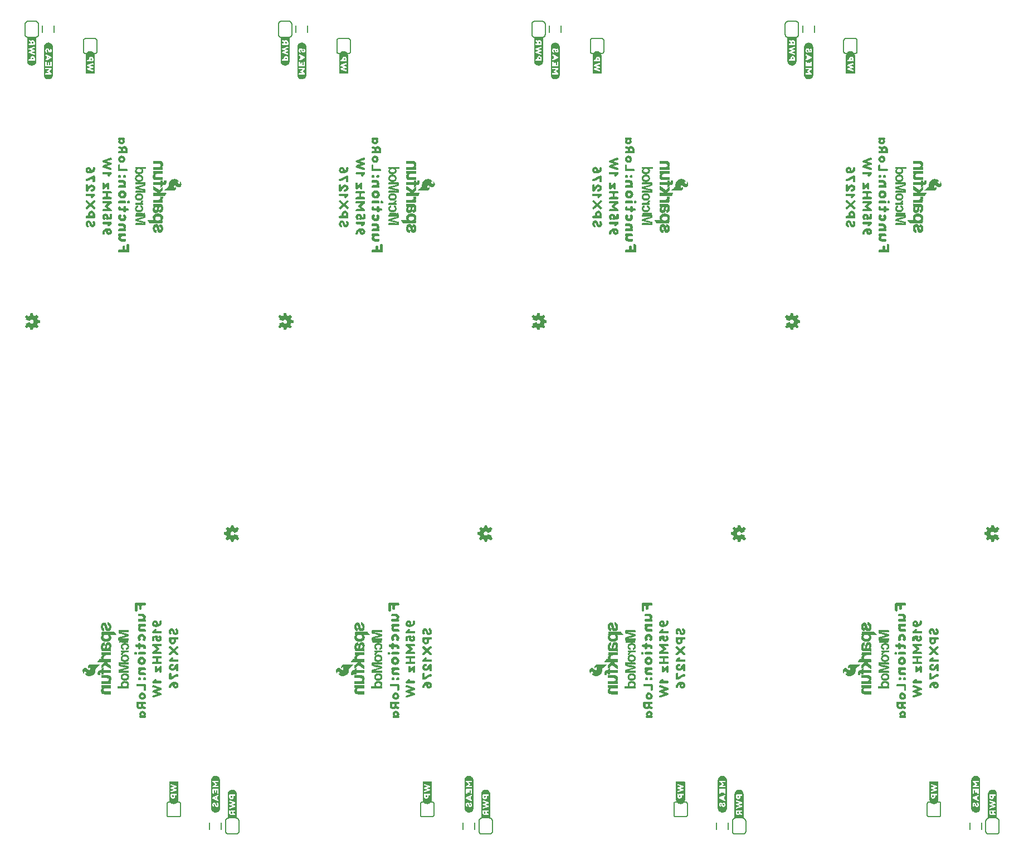
<source format=gbo>
G04 EAGLE Gerber RS-274X export*
G75*
%MOMM*%
%FSLAX34Y34*%
%LPD*%
%INSilkscreen Bottom*%
%IPPOS*%
%AMOC8*
5,1,8,0,0,1.08239X$1,22.5*%
G01*
%ADD10C,0.203200*%
%ADD11C,0.152400*%

G36*
X702686Y96554D02*
X702686Y96554D01*
X702688Y96551D01*
X703388Y96651D01*
X703393Y96656D01*
X703397Y96653D01*
X703996Y96853D01*
X704695Y97053D01*
X704699Y97058D01*
X704703Y97056D01*
X705903Y97656D01*
X705907Y97663D01*
X705912Y97662D01*
X706412Y98062D01*
X706413Y98066D01*
X706416Y98065D01*
X707416Y99065D01*
X707417Y99069D01*
X707420Y99069D01*
X707820Y99569D01*
X707820Y99577D01*
X707825Y99578D01*
X708425Y100778D01*
X708424Y100785D01*
X708429Y100786D01*
X708467Y100921D01*
X708481Y100970D01*
X708523Y101118D01*
X708566Y101265D01*
X708580Y101315D01*
X708622Y101462D01*
X708628Y101485D01*
X708828Y102084D01*
X708826Y102091D01*
X708830Y102093D01*
X708930Y102793D01*
X708928Y102798D01*
X708931Y102800D01*
X708931Y146200D01*
X708927Y146205D01*
X708930Y146208D01*
X708830Y146808D01*
X708827Y146811D01*
X708829Y146814D01*
X708629Y147514D01*
X708627Y147515D01*
X708628Y147516D01*
X708428Y148116D01*
X708424Y148119D01*
X708425Y148122D01*
X707825Y149322D01*
X707821Y149324D01*
X707822Y149327D01*
X707422Y149927D01*
X707416Y149930D01*
X707416Y149935D01*
X706916Y150435D01*
X706912Y150435D01*
X706912Y150438D01*
X705912Y151238D01*
X705909Y151239D01*
X705909Y151241D01*
X705309Y151641D01*
X705304Y151641D01*
X705303Y151644D01*
X704703Y151944D01*
X704698Y151943D01*
X704697Y151947D01*
X704097Y152147D01*
X704095Y152146D01*
X704095Y152147D01*
X703395Y152347D01*
X703390Y152346D01*
X703388Y152349D01*
X702688Y152449D01*
X702684Y152446D01*
X702681Y152449D01*
X701381Y152449D01*
X701377Y152446D01*
X701374Y152449D01*
X700674Y152349D01*
X700671Y152345D01*
X700668Y152347D01*
X699968Y152147D01*
X699964Y152142D01*
X699959Y152144D01*
X698159Y151244D01*
X698156Y151237D01*
X698151Y151238D01*
X697651Y150838D01*
X697650Y150834D01*
X697647Y150835D01*
X697147Y150335D01*
X697146Y150331D01*
X697143Y150331D01*
X696743Y149831D01*
X696743Y149827D01*
X696740Y149827D01*
X696342Y149229D01*
X695943Y148731D01*
X695943Y148723D01*
X695939Y148720D01*
X695942Y148717D01*
X695934Y148714D01*
X695908Y148621D01*
X695894Y148572D01*
X695851Y148424D01*
X695809Y148277D01*
X695795Y148227D01*
X695753Y148080D01*
X695734Y148015D01*
X695535Y147416D01*
X695535Y147414D01*
X695534Y147414D01*
X695499Y147292D01*
X695485Y147242D01*
X695443Y147095D01*
X695401Y146947D01*
X695387Y146898D01*
X695344Y146750D01*
X695334Y146714D01*
X695336Y146710D01*
X695333Y146708D01*
X695233Y146108D01*
X695236Y146103D01*
X695232Y146100D01*
X695232Y103000D01*
X695235Y102996D01*
X695233Y102993D01*
X695333Y102293D01*
X695336Y102289D01*
X695334Y102286D01*
X695534Y101586D01*
X695535Y101585D01*
X695535Y101584D01*
X695935Y100384D01*
X695943Y100379D01*
X695940Y100373D01*
X696339Y99775D01*
X696637Y99178D01*
X696648Y99173D01*
X696647Y99165D01*
X697647Y98165D01*
X697651Y98165D01*
X697651Y98162D01*
X698151Y97762D01*
X698158Y97761D01*
X698159Y97756D01*
X699959Y96856D01*
X699966Y96857D01*
X699968Y96853D01*
X700668Y96653D01*
X700673Y96655D01*
X700674Y96651D01*
X701374Y96551D01*
X701379Y96554D01*
X701381Y96551D01*
X702681Y96551D01*
X702686Y96554D01*
G37*
G36*
X1087750Y96554D02*
X1087750Y96554D01*
X1087752Y96551D01*
X1088452Y96651D01*
X1088457Y96656D01*
X1088461Y96653D01*
X1089060Y96853D01*
X1089759Y97053D01*
X1089763Y97058D01*
X1089767Y97056D01*
X1090967Y97656D01*
X1090971Y97663D01*
X1090976Y97662D01*
X1091476Y98062D01*
X1091477Y98066D01*
X1091480Y98065D01*
X1092480Y99065D01*
X1092481Y99069D01*
X1092484Y99069D01*
X1092884Y99569D01*
X1092884Y99577D01*
X1092889Y99578D01*
X1093489Y100778D01*
X1093488Y100785D01*
X1093493Y100786D01*
X1093531Y100921D01*
X1093545Y100970D01*
X1093587Y101118D01*
X1093630Y101265D01*
X1093644Y101315D01*
X1093686Y101462D01*
X1093692Y101485D01*
X1093892Y102084D01*
X1093890Y102091D01*
X1093894Y102093D01*
X1093994Y102793D01*
X1093992Y102798D01*
X1093995Y102800D01*
X1093995Y146200D01*
X1093991Y146205D01*
X1093994Y146208D01*
X1093894Y146808D01*
X1093891Y146811D01*
X1093893Y146814D01*
X1093693Y147514D01*
X1093691Y147515D01*
X1093692Y147516D01*
X1093492Y148116D01*
X1093488Y148119D01*
X1093489Y148122D01*
X1092889Y149322D01*
X1092885Y149324D01*
X1092886Y149327D01*
X1092486Y149927D01*
X1092480Y149930D01*
X1092480Y149935D01*
X1091980Y150435D01*
X1091976Y150435D01*
X1091976Y150438D01*
X1090976Y151238D01*
X1090973Y151239D01*
X1090973Y151241D01*
X1090373Y151641D01*
X1090368Y151641D01*
X1090367Y151644D01*
X1089767Y151944D01*
X1089762Y151943D01*
X1089761Y151947D01*
X1089161Y152147D01*
X1089159Y152146D01*
X1089159Y152147D01*
X1088459Y152347D01*
X1088454Y152346D01*
X1088452Y152349D01*
X1087752Y152449D01*
X1087748Y152446D01*
X1087745Y152449D01*
X1086445Y152449D01*
X1086441Y152446D01*
X1086438Y152449D01*
X1085738Y152349D01*
X1085735Y152345D01*
X1085732Y152347D01*
X1085032Y152147D01*
X1085028Y152142D01*
X1085023Y152144D01*
X1083223Y151244D01*
X1083220Y151237D01*
X1083215Y151238D01*
X1082715Y150838D01*
X1082714Y150834D01*
X1082711Y150835D01*
X1082211Y150335D01*
X1082210Y150331D01*
X1082207Y150331D01*
X1081807Y149831D01*
X1081807Y149827D01*
X1081804Y149827D01*
X1081406Y149229D01*
X1081007Y148731D01*
X1081007Y148723D01*
X1081003Y148720D01*
X1081006Y148717D01*
X1080998Y148714D01*
X1080972Y148621D01*
X1080958Y148572D01*
X1080915Y148424D01*
X1080873Y148277D01*
X1080859Y148227D01*
X1080817Y148080D01*
X1080798Y148015D01*
X1080599Y147416D01*
X1080599Y147414D01*
X1080598Y147414D01*
X1080563Y147292D01*
X1080549Y147242D01*
X1080507Y147095D01*
X1080465Y146947D01*
X1080451Y146898D01*
X1080408Y146750D01*
X1080398Y146714D01*
X1080400Y146710D01*
X1080397Y146708D01*
X1080297Y146108D01*
X1080300Y146103D01*
X1080296Y146100D01*
X1080296Y103000D01*
X1080299Y102996D01*
X1080297Y102993D01*
X1080397Y102293D01*
X1080400Y102289D01*
X1080398Y102286D01*
X1080598Y101586D01*
X1080599Y101585D01*
X1080599Y101584D01*
X1080999Y100384D01*
X1081007Y100379D01*
X1081004Y100373D01*
X1081403Y99775D01*
X1081701Y99178D01*
X1081712Y99173D01*
X1081711Y99165D01*
X1082711Y98165D01*
X1082715Y98165D01*
X1082715Y98162D01*
X1083215Y97762D01*
X1083222Y97761D01*
X1083223Y97756D01*
X1085023Y96856D01*
X1085030Y96857D01*
X1085032Y96853D01*
X1085732Y96653D01*
X1085737Y96655D01*
X1085738Y96651D01*
X1086438Y96551D01*
X1086443Y96554D01*
X1086445Y96551D01*
X1087745Y96551D01*
X1087750Y96554D01*
G37*
G36*
X1472839Y96554D02*
X1472839Y96554D01*
X1472842Y96551D01*
X1473542Y96651D01*
X1473546Y96656D01*
X1473550Y96653D01*
X1474149Y96853D01*
X1474848Y97053D01*
X1474852Y97058D01*
X1474857Y97056D01*
X1476057Y97656D01*
X1476060Y97663D01*
X1476066Y97662D01*
X1476566Y98062D01*
X1476567Y98066D01*
X1476570Y98065D01*
X1477570Y99065D01*
X1477570Y99069D01*
X1477573Y99069D01*
X1477973Y99569D01*
X1477973Y99577D01*
X1477979Y99578D01*
X1478579Y100778D01*
X1478578Y100785D01*
X1478582Y100786D01*
X1478621Y100921D01*
X1478635Y100970D01*
X1478677Y101118D01*
X1478719Y101265D01*
X1478733Y101315D01*
X1478775Y101462D01*
X1478782Y101485D01*
X1478982Y102084D01*
X1478979Y102091D01*
X1478984Y102093D01*
X1479084Y102793D01*
X1479081Y102798D01*
X1479084Y102800D01*
X1479084Y146200D01*
X1479080Y146205D01*
X1479083Y146208D01*
X1478983Y146808D01*
X1478980Y146811D01*
X1478982Y146814D01*
X1478782Y147514D01*
X1478781Y147515D01*
X1478782Y147516D01*
X1478582Y148116D01*
X1478577Y148119D01*
X1478579Y148122D01*
X1477979Y149322D01*
X1477975Y149324D01*
X1477976Y149327D01*
X1477576Y149927D01*
X1477569Y149930D01*
X1477570Y149935D01*
X1477070Y150435D01*
X1477066Y150435D01*
X1477066Y150438D01*
X1476066Y151238D01*
X1476062Y151239D01*
X1476062Y151241D01*
X1475462Y151641D01*
X1475457Y151641D01*
X1475457Y151644D01*
X1474857Y151944D01*
X1474852Y151943D01*
X1474850Y151947D01*
X1474250Y152147D01*
X1474249Y152146D01*
X1474248Y152147D01*
X1473548Y152347D01*
X1473544Y152346D01*
X1473542Y152349D01*
X1472842Y152449D01*
X1472837Y152446D01*
X1472835Y152449D01*
X1471535Y152449D01*
X1471531Y152446D01*
X1471528Y152449D01*
X1470828Y152349D01*
X1470824Y152345D01*
X1470821Y152347D01*
X1470121Y152147D01*
X1470117Y152142D01*
X1470113Y152144D01*
X1468313Y151244D01*
X1468309Y151237D01*
X1468304Y151238D01*
X1467804Y150838D01*
X1467803Y150834D01*
X1467800Y150835D01*
X1467300Y150335D01*
X1467299Y150331D01*
X1467296Y150331D01*
X1466896Y149831D01*
X1466896Y149827D01*
X1466894Y149827D01*
X1466495Y149229D01*
X1466096Y148731D01*
X1466096Y148723D01*
X1466093Y148720D01*
X1466095Y148717D01*
X1466087Y148714D01*
X1466061Y148621D01*
X1466047Y148572D01*
X1466005Y148424D01*
X1465963Y148277D01*
X1465949Y148227D01*
X1465906Y148080D01*
X1465888Y148015D01*
X1465688Y147416D01*
X1465689Y147414D01*
X1465687Y147414D01*
X1465653Y147292D01*
X1465639Y147242D01*
X1465596Y147095D01*
X1465554Y146947D01*
X1465540Y146898D01*
X1465498Y146750D01*
X1465487Y146714D01*
X1465489Y146710D01*
X1465486Y146708D01*
X1465386Y146108D01*
X1465389Y146103D01*
X1465386Y146100D01*
X1465386Y103000D01*
X1465389Y102996D01*
X1465386Y102993D01*
X1465486Y102293D01*
X1465490Y102289D01*
X1465487Y102286D01*
X1465687Y101586D01*
X1465689Y101585D01*
X1465688Y101584D01*
X1466088Y100384D01*
X1466096Y100379D01*
X1466094Y100373D01*
X1466492Y99775D01*
X1466791Y99178D01*
X1466801Y99173D01*
X1466800Y99165D01*
X1467800Y98165D01*
X1467804Y98165D01*
X1467804Y98162D01*
X1468304Y97762D01*
X1468312Y97761D01*
X1468313Y97756D01*
X1470113Y96856D01*
X1470120Y96857D01*
X1470121Y96853D01*
X1470821Y96653D01*
X1470826Y96655D01*
X1470828Y96651D01*
X1471528Y96551D01*
X1471532Y96554D01*
X1471535Y96551D01*
X1472835Y96551D01*
X1472839Y96554D01*
G37*
G36*
X317596Y96554D02*
X317596Y96554D01*
X317599Y96551D01*
X318299Y96651D01*
X318304Y96656D01*
X318308Y96653D01*
X318907Y96853D01*
X319606Y97053D01*
X319610Y97058D01*
X319614Y97056D01*
X320814Y97656D01*
X320817Y97663D01*
X320823Y97662D01*
X321323Y98062D01*
X321324Y98066D01*
X321327Y98065D01*
X322327Y99065D01*
X322327Y99069D01*
X322330Y99069D01*
X322730Y99569D01*
X322731Y99577D01*
X322736Y99578D01*
X323336Y100778D01*
X323335Y100785D01*
X323339Y100786D01*
X323378Y100921D01*
X323392Y100970D01*
X323434Y101118D01*
X323476Y101265D01*
X323490Y101315D01*
X323532Y101462D01*
X323533Y101462D01*
X323532Y101462D01*
X323539Y101485D01*
X323739Y102084D01*
X323737Y102091D01*
X323741Y102093D01*
X323841Y102793D01*
X323838Y102798D01*
X323841Y102800D01*
X323841Y146200D01*
X323838Y146205D01*
X323841Y146208D01*
X323741Y146808D01*
X323737Y146811D01*
X323739Y146814D01*
X323539Y147514D01*
X323538Y147515D01*
X323539Y147516D01*
X323339Y148116D01*
X323334Y148119D01*
X323336Y148122D01*
X322736Y149322D01*
X322732Y149324D01*
X322733Y149327D01*
X322333Y149927D01*
X322326Y149930D01*
X322327Y149935D01*
X321827Y150435D01*
X321823Y150435D01*
X321823Y150438D01*
X320823Y151238D01*
X320819Y151239D01*
X320819Y151241D01*
X320219Y151641D01*
X320215Y151641D01*
X320214Y151644D01*
X319614Y151944D01*
X319609Y151943D01*
X319608Y151947D01*
X319008Y152147D01*
X319006Y152146D01*
X319006Y152147D01*
X318306Y152347D01*
X318301Y152346D01*
X318299Y152349D01*
X317599Y152449D01*
X317594Y152446D01*
X317592Y152449D01*
X316292Y152449D01*
X316288Y152446D01*
X316285Y152449D01*
X315585Y152349D01*
X315581Y152345D01*
X315578Y152347D01*
X314878Y152147D01*
X314874Y152142D01*
X314870Y152144D01*
X313070Y151244D01*
X313067Y151237D01*
X313061Y151238D01*
X312561Y150838D01*
X312560Y150834D01*
X312557Y150835D01*
X312057Y150335D01*
X312057Y150331D01*
X312054Y150331D01*
X311654Y149831D01*
X311653Y149827D01*
X311651Y149827D01*
X311252Y149229D01*
X310854Y148731D01*
X310853Y148723D01*
X310850Y148720D01*
X310852Y148717D01*
X310845Y148714D01*
X310818Y148621D01*
X310804Y148572D01*
X310762Y148424D01*
X310720Y148277D01*
X310706Y148227D01*
X310664Y148080D01*
X310645Y148015D01*
X310445Y147416D01*
X310446Y147414D01*
X310445Y147414D01*
X310410Y147292D01*
X310396Y147242D01*
X310354Y147095D01*
X310311Y146947D01*
X310297Y146898D01*
X310255Y146750D01*
X310245Y146714D01*
X310246Y146710D01*
X310243Y146708D01*
X310143Y146108D01*
X310146Y146103D01*
X310143Y146100D01*
X310143Y103000D01*
X310146Y102996D01*
X310143Y102993D01*
X310243Y102293D01*
X310247Y102289D01*
X310245Y102286D01*
X310445Y101586D01*
X310446Y101585D01*
X310445Y101584D01*
X310845Y100384D01*
X310853Y100379D01*
X310851Y100373D01*
X311249Y99775D01*
X311548Y99178D01*
X311558Y99173D01*
X311557Y99165D01*
X312557Y98165D01*
X312561Y98165D01*
X312561Y98162D01*
X313061Y97762D01*
X313069Y97761D01*
X313070Y97756D01*
X314870Y96856D01*
X314877Y96857D01*
X314878Y96853D01*
X315578Y96653D01*
X315583Y96655D01*
X315585Y96651D01*
X316285Y96551D01*
X316290Y96554D01*
X316292Y96551D01*
X317592Y96551D01*
X317596Y96554D01*
G37*
G36*
X448786Y1211051D02*
X448786Y1211051D01*
X448788Y1211049D01*
X449488Y1211149D01*
X449492Y1211152D01*
X449495Y1211150D01*
X450195Y1211350D01*
X450199Y1211356D01*
X450203Y1211353D01*
X452003Y1212253D01*
X452007Y1212260D01*
X452012Y1212259D01*
X452512Y1212659D01*
X452513Y1212663D01*
X452516Y1212663D01*
X453016Y1213163D01*
X453017Y1213167D01*
X453020Y1213167D01*
X453420Y1213667D01*
X453420Y1213670D01*
X453422Y1213670D01*
X453821Y1214268D01*
X454220Y1214767D01*
X454220Y1214775D01*
X454224Y1214778D01*
X454221Y1214781D01*
X454229Y1214784D01*
X454241Y1214827D01*
X454255Y1214876D01*
X454297Y1215024D01*
X454340Y1215172D01*
X454354Y1215221D01*
X454396Y1215369D01*
X454428Y1215483D01*
X454628Y1216082D01*
X454628Y1216083D01*
X454629Y1216084D01*
X454650Y1216157D01*
X454664Y1216206D01*
X454706Y1216354D01*
X454748Y1216502D01*
X454762Y1216551D01*
X454804Y1216699D01*
X454829Y1216784D01*
X454827Y1216788D01*
X454830Y1216789D01*
X454930Y1217389D01*
X454927Y1217395D01*
X454931Y1217397D01*
X454931Y1260497D01*
X454927Y1260502D01*
X454930Y1260504D01*
X454830Y1261204D01*
X454827Y1261208D01*
X454829Y1261211D01*
X454629Y1261911D01*
X454627Y1261912D01*
X454628Y1261913D01*
X454228Y1263113D01*
X454220Y1263118D01*
X454222Y1263125D01*
X453824Y1263722D01*
X453525Y1264319D01*
X453515Y1264325D01*
X453516Y1264332D01*
X452516Y1265332D01*
X452512Y1265333D01*
X452512Y1265336D01*
X452012Y1265736D01*
X452004Y1265736D01*
X452003Y1265741D01*
X450203Y1266641D01*
X450197Y1266640D01*
X450195Y1266645D01*
X449495Y1266845D01*
X449490Y1266843D01*
X449488Y1266846D01*
X448788Y1266946D01*
X448784Y1266944D01*
X448781Y1266947D01*
X447481Y1266947D01*
X447477Y1266943D01*
X447474Y1266946D01*
X446774Y1266846D01*
X446770Y1266841D01*
X446766Y1266844D01*
X446167Y1266644D01*
X445468Y1266445D01*
X445464Y1266439D01*
X445459Y1266441D01*
X444259Y1265841D01*
X444256Y1265835D01*
X444251Y1265836D01*
X443751Y1265436D01*
X443750Y1265432D01*
X443747Y1265432D01*
X442747Y1264432D01*
X442746Y1264428D01*
X442743Y1264428D01*
X442343Y1263928D01*
X442343Y1263920D01*
X442337Y1263919D01*
X441737Y1262719D01*
X441739Y1262713D01*
X441734Y1262711D01*
X441724Y1262676D01*
X441724Y1262675D01*
X441682Y1262528D01*
X441668Y1262479D01*
X441668Y1262478D01*
X441625Y1262331D01*
X441583Y1262183D01*
X441569Y1262134D01*
X441534Y1262012D01*
X441335Y1261413D01*
X441337Y1261407D01*
X441333Y1261404D01*
X441233Y1260704D01*
X441235Y1260700D01*
X441232Y1260697D01*
X441232Y1217297D01*
X441236Y1217293D01*
X441233Y1217289D01*
X441333Y1216689D01*
X441336Y1216686D01*
X441334Y1216684D01*
X441534Y1215984D01*
X441535Y1215983D01*
X441535Y1215982D01*
X441735Y1215382D01*
X441739Y1215379D01*
X441737Y1215375D01*
X442337Y1214175D01*
X442342Y1214173D01*
X442340Y1214170D01*
X442740Y1213570D01*
X442747Y1213568D01*
X442747Y1213563D01*
X443247Y1213063D01*
X443251Y1213062D01*
X443251Y1213059D01*
X444251Y1212259D01*
X444254Y1212259D01*
X444254Y1212256D01*
X444854Y1211856D01*
X444859Y1211857D01*
X444859Y1211853D01*
X445459Y1211553D01*
X445465Y1211554D01*
X445466Y1211551D01*
X446066Y1211351D01*
X446067Y1211351D01*
X446068Y1211350D01*
X446768Y1211150D01*
X446773Y1211152D01*
X446774Y1211149D01*
X447474Y1211049D01*
X447479Y1211051D01*
X447481Y1211048D01*
X448781Y1211048D01*
X448786Y1211051D01*
G37*
G36*
X833875Y1211051D02*
X833875Y1211051D01*
X833878Y1211049D01*
X834578Y1211149D01*
X834581Y1211152D01*
X834584Y1211150D01*
X835284Y1211350D01*
X835288Y1211356D01*
X835293Y1211353D01*
X837093Y1212253D01*
X837096Y1212260D01*
X837102Y1212259D01*
X837602Y1212659D01*
X837603Y1212663D01*
X837606Y1212663D01*
X838106Y1213163D01*
X838106Y1213167D01*
X838109Y1213167D01*
X838509Y1213667D01*
X838509Y1213670D01*
X838512Y1213670D01*
X838910Y1214268D01*
X839309Y1214767D01*
X839310Y1214775D01*
X839313Y1214778D01*
X839311Y1214781D01*
X839318Y1214784D01*
X839331Y1214827D01*
X839345Y1214876D01*
X839387Y1215024D01*
X839429Y1215172D01*
X839443Y1215221D01*
X839485Y1215369D01*
X839518Y1215483D01*
X839718Y1216082D01*
X839717Y1216083D01*
X839718Y1216084D01*
X839739Y1216157D01*
X839753Y1216206D01*
X839795Y1216354D01*
X839838Y1216502D01*
X839852Y1216551D01*
X839894Y1216699D01*
X839918Y1216784D01*
X839917Y1216788D01*
X839919Y1216789D01*
X840019Y1217389D01*
X840017Y1217395D01*
X840020Y1217397D01*
X840020Y1260497D01*
X840017Y1260502D01*
X840020Y1260504D01*
X839920Y1261204D01*
X839916Y1261208D01*
X839918Y1261211D01*
X839718Y1261911D01*
X839717Y1261912D01*
X839718Y1261913D01*
X839318Y1263113D01*
X839310Y1263118D01*
X839312Y1263125D01*
X838914Y1263722D01*
X838615Y1264319D01*
X838605Y1264325D01*
X838606Y1264332D01*
X837606Y1265332D01*
X837602Y1265333D01*
X837602Y1265336D01*
X837102Y1265736D01*
X837094Y1265736D01*
X837093Y1265741D01*
X835293Y1266641D01*
X835286Y1266640D01*
X835284Y1266645D01*
X834584Y1266845D01*
X834580Y1266843D01*
X834578Y1266846D01*
X833878Y1266946D01*
X833873Y1266944D01*
X833871Y1266947D01*
X832571Y1266947D01*
X832567Y1266943D01*
X832564Y1266946D01*
X831864Y1266846D01*
X831859Y1266841D01*
X831855Y1266844D01*
X831256Y1266644D01*
X830557Y1266445D01*
X830553Y1266439D01*
X830549Y1266441D01*
X829349Y1265841D01*
X829345Y1265835D01*
X829340Y1265836D01*
X828840Y1265436D01*
X828839Y1265432D01*
X828836Y1265432D01*
X827836Y1264432D01*
X827835Y1264428D01*
X827832Y1264428D01*
X827432Y1263928D01*
X827432Y1263920D01*
X827427Y1263919D01*
X826827Y1262719D01*
X826828Y1262713D01*
X826823Y1262711D01*
X826813Y1262676D01*
X826813Y1262675D01*
X826771Y1262528D01*
X826757Y1262479D01*
X826757Y1262478D01*
X826715Y1262331D01*
X826673Y1262183D01*
X826659Y1262134D01*
X826624Y1262012D01*
X826424Y1261413D01*
X826426Y1261407D01*
X826422Y1261404D01*
X826322Y1260704D01*
X826325Y1260700D01*
X826322Y1260697D01*
X826322Y1217297D01*
X826325Y1217293D01*
X826322Y1217289D01*
X826422Y1216689D01*
X826425Y1216686D01*
X826423Y1216684D01*
X826623Y1215984D01*
X826625Y1215983D01*
X826624Y1215982D01*
X826824Y1215382D01*
X826828Y1215379D01*
X826827Y1215375D01*
X827427Y1214175D01*
X827431Y1214173D01*
X827430Y1214170D01*
X827830Y1213570D01*
X827837Y1213568D01*
X827836Y1213563D01*
X828336Y1213063D01*
X828340Y1213062D01*
X828340Y1213059D01*
X829340Y1212259D01*
X829343Y1212259D01*
X829344Y1212256D01*
X829944Y1211856D01*
X829948Y1211857D01*
X829949Y1211853D01*
X830549Y1211553D01*
X830554Y1211554D01*
X830555Y1211551D01*
X831155Y1211351D01*
X831157Y1211351D01*
X831157Y1211350D01*
X831857Y1211150D01*
X831862Y1211152D01*
X831864Y1211149D01*
X832564Y1211049D01*
X832568Y1211051D01*
X832571Y1211048D01*
X833871Y1211048D01*
X833875Y1211051D01*
G37*
G36*
X63722Y1211051D02*
X63722Y1211051D01*
X63724Y1211049D01*
X64424Y1211149D01*
X64428Y1211152D01*
X64431Y1211150D01*
X65131Y1211350D01*
X65135Y1211356D01*
X65139Y1211353D01*
X66939Y1212253D01*
X66943Y1212260D01*
X66948Y1212259D01*
X67448Y1212659D01*
X67449Y1212663D01*
X67452Y1212663D01*
X67952Y1213163D01*
X67953Y1213167D01*
X67956Y1213167D01*
X68356Y1213667D01*
X68356Y1213670D01*
X68358Y1213670D01*
X68757Y1214268D01*
X69156Y1214767D01*
X69156Y1214775D01*
X69160Y1214778D01*
X69157Y1214781D01*
X69165Y1214784D01*
X69177Y1214827D01*
X69191Y1214876D01*
X69233Y1215024D01*
X69276Y1215172D01*
X69290Y1215221D01*
X69332Y1215369D01*
X69364Y1215483D01*
X69564Y1216082D01*
X69564Y1216083D01*
X69565Y1216084D01*
X69586Y1216157D01*
X69600Y1216206D01*
X69642Y1216354D01*
X69684Y1216502D01*
X69698Y1216551D01*
X69740Y1216699D01*
X69765Y1216784D01*
X69763Y1216788D01*
X69766Y1216789D01*
X69866Y1217389D01*
X69863Y1217395D01*
X69867Y1217397D01*
X69867Y1260497D01*
X69863Y1260502D01*
X69866Y1260504D01*
X69766Y1261204D01*
X69763Y1261208D01*
X69765Y1261211D01*
X69565Y1261911D01*
X69563Y1261912D01*
X69564Y1261913D01*
X69164Y1263113D01*
X69156Y1263118D01*
X69158Y1263125D01*
X68760Y1263722D01*
X68461Y1264319D01*
X68451Y1264325D01*
X68452Y1264332D01*
X67452Y1265332D01*
X67448Y1265333D01*
X67448Y1265336D01*
X66948Y1265736D01*
X66940Y1265736D01*
X66939Y1265741D01*
X65139Y1266641D01*
X65133Y1266640D01*
X65131Y1266645D01*
X64431Y1266845D01*
X64426Y1266843D01*
X64424Y1266846D01*
X63724Y1266946D01*
X63720Y1266944D01*
X63717Y1266947D01*
X62417Y1266947D01*
X62413Y1266943D01*
X62410Y1266946D01*
X61710Y1266846D01*
X61706Y1266841D01*
X61702Y1266844D01*
X61103Y1266644D01*
X60404Y1266445D01*
X60400Y1266439D01*
X60395Y1266441D01*
X59195Y1265841D01*
X59192Y1265835D01*
X59187Y1265836D01*
X58687Y1265436D01*
X58686Y1265432D01*
X58683Y1265432D01*
X57683Y1264432D01*
X57682Y1264428D01*
X57679Y1264428D01*
X57279Y1263928D01*
X57279Y1263920D01*
X57273Y1263919D01*
X56673Y1262719D01*
X56675Y1262713D01*
X56670Y1262711D01*
X56660Y1262676D01*
X56660Y1262675D01*
X56618Y1262528D01*
X56604Y1262479D01*
X56604Y1262478D01*
X56561Y1262331D01*
X56519Y1262183D01*
X56505Y1262134D01*
X56470Y1262012D01*
X56271Y1261413D01*
X56273Y1261407D01*
X56269Y1261404D01*
X56169Y1260704D01*
X56171Y1260700D01*
X56168Y1260697D01*
X56168Y1217297D01*
X56172Y1217293D01*
X56169Y1217289D01*
X56269Y1216689D01*
X56272Y1216686D01*
X56270Y1216684D01*
X56470Y1215984D01*
X56471Y1215983D01*
X56471Y1215982D01*
X56671Y1215382D01*
X56675Y1215379D01*
X56673Y1215375D01*
X57273Y1214175D01*
X57278Y1214173D01*
X57276Y1214170D01*
X57676Y1213570D01*
X57683Y1213568D01*
X57683Y1213563D01*
X58183Y1213063D01*
X58187Y1213062D01*
X58187Y1213059D01*
X59187Y1212259D01*
X59190Y1212259D01*
X59190Y1212256D01*
X59790Y1211856D01*
X59795Y1211857D01*
X59795Y1211853D01*
X60395Y1211553D01*
X60401Y1211554D01*
X60402Y1211551D01*
X61002Y1211351D01*
X61003Y1211351D01*
X61004Y1211350D01*
X61704Y1211150D01*
X61709Y1211152D01*
X61710Y1211149D01*
X62410Y1211049D01*
X62415Y1211051D01*
X62417Y1211048D01*
X63717Y1211048D01*
X63722Y1211051D01*
G37*
G36*
X1218964Y1211051D02*
X1218964Y1211051D01*
X1218967Y1211049D01*
X1219667Y1211149D01*
X1219671Y1211152D01*
X1219674Y1211150D01*
X1220374Y1211350D01*
X1220378Y1211356D01*
X1220382Y1211353D01*
X1222182Y1212253D01*
X1222186Y1212260D01*
X1222191Y1212259D01*
X1222691Y1212659D01*
X1222692Y1212663D01*
X1222695Y1212663D01*
X1223195Y1213163D01*
X1223196Y1213167D01*
X1223199Y1213167D01*
X1223599Y1213667D01*
X1223599Y1213670D01*
X1223601Y1213670D01*
X1224000Y1214268D01*
X1224399Y1214767D01*
X1224399Y1214775D01*
X1224403Y1214778D01*
X1224400Y1214781D01*
X1224408Y1214784D01*
X1224420Y1214827D01*
X1224434Y1214876D01*
X1224476Y1215024D01*
X1224518Y1215172D01*
X1224532Y1215221D01*
X1224575Y1215369D01*
X1224607Y1215483D01*
X1224807Y1216082D01*
X1224806Y1216083D01*
X1224808Y1216084D01*
X1224828Y1216157D01*
X1224842Y1216206D01*
X1224885Y1216354D01*
X1224927Y1216502D01*
X1224941Y1216551D01*
X1224983Y1216699D01*
X1225008Y1216784D01*
X1225006Y1216788D01*
X1225009Y1216789D01*
X1225109Y1217389D01*
X1225106Y1217395D01*
X1225109Y1217397D01*
X1225109Y1260497D01*
X1225106Y1260502D01*
X1225109Y1260504D01*
X1225009Y1261204D01*
X1225005Y1261208D01*
X1225008Y1261211D01*
X1224808Y1261911D01*
X1224806Y1261912D01*
X1224807Y1261913D01*
X1224407Y1263113D01*
X1224399Y1263118D01*
X1224401Y1263125D01*
X1224003Y1263722D01*
X1223704Y1264319D01*
X1223694Y1264325D01*
X1223695Y1264332D01*
X1222695Y1265332D01*
X1222691Y1265333D01*
X1222691Y1265336D01*
X1222191Y1265736D01*
X1222183Y1265736D01*
X1222182Y1265741D01*
X1220382Y1266641D01*
X1220375Y1266640D01*
X1220374Y1266645D01*
X1219674Y1266845D01*
X1219669Y1266843D01*
X1219667Y1266846D01*
X1218967Y1266946D01*
X1218963Y1266944D01*
X1218960Y1266947D01*
X1217660Y1266947D01*
X1217656Y1266943D01*
X1217653Y1266946D01*
X1216953Y1266846D01*
X1216949Y1266841D01*
X1216945Y1266844D01*
X1216346Y1266644D01*
X1215647Y1266445D01*
X1215643Y1266439D01*
X1215638Y1266441D01*
X1214438Y1265841D01*
X1214435Y1265835D01*
X1214429Y1265836D01*
X1213929Y1265436D01*
X1213928Y1265432D01*
X1213925Y1265432D01*
X1212925Y1264432D01*
X1212925Y1264428D01*
X1212922Y1264428D01*
X1212522Y1263928D01*
X1212522Y1263920D01*
X1212516Y1263919D01*
X1211916Y1262719D01*
X1211917Y1262713D01*
X1211913Y1262711D01*
X1211903Y1262676D01*
X1211903Y1262675D01*
X1211861Y1262528D01*
X1211860Y1262528D01*
X1211861Y1262528D01*
X1211846Y1262479D01*
X1211846Y1262478D01*
X1211804Y1262331D01*
X1211762Y1262183D01*
X1211748Y1262134D01*
X1211713Y1262012D01*
X1211513Y1261413D01*
X1211516Y1261407D01*
X1211511Y1261404D01*
X1211411Y1260704D01*
X1211414Y1260700D01*
X1211411Y1260697D01*
X1211411Y1217297D01*
X1211415Y1217293D01*
X1211412Y1217289D01*
X1211512Y1216689D01*
X1211515Y1216686D01*
X1211513Y1216684D01*
X1211713Y1215984D01*
X1211714Y1215983D01*
X1211713Y1215982D01*
X1211913Y1215382D01*
X1211918Y1215379D01*
X1211916Y1215375D01*
X1212516Y1214175D01*
X1212520Y1214173D01*
X1212519Y1214170D01*
X1212919Y1213570D01*
X1212926Y1213568D01*
X1212925Y1213563D01*
X1213425Y1213063D01*
X1213430Y1213062D01*
X1213429Y1213059D01*
X1214429Y1212259D01*
X1214433Y1212259D01*
X1214433Y1212256D01*
X1215033Y1211856D01*
X1215038Y1211857D01*
X1215038Y1211853D01*
X1215638Y1211553D01*
X1215643Y1211554D01*
X1215645Y1211551D01*
X1216245Y1211351D01*
X1216246Y1211351D01*
X1216247Y1211350D01*
X1216947Y1211150D01*
X1216951Y1211152D01*
X1216953Y1211149D01*
X1217653Y1211049D01*
X1217658Y1211051D01*
X1217660Y1211048D01*
X1218960Y1211048D01*
X1218964Y1211051D01*
G37*
G36*
X1118967Y87717D02*
X1118967Y87717D01*
X1118980Y87715D01*
X1119380Y88115D01*
X1119382Y88127D01*
X1119387Y88131D01*
X1119383Y88136D01*
X1119384Y88142D01*
X1119395Y88150D01*
X1119395Y124650D01*
X1119391Y124654D01*
X1119394Y124657D01*
X1119194Y126057D01*
X1119194Y126058D01*
X1119094Y126658D01*
X1119091Y126661D01*
X1119093Y126664D01*
X1118893Y127364D01*
X1118887Y127368D01*
X1118889Y127372D01*
X1118589Y127972D01*
X1118583Y127975D01*
X1118584Y127981D01*
X1118185Y128479D01*
X1117786Y129077D01*
X1117783Y129078D01*
X1117784Y129081D01*
X1117384Y129581D01*
X1117376Y129583D01*
X1117376Y129588D01*
X1116876Y129988D01*
X1116873Y129989D01*
X1116873Y129991D01*
X1115673Y130791D01*
X1115668Y130791D01*
X1115667Y130794D01*
X1115067Y131094D01*
X1115062Y131093D01*
X1115061Y131097D01*
X1114461Y131297D01*
X1114455Y131295D01*
X1114452Y131299D01*
X1113052Y131499D01*
X1113048Y131496D01*
X1113045Y131499D01*
X1111745Y131499D01*
X1111741Y131496D01*
X1111738Y131499D01*
X1111038Y131399D01*
X1111034Y131394D01*
X1111030Y131397D01*
X1110430Y131197D01*
X1110428Y131194D01*
X1110426Y131195D01*
X1109726Y130895D01*
X1109725Y130893D01*
X1109723Y130894D01*
X1109123Y130594D01*
X1109122Y130591D01*
X1109120Y130592D01*
X1108620Y130292D01*
X1108619Y130291D01*
X1108618Y130291D01*
X1108018Y129891D01*
X1108016Y129884D01*
X1108011Y129885D01*
X1107511Y129385D01*
X1107510Y129381D01*
X1107507Y129381D01*
X1107107Y128881D01*
X1107107Y128877D01*
X1107104Y128877D01*
X1106704Y128277D01*
X1106705Y128273D01*
X1106701Y128272D01*
X1106101Y127072D01*
X1106102Y127067D01*
X1106099Y127065D01*
X1106099Y127064D01*
X1106098Y127064D01*
X1106056Y126917D01*
X1106042Y126868D01*
X1106000Y126720D01*
X1105958Y126572D01*
X1105944Y126523D01*
X1105901Y126375D01*
X1105898Y126364D01*
X1105900Y126360D01*
X1105897Y126358D01*
X1105797Y125758D01*
X1105797Y125757D01*
X1105697Y125057D01*
X1105699Y125052D01*
X1105696Y125050D01*
X1105696Y88150D01*
X1105709Y88132D01*
X1105706Y88120D01*
X1106006Y87720D01*
X1106037Y87712D01*
X1106045Y87701D01*
X1118945Y87701D01*
X1118967Y87717D01*
G37*
G36*
X1504056Y87717D02*
X1504056Y87717D01*
X1504070Y87715D01*
X1504470Y88115D01*
X1504471Y88127D01*
X1504476Y88131D01*
X1504472Y88136D01*
X1504473Y88142D01*
X1504484Y88150D01*
X1504484Y124650D01*
X1504481Y124654D01*
X1504484Y124657D01*
X1504284Y126057D01*
X1504283Y126058D01*
X1504183Y126658D01*
X1504180Y126661D01*
X1504182Y126664D01*
X1503982Y127364D01*
X1503977Y127368D01*
X1503979Y127372D01*
X1503679Y127972D01*
X1503672Y127975D01*
X1503673Y127981D01*
X1503274Y128479D01*
X1502876Y129077D01*
X1502873Y129078D01*
X1502873Y129081D01*
X1502473Y129581D01*
X1502465Y129583D01*
X1502466Y129588D01*
X1501966Y129988D01*
X1501962Y129989D01*
X1501962Y129991D01*
X1500762Y130791D01*
X1500757Y130791D01*
X1500757Y130794D01*
X1500157Y131094D01*
X1500152Y131093D01*
X1500150Y131097D01*
X1499550Y131297D01*
X1499544Y131295D01*
X1499542Y131299D01*
X1498142Y131499D01*
X1498137Y131496D01*
X1498135Y131499D01*
X1496835Y131499D01*
X1496831Y131496D01*
X1496828Y131499D01*
X1496128Y131399D01*
X1496123Y131394D01*
X1496119Y131397D01*
X1495519Y131197D01*
X1495517Y131194D01*
X1495515Y131195D01*
X1494815Y130895D01*
X1494814Y130893D01*
X1494813Y130894D01*
X1494213Y130594D01*
X1494211Y130591D01*
X1494209Y130592D01*
X1493709Y130292D01*
X1493709Y130291D01*
X1493708Y130291D01*
X1493108Y129891D01*
X1493105Y129884D01*
X1493100Y129885D01*
X1492600Y129385D01*
X1492599Y129381D01*
X1492596Y129381D01*
X1492196Y128881D01*
X1492196Y128877D01*
X1492194Y128877D01*
X1491794Y128277D01*
X1491794Y128273D01*
X1491791Y128272D01*
X1491191Y127072D01*
X1491192Y127067D01*
X1491188Y127065D01*
X1491189Y127064D01*
X1491187Y127064D01*
X1491146Y126917D01*
X1491132Y126868D01*
X1491089Y126720D01*
X1491047Y126572D01*
X1491033Y126523D01*
X1490991Y126375D01*
X1490987Y126364D01*
X1490989Y126360D01*
X1490986Y126358D01*
X1490886Y125758D01*
X1490887Y125757D01*
X1490886Y125757D01*
X1490786Y125057D01*
X1490789Y125052D01*
X1490786Y125050D01*
X1490786Y88150D01*
X1490799Y88132D01*
X1490795Y88120D01*
X1491095Y87720D01*
X1491127Y87712D01*
X1491135Y87701D01*
X1504035Y87701D01*
X1504056Y87717D01*
G37*
G36*
X348813Y87717D02*
X348813Y87717D01*
X348827Y87715D01*
X349227Y88115D01*
X349228Y88127D01*
X349233Y88131D01*
X349230Y88136D01*
X349231Y88142D01*
X349241Y88150D01*
X349241Y124650D01*
X349238Y124654D01*
X349241Y124657D01*
X349041Y126057D01*
X349040Y126058D01*
X349041Y126058D01*
X348941Y126658D01*
X348937Y126661D01*
X348939Y126664D01*
X348739Y127364D01*
X348734Y127368D01*
X348736Y127372D01*
X348436Y127972D01*
X348429Y127975D01*
X348430Y127981D01*
X348032Y128479D01*
X347633Y129077D01*
X347630Y129078D01*
X347630Y129081D01*
X347230Y129581D01*
X347223Y129583D01*
X347223Y129588D01*
X346723Y129988D01*
X346719Y129989D01*
X346719Y129991D01*
X345519Y130791D01*
X345515Y130791D01*
X345514Y130794D01*
X344914Y131094D01*
X344909Y131093D01*
X344908Y131097D01*
X344308Y131297D01*
X344301Y131295D01*
X344299Y131299D01*
X342899Y131499D01*
X342894Y131496D01*
X342892Y131499D01*
X341592Y131499D01*
X341588Y131496D01*
X341585Y131499D01*
X340885Y131399D01*
X340880Y131394D01*
X340876Y131397D01*
X340276Y131197D01*
X340275Y131194D01*
X340273Y131195D01*
X339573Y130895D01*
X339571Y130893D01*
X339570Y130894D01*
X338970Y130594D01*
X338969Y130591D01*
X338967Y130592D01*
X338467Y130292D01*
X338466Y130291D01*
X338465Y130291D01*
X337865Y129891D01*
X337862Y129884D01*
X337857Y129885D01*
X337357Y129385D01*
X337357Y129381D01*
X337354Y129381D01*
X336954Y128881D01*
X336953Y128877D01*
X336951Y128877D01*
X336551Y128277D01*
X336551Y128273D01*
X336548Y128272D01*
X335948Y127072D01*
X335949Y127067D01*
X335945Y127065D01*
X335946Y127064D01*
X335945Y127064D01*
X335903Y126917D01*
X335889Y126868D01*
X335847Y126720D01*
X335804Y126572D01*
X335790Y126523D01*
X335748Y126375D01*
X335745Y126364D01*
X335746Y126360D01*
X335743Y126358D01*
X335643Y125758D01*
X335644Y125757D01*
X335643Y125757D01*
X335543Y125057D01*
X335546Y125052D01*
X335543Y125050D01*
X335543Y88150D01*
X335556Y88132D01*
X335553Y88120D01*
X335853Y87720D01*
X335884Y87712D01*
X335892Y87701D01*
X348792Y87701D01*
X348813Y87717D01*
G37*
G36*
X733903Y87717D02*
X733903Y87717D01*
X733916Y87715D01*
X734316Y88115D01*
X734318Y88127D01*
X734323Y88131D01*
X734319Y88136D01*
X734320Y88142D01*
X734331Y88150D01*
X734331Y124650D01*
X734327Y124654D01*
X734330Y124657D01*
X734130Y126057D01*
X734130Y126058D01*
X734030Y126658D01*
X734027Y126661D01*
X734029Y126664D01*
X733829Y127364D01*
X733823Y127368D01*
X733825Y127372D01*
X733525Y127972D01*
X733519Y127975D01*
X733520Y127981D01*
X733121Y128479D01*
X732722Y129077D01*
X732719Y129078D01*
X732720Y129081D01*
X732320Y129581D01*
X732312Y129583D01*
X732312Y129588D01*
X731812Y129988D01*
X731809Y129989D01*
X731809Y129991D01*
X730609Y130791D01*
X730604Y130791D01*
X730603Y130794D01*
X730003Y131094D01*
X729998Y131093D01*
X729997Y131097D01*
X729397Y131297D01*
X729391Y131295D01*
X729388Y131299D01*
X727988Y131499D01*
X727984Y131496D01*
X727981Y131499D01*
X726681Y131499D01*
X726677Y131496D01*
X726674Y131499D01*
X725974Y131399D01*
X725970Y131394D01*
X725966Y131397D01*
X725366Y131197D01*
X725364Y131194D01*
X725362Y131195D01*
X724662Y130895D01*
X724661Y130893D01*
X724659Y130894D01*
X724059Y130594D01*
X724058Y130591D01*
X724056Y130592D01*
X723556Y130292D01*
X723555Y130291D01*
X723554Y130291D01*
X722954Y129891D01*
X722952Y129884D01*
X722947Y129885D01*
X722447Y129385D01*
X722446Y129381D01*
X722443Y129381D01*
X722043Y128881D01*
X722043Y128877D01*
X722040Y128877D01*
X721640Y128277D01*
X721641Y128273D01*
X721637Y128272D01*
X721037Y127072D01*
X721038Y127067D01*
X721035Y127065D01*
X721035Y127064D01*
X721034Y127064D01*
X720992Y126917D01*
X720978Y126868D01*
X720936Y126720D01*
X720894Y126572D01*
X720880Y126523D01*
X720837Y126375D01*
X720834Y126364D01*
X720836Y126360D01*
X720833Y126358D01*
X720733Y125758D01*
X720733Y125757D01*
X720633Y125057D01*
X720635Y125052D01*
X720632Y125050D01*
X720632Y88150D01*
X720645Y88132D01*
X720642Y88120D01*
X720942Y87720D01*
X720973Y87712D01*
X720981Y87701D01*
X733881Y87701D01*
X733903Y87717D01*
G37*
G36*
X38422Y1232001D02*
X38422Y1232001D01*
X38424Y1231999D01*
X39124Y1232099D01*
X39129Y1232103D01*
X39133Y1232101D01*
X39733Y1232301D01*
X39735Y1232303D01*
X39737Y1232302D01*
X40437Y1232602D01*
X40438Y1232604D01*
X40439Y1232603D01*
X41039Y1232903D01*
X41041Y1232906D01*
X41043Y1232905D01*
X41543Y1233205D01*
X41543Y1233207D01*
X41545Y1233206D01*
X42145Y1233606D01*
X42147Y1233613D01*
X42152Y1233613D01*
X42652Y1234113D01*
X42653Y1234117D01*
X42656Y1234117D01*
X43056Y1234617D01*
X43056Y1234620D01*
X43058Y1234620D01*
X43458Y1235220D01*
X43458Y1235225D01*
X43461Y1235225D01*
X44061Y1236425D01*
X44060Y1236432D01*
X44065Y1236434D01*
X44074Y1236467D01*
X44088Y1236516D01*
X44130Y1236664D01*
X44173Y1236811D01*
X44187Y1236861D01*
X44229Y1237008D01*
X44265Y1237134D01*
X44263Y1237138D01*
X44266Y1237139D01*
X44366Y1237739D01*
X44366Y1237740D01*
X44466Y1238440D01*
X44464Y1238445D01*
X44467Y1238447D01*
X44467Y1275347D01*
X44453Y1275365D01*
X44457Y1275377D01*
X44157Y1275777D01*
X44126Y1275786D01*
X44117Y1275797D01*
X31217Y1275797D01*
X31196Y1275780D01*
X31183Y1275782D01*
X30783Y1275382D01*
X30779Y1275359D01*
X30770Y1275351D01*
X30771Y1275350D01*
X30768Y1275347D01*
X30768Y1238847D01*
X30771Y1238843D01*
X30769Y1238840D01*
X30969Y1237440D01*
X30969Y1237439D01*
X31069Y1236839D01*
X31072Y1236836D01*
X31070Y1236834D01*
X31270Y1236134D01*
X31276Y1236130D01*
X31273Y1236125D01*
X31573Y1235525D01*
X31580Y1235522D01*
X31579Y1235517D01*
X31978Y1235018D01*
X32376Y1234420D01*
X32380Y1234419D01*
X32379Y1234417D01*
X32779Y1233917D01*
X32787Y1233915D01*
X32787Y1233909D01*
X33287Y1233509D01*
X33290Y1233509D01*
X33290Y1233506D01*
X34490Y1232706D01*
X34495Y1232707D01*
X34495Y1232703D01*
X35095Y1232403D01*
X35101Y1232404D01*
X35102Y1232401D01*
X35702Y1232201D01*
X35708Y1232203D01*
X35710Y1232199D01*
X37110Y1231999D01*
X37115Y1232001D01*
X37117Y1231998D01*
X38417Y1231998D01*
X38422Y1232001D01*
G37*
G36*
X808575Y1232001D02*
X808575Y1232001D01*
X808578Y1231999D01*
X809278Y1232099D01*
X809282Y1232103D01*
X809286Y1232101D01*
X809886Y1232301D01*
X809888Y1232303D01*
X809890Y1232302D01*
X810590Y1232602D01*
X810591Y1232604D01*
X810593Y1232603D01*
X811193Y1232903D01*
X811194Y1232906D01*
X811196Y1232905D01*
X811696Y1233205D01*
X811697Y1233207D01*
X811698Y1233206D01*
X812298Y1233606D01*
X812301Y1233613D01*
X812306Y1233613D01*
X812806Y1234113D01*
X812806Y1234117D01*
X812809Y1234117D01*
X813209Y1234617D01*
X813209Y1234620D01*
X813212Y1234620D01*
X813612Y1235220D01*
X813612Y1235225D01*
X813615Y1235225D01*
X814215Y1236425D01*
X814214Y1236432D01*
X814218Y1236434D01*
X814228Y1236467D01*
X814242Y1236516D01*
X814284Y1236664D01*
X814326Y1236811D01*
X814340Y1236861D01*
X814382Y1237008D01*
X814418Y1237134D01*
X814417Y1237138D01*
X814419Y1237139D01*
X814519Y1237739D01*
X814519Y1237740D01*
X814520Y1237740D01*
X814620Y1238440D01*
X814617Y1238445D01*
X814620Y1238447D01*
X814620Y1275347D01*
X814607Y1275365D01*
X814610Y1275377D01*
X814310Y1275777D01*
X814279Y1275786D01*
X814271Y1275797D01*
X801371Y1275797D01*
X801349Y1275780D01*
X801336Y1275782D01*
X800936Y1275382D01*
X800933Y1275359D01*
X800923Y1275351D01*
X800925Y1275350D01*
X800922Y1275347D01*
X800922Y1238847D01*
X800925Y1238843D01*
X800922Y1238840D01*
X801122Y1237440D01*
X801123Y1237440D01*
X801122Y1237439D01*
X801222Y1236839D01*
X801225Y1236836D01*
X801223Y1236834D01*
X801423Y1236134D01*
X801429Y1236130D01*
X801427Y1236125D01*
X801727Y1235525D01*
X801734Y1235522D01*
X801732Y1235517D01*
X802131Y1235018D01*
X802530Y1234420D01*
X802533Y1234419D01*
X802532Y1234417D01*
X802932Y1233917D01*
X802940Y1233915D01*
X802940Y1233909D01*
X803440Y1233509D01*
X803443Y1233509D01*
X803444Y1233506D01*
X804644Y1232706D01*
X804648Y1232707D01*
X804649Y1232703D01*
X805249Y1232403D01*
X805254Y1232404D01*
X805255Y1232401D01*
X805855Y1232201D01*
X805862Y1232203D01*
X805864Y1232199D01*
X807264Y1231999D01*
X807268Y1232001D01*
X807271Y1231998D01*
X808571Y1231998D01*
X808575Y1232001D01*
G37*
G36*
X1193664Y1232001D02*
X1193664Y1232001D01*
X1193667Y1231999D01*
X1194367Y1232099D01*
X1194372Y1232103D01*
X1194376Y1232101D01*
X1194976Y1232301D01*
X1194978Y1232303D01*
X1194980Y1232302D01*
X1195680Y1232602D01*
X1195681Y1232604D01*
X1195682Y1232603D01*
X1196282Y1232903D01*
X1196284Y1232906D01*
X1196286Y1232905D01*
X1196786Y1233205D01*
X1196786Y1233207D01*
X1196788Y1233206D01*
X1197388Y1233606D01*
X1197390Y1233613D01*
X1197395Y1233613D01*
X1197895Y1234113D01*
X1197896Y1234117D01*
X1197899Y1234117D01*
X1198299Y1234617D01*
X1198299Y1234620D01*
X1198301Y1234620D01*
X1198701Y1235220D01*
X1198701Y1235225D01*
X1198704Y1235225D01*
X1199304Y1236425D01*
X1199303Y1236432D01*
X1199308Y1236434D01*
X1199317Y1236467D01*
X1199331Y1236516D01*
X1199373Y1236664D01*
X1199415Y1236811D01*
X1199429Y1236861D01*
X1199472Y1237008D01*
X1199508Y1237134D01*
X1199506Y1237138D01*
X1199509Y1237139D01*
X1199609Y1237739D01*
X1199608Y1237740D01*
X1199609Y1237740D01*
X1199709Y1238440D01*
X1199706Y1238445D01*
X1199709Y1238447D01*
X1199709Y1275347D01*
X1199696Y1275365D01*
X1199700Y1275377D01*
X1199400Y1275777D01*
X1199368Y1275786D01*
X1199360Y1275797D01*
X1186460Y1275797D01*
X1186439Y1275780D01*
X1186425Y1275782D01*
X1186025Y1275382D01*
X1186022Y1275359D01*
X1186013Y1275351D01*
X1186014Y1275350D01*
X1186011Y1275347D01*
X1186011Y1238847D01*
X1186014Y1238843D01*
X1186011Y1238840D01*
X1186211Y1237440D01*
X1186212Y1237440D01*
X1186212Y1237439D01*
X1186312Y1236839D01*
X1186315Y1236836D01*
X1186313Y1236834D01*
X1186513Y1236134D01*
X1186518Y1236130D01*
X1186516Y1236125D01*
X1186816Y1235525D01*
X1186823Y1235522D01*
X1186822Y1235517D01*
X1187221Y1235018D01*
X1187619Y1234420D01*
X1187622Y1234419D01*
X1187622Y1234417D01*
X1188022Y1233917D01*
X1188030Y1233915D01*
X1188029Y1233909D01*
X1188529Y1233509D01*
X1188533Y1233509D01*
X1188533Y1233506D01*
X1189733Y1232706D01*
X1189738Y1232707D01*
X1189738Y1232703D01*
X1190338Y1232403D01*
X1190343Y1232404D01*
X1190345Y1232401D01*
X1190945Y1232201D01*
X1190951Y1232203D01*
X1190953Y1232199D01*
X1192353Y1231999D01*
X1192358Y1232001D01*
X1192360Y1231998D01*
X1193660Y1231998D01*
X1193664Y1232001D01*
G37*
G36*
X423486Y1232001D02*
X423486Y1232001D01*
X423488Y1231999D01*
X424188Y1232099D01*
X424193Y1232103D01*
X424197Y1232101D01*
X424797Y1232301D01*
X424799Y1232303D01*
X424801Y1232302D01*
X425501Y1232602D01*
X425502Y1232604D01*
X425503Y1232603D01*
X426103Y1232903D01*
X426105Y1232906D01*
X426107Y1232905D01*
X426607Y1233205D01*
X426607Y1233207D01*
X426609Y1233206D01*
X427209Y1233606D01*
X427211Y1233613D01*
X427216Y1233613D01*
X427716Y1234113D01*
X427717Y1234117D01*
X427720Y1234117D01*
X428120Y1234617D01*
X428120Y1234620D01*
X428122Y1234620D01*
X428522Y1235220D01*
X428522Y1235225D01*
X428525Y1235225D01*
X429125Y1236425D01*
X429124Y1236432D01*
X429129Y1236434D01*
X429138Y1236467D01*
X429152Y1236516D01*
X429194Y1236664D01*
X429237Y1236811D01*
X429251Y1236861D01*
X429293Y1237008D01*
X429329Y1237134D01*
X429327Y1237138D01*
X429330Y1237139D01*
X429430Y1237739D01*
X429430Y1237740D01*
X429530Y1238440D01*
X429528Y1238445D01*
X429531Y1238447D01*
X429531Y1275347D01*
X429517Y1275365D01*
X429521Y1275377D01*
X429221Y1275777D01*
X429190Y1275786D01*
X429181Y1275797D01*
X416281Y1275797D01*
X416260Y1275780D01*
X416247Y1275782D01*
X415847Y1275382D01*
X415843Y1275359D01*
X415834Y1275351D01*
X415835Y1275350D01*
X415832Y1275347D01*
X415832Y1238847D01*
X415835Y1238843D01*
X415833Y1238840D01*
X416033Y1237440D01*
X416033Y1237439D01*
X416133Y1236839D01*
X416136Y1236836D01*
X416134Y1236834D01*
X416334Y1236134D01*
X416340Y1236130D01*
X416337Y1236125D01*
X416637Y1235525D01*
X416644Y1235522D01*
X416643Y1235517D01*
X417042Y1235018D01*
X417440Y1234420D01*
X417444Y1234419D01*
X417443Y1234417D01*
X417843Y1233917D01*
X417851Y1233915D01*
X417851Y1233909D01*
X418351Y1233509D01*
X418354Y1233509D01*
X418354Y1233506D01*
X419554Y1232706D01*
X419559Y1232707D01*
X419559Y1232703D01*
X420159Y1232403D01*
X420165Y1232404D01*
X420166Y1232401D01*
X420766Y1232201D01*
X420772Y1232203D01*
X420774Y1232199D01*
X422174Y1231999D01*
X422179Y1232001D01*
X422181Y1231998D01*
X423481Y1231998D01*
X423486Y1232001D01*
G37*
G36*
X132828Y1219786D02*
X132828Y1219786D01*
X132836Y1219782D01*
X133336Y1219982D01*
X133350Y1220006D01*
X133357Y1220011D01*
X133355Y1220014D01*
X133360Y1220023D01*
X133367Y1220027D01*
X133367Y1247527D01*
X133363Y1247532D01*
X133366Y1247534D01*
X133166Y1248934D01*
X133161Y1248939D01*
X133164Y1248943D01*
X132964Y1249543D01*
X132960Y1249546D01*
X132961Y1249549D01*
X132361Y1250749D01*
X132357Y1250752D01*
X132358Y1250755D01*
X131958Y1251355D01*
X131955Y1251356D01*
X131956Y1251358D01*
X131556Y1251858D01*
X131552Y1251859D01*
X131552Y1251862D01*
X131052Y1252362D01*
X131048Y1252363D01*
X131048Y1252366D01*
X130548Y1252766D01*
X130545Y1252766D01*
X130545Y1252768D01*
X129945Y1253168D01*
X129940Y1253168D01*
X129939Y1253171D01*
X129339Y1253471D01*
X129334Y1253471D01*
X129333Y1253474D01*
X128733Y1253674D01*
X128731Y1253674D01*
X128731Y1253675D01*
X128031Y1253875D01*
X128027Y1253873D01*
X128026Y1253876D01*
X127426Y1253976D01*
X127425Y1253976D01*
X127424Y1253976D01*
X126724Y1254076D01*
X126720Y1254074D01*
X126717Y1254077D01*
X126017Y1254077D01*
X126013Y1254073D01*
X126009Y1254076D01*
X125409Y1253976D01*
X124710Y1253876D01*
X124702Y1253868D01*
X124695Y1253871D01*
X124099Y1253573D01*
X123404Y1253375D01*
X123396Y1253364D01*
X123387Y1253366D01*
X122888Y1252967D01*
X122290Y1252568D01*
X122289Y1252565D01*
X122287Y1252566D01*
X121787Y1252166D01*
X121786Y1252162D01*
X121783Y1252162D01*
X121283Y1251662D01*
X121282Y1251658D01*
X121279Y1251658D01*
X120879Y1251158D01*
X120879Y1251150D01*
X120873Y1251149D01*
X120273Y1249949D01*
X120274Y1249947D01*
X120272Y1249947D01*
X119972Y1249247D01*
X119973Y1249244D01*
X119971Y1249243D01*
X119974Y1249239D01*
X119974Y1249238D01*
X119969Y1249236D01*
X119869Y1248636D01*
X119869Y1248635D01*
X119869Y1248634D01*
X119669Y1247234D01*
X119671Y1247230D01*
X119668Y1247227D01*
X119668Y1220227D01*
X119681Y1220210D01*
X119678Y1220198D01*
X119978Y1219798D01*
X120009Y1219789D01*
X120017Y1219778D01*
X132817Y1219778D01*
X132828Y1219786D01*
G37*
G36*
X517892Y1219786D02*
X517892Y1219786D01*
X517900Y1219782D01*
X518400Y1219982D01*
X518414Y1220006D01*
X518421Y1220011D01*
X518419Y1220014D01*
X518424Y1220023D01*
X518431Y1220027D01*
X518431Y1247527D01*
X518427Y1247532D01*
X518430Y1247534D01*
X518230Y1248934D01*
X518225Y1248939D01*
X518228Y1248943D01*
X518028Y1249543D01*
X518024Y1249546D01*
X518025Y1249549D01*
X517425Y1250749D01*
X517421Y1250752D01*
X517422Y1250755D01*
X517022Y1251355D01*
X517019Y1251356D01*
X517020Y1251358D01*
X516620Y1251858D01*
X516616Y1251859D01*
X516616Y1251862D01*
X516116Y1252362D01*
X516112Y1252363D01*
X516112Y1252366D01*
X515612Y1252766D01*
X515609Y1252766D01*
X515609Y1252768D01*
X515009Y1253168D01*
X515004Y1253168D01*
X515003Y1253171D01*
X514403Y1253471D01*
X514398Y1253471D01*
X514397Y1253474D01*
X513797Y1253674D01*
X513795Y1253674D01*
X513795Y1253675D01*
X513095Y1253875D01*
X513091Y1253873D01*
X513090Y1253876D01*
X512490Y1253976D01*
X512489Y1253976D01*
X512488Y1253976D01*
X511788Y1254076D01*
X511784Y1254074D01*
X511781Y1254077D01*
X511081Y1254077D01*
X511077Y1254073D01*
X511073Y1254076D01*
X510473Y1253976D01*
X509774Y1253876D01*
X509766Y1253868D01*
X509759Y1253871D01*
X509163Y1253573D01*
X508468Y1253375D01*
X508460Y1253364D01*
X508451Y1253366D01*
X507952Y1252967D01*
X507354Y1252568D01*
X507353Y1252565D01*
X507351Y1252566D01*
X506851Y1252166D01*
X506850Y1252162D01*
X506847Y1252162D01*
X506347Y1251662D01*
X506346Y1251658D01*
X506343Y1251658D01*
X505943Y1251158D01*
X505943Y1251150D01*
X505937Y1251149D01*
X505337Y1249949D01*
X505338Y1249947D01*
X505336Y1249947D01*
X505036Y1249247D01*
X505037Y1249244D01*
X505035Y1249243D01*
X505038Y1249239D01*
X505038Y1249238D01*
X505033Y1249236D01*
X504933Y1248636D01*
X504933Y1248635D01*
X504933Y1248634D01*
X504733Y1247234D01*
X504735Y1247230D01*
X504732Y1247227D01*
X504732Y1220227D01*
X504745Y1220210D01*
X504742Y1220198D01*
X505042Y1219798D01*
X505073Y1219789D01*
X505081Y1219778D01*
X517881Y1219778D01*
X517892Y1219786D01*
G37*
G36*
X902982Y1219786D02*
X902982Y1219786D01*
X902989Y1219782D01*
X903489Y1219982D01*
X903504Y1220006D01*
X903511Y1220011D01*
X903509Y1220014D01*
X903514Y1220023D01*
X903520Y1220027D01*
X903520Y1247527D01*
X903517Y1247532D01*
X903520Y1247534D01*
X903320Y1248934D01*
X903315Y1248939D01*
X903318Y1248943D01*
X903118Y1249543D01*
X903113Y1249546D01*
X903115Y1249549D01*
X902515Y1250749D01*
X902511Y1250752D01*
X902512Y1250755D01*
X902112Y1251355D01*
X902109Y1251356D01*
X902109Y1251358D01*
X901709Y1251858D01*
X901705Y1251859D01*
X901706Y1251862D01*
X901206Y1252362D01*
X901202Y1252363D01*
X901202Y1252366D01*
X900702Y1252766D01*
X900698Y1252766D01*
X900698Y1252768D01*
X900098Y1253168D01*
X900093Y1253168D01*
X900093Y1253171D01*
X899493Y1253471D01*
X899488Y1253471D01*
X899486Y1253474D01*
X898886Y1253674D01*
X898885Y1253674D01*
X898884Y1253675D01*
X898184Y1253875D01*
X898180Y1253873D01*
X898179Y1253876D01*
X897579Y1253976D01*
X897578Y1253976D01*
X896878Y1254076D01*
X896873Y1254074D01*
X896871Y1254077D01*
X896171Y1254077D01*
X896166Y1254073D01*
X896163Y1254076D01*
X895563Y1253976D01*
X894864Y1253876D01*
X894856Y1253868D01*
X894849Y1253871D01*
X894253Y1253573D01*
X893557Y1253375D01*
X893549Y1253364D01*
X893540Y1253366D01*
X893041Y1252967D01*
X892444Y1252568D01*
X892442Y1252565D01*
X892440Y1252566D01*
X891940Y1252166D01*
X891939Y1252162D01*
X891936Y1252162D01*
X891436Y1251662D01*
X891435Y1251658D01*
X891432Y1251658D01*
X891032Y1251158D01*
X891032Y1251150D01*
X891027Y1251149D01*
X890427Y1249949D01*
X890427Y1249947D01*
X890426Y1249947D01*
X890126Y1249247D01*
X890126Y1249244D01*
X890124Y1249243D01*
X890128Y1249239D01*
X890128Y1249238D01*
X890122Y1249236D01*
X890022Y1248636D01*
X890023Y1248635D01*
X890022Y1248634D01*
X889822Y1247234D01*
X889825Y1247230D01*
X889822Y1247227D01*
X889822Y1220227D01*
X889835Y1220210D01*
X889831Y1220198D01*
X890131Y1219798D01*
X890163Y1219789D01*
X890171Y1219778D01*
X902971Y1219778D01*
X902982Y1219786D01*
G37*
G36*
X1288071Y1219786D02*
X1288071Y1219786D01*
X1288078Y1219782D01*
X1288578Y1219982D01*
X1288593Y1220006D01*
X1288600Y1220011D01*
X1288598Y1220014D01*
X1288603Y1220023D01*
X1288609Y1220027D01*
X1288609Y1247527D01*
X1288606Y1247532D01*
X1288609Y1247534D01*
X1288409Y1248934D01*
X1288404Y1248939D01*
X1288407Y1248943D01*
X1288207Y1249543D01*
X1288203Y1249546D01*
X1288204Y1249549D01*
X1287604Y1250749D01*
X1287600Y1250752D01*
X1287601Y1250755D01*
X1287201Y1251355D01*
X1287198Y1251356D01*
X1287199Y1251358D01*
X1286799Y1251858D01*
X1286795Y1251859D01*
X1286795Y1251862D01*
X1286295Y1252362D01*
X1286291Y1252363D01*
X1286291Y1252366D01*
X1285791Y1252766D01*
X1285788Y1252766D01*
X1285788Y1252768D01*
X1285188Y1253168D01*
X1285183Y1253168D01*
X1285182Y1253171D01*
X1284582Y1253471D01*
X1284577Y1253471D01*
X1284576Y1253474D01*
X1283976Y1253674D01*
X1283974Y1253674D01*
X1283974Y1253675D01*
X1283274Y1253875D01*
X1283270Y1253873D01*
X1283268Y1253876D01*
X1282668Y1253976D01*
X1282667Y1253976D01*
X1281967Y1254076D01*
X1281963Y1254074D01*
X1281960Y1254077D01*
X1281260Y1254077D01*
X1281255Y1254073D01*
X1281252Y1254076D01*
X1280652Y1253976D01*
X1279953Y1253876D01*
X1279945Y1253868D01*
X1279938Y1253871D01*
X1279342Y1253573D01*
X1278647Y1253375D01*
X1278638Y1253364D01*
X1278629Y1253366D01*
X1278131Y1252967D01*
X1277533Y1252568D01*
X1277532Y1252565D01*
X1277529Y1252566D01*
X1277029Y1252166D01*
X1277028Y1252162D01*
X1277025Y1252162D01*
X1276525Y1251662D01*
X1276525Y1251658D01*
X1276522Y1251658D01*
X1276122Y1251158D01*
X1276122Y1251150D01*
X1276116Y1251149D01*
X1275516Y1249949D01*
X1275517Y1249947D01*
X1275515Y1249947D01*
X1275215Y1249247D01*
X1275216Y1249244D01*
X1275214Y1249243D01*
X1275217Y1249239D01*
X1275217Y1249238D01*
X1275212Y1249236D01*
X1275112Y1248636D01*
X1275112Y1248635D01*
X1275111Y1248634D01*
X1274911Y1247234D01*
X1274914Y1247230D01*
X1274911Y1247227D01*
X1274911Y1220227D01*
X1274924Y1220210D01*
X1274921Y1220198D01*
X1275221Y1219798D01*
X1275252Y1219789D01*
X1275260Y1219778D01*
X1288060Y1219778D01*
X1288071Y1219786D01*
G37*
G36*
X1024150Y109424D02*
X1024150Y109424D01*
X1024154Y109421D01*
X1024754Y109521D01*
X1025452Y109621D01*
X1025460Y109629D01*
X1025467Y109626D01*
X1026063Y109924D01*
X1026759Y110123D01*
X1026767Y110134D01*
X1026776Y110132D01*
X1027275Y110530D01*
X1027873Y110929D01*
X1027874Y110932D01*
X1027876Y110932D01*
X1028376Y111332D01*
X1028377Y111336D01*
X1028380Y111335D01*
X1028880Y111835D01*
X1028881Y111839D01*
X1028884Y111839D01*
X1029284Y112339D01*
X1029284Y112347D01*
X1029289Y112348D01*
X1029889Y113548D01*
X1029889Y113550D01*
X1029891Y113551D01*
X1030191Y114251D01*
X1030189Y114259D01*
X1030194Y114262D01*
X1030294Y114862D01*
X1030294Y114863D01*
X1030494Y116263D01*
X1030492Y116268D01*
X1030495Y116270D01*
X1030495Y143270D01*
X1030481Y143288D01*
X1030485Y143300D01*
X1030185Y143700D01*
X1030154Y143709D01*
X1030145Y143719D01*
X1017345Y143719D01*
X1017335Y143711D01*
X1017327Y143716D01*
X1016827Y143516D01*
X1016803Y143475D01*
X1016796Y143470D01*
X1016796Y115970D01*
X1016799Y115966D01*
X1016797Y115963D01*
X1016997Y114563D01*
X1017001Y114558D01*
X1016999Y114554D01*
X1017199Y113954D01*
X1017203Y113951D01*
X1017201Y113948D01*
X1017801Y112748D01*
X1017806Y112746D01*
X1017804Y112743D01*
X1018204Y112143D01*
X1018208Y112142D01*
X1018207Y112139D01*
X1018607Y111639D01*
X1018611Y111638D01*
X1018611Y111635D01*
X1019111Y111135D01*
X1019115Y111135D01*
X1019115Y111132D01*
X1019615Y110732D01*
X1019618Y110731D01*
X1019618Y110729D01*
X1020218Y110329D01*
X1020223Y110329D01*
X1020223Y110326D01*
X1020823Y110026D01*
X1020829Y110027D01*
X1020830Y110023D01*
X1021430Y109823D01*
X1021431Y109824D01*
X1021432Y109823D01*
X1022132Y109623D01*
X1022136Y109624D01*
X1022137Y109621D01*
X1022737Y109521D01*
X1022738Y109522D01*
X1022738Y109521D01*
X1023438Y109421D01*
X1023443Y109424D01*
X1023445Y109421D01*
X1024145Y109421D01*
X1024150Y109424D01*
G37*
G36*
X1409240Y109424D02*
X1409240Y109424D01*
X1409243Y109421D01*
X1409843Y109521D01*
X1410542Y109621D01*
X1410550Y109629D01*
X1410557Y109626D01*
X1411153Y109924D01*
X1411848Y110123D01*
X1411857Y110134D01*
X1411866Y110132D01*
X1412364Y110530D01*
X1412962Y110929D01*
X1412963Y110932D01*
X1412966Y110932D01*
X1413466Y111332D01*
X1413467Y111336D01*
X1413470Y111335D01*
X1413970Y111835D01*
X1413970Y111839D01*
X1413973Y111839D01*
X1414373Y112339D01*
X1414373Y112347D01*
X1414379Y112348D01*
X1414979Y113548D01*
X1414978Y113550D01*
X1414980Y113551D01*
X1415280Y114251D01*
X1415278Y114259D01*
X1415283Y114262D01*
X1415383Y114862D01*
X1415383Y114863D01*
X1415384Y114863D01*
X1415584Y116263D01*
X1415581Y116268D01*
X1415584Y116270D01*
X1415584Y143270D01*
X1415571Y143288D01*
X1415574Y143300D01*
X1415274Y143700D01*
X1415243Y143709D01*
X1415235Y143719D01*
X1402435Y143719D01*
X1402424Y143711D01*
X1402417Y143716D01*
X1401917Y143516D01*
X1401892Y143475D01*
X1401886Y143470D01*
X1401886Y115970D01*
X1401889Y115966D01*
X1401886Y115963D01*
X1402086Y114563D01*
X1402091Y114558D01*
X1402088Y114554D01*
X1402288Y113954D01*
X1402292Y113951D01*
X1402291Y113948D01*
X1402891Y112748D01*
X1402895Y112746D01*
X1402894Y112743D01*
X1403294Y112143D01*
X1403297Y112142D01*
X1403296Y112139D01*
X1403696Y111639D01*
X1403700Y111638D01*
X1403700Y111635D01*
X1404200Y111135D01*
X1404204Y111135D01*
X1404204Y111132D01*
X1404704Y110732D01*
X1404707Y110731D01*
X1404708Y110729D01*
X1405308Y110329D01*
X1405312Y110329D01*
X1405313Y110326D01*
X1405913Y110026D01*
X1405918Y110027D01*
X1405919Y110023D01*
X1406519Y109823D01*
X1406521Y109824D01*
X1406521Y109823D01*
X1407221Y109623D01*
X1407225Y109624D01*
X1407227Y109621D01*
X1407827Y109521D01*
X1407828Y109522D01*
X1407828Y109521D01*
X1408528Y109421D01*
X1408532Y109424D01*
X1408535Y109421D01*
X1409235Y109421D01*
X1409240Y109424D01*
G37*
G36*
X639086Y109424D02*
X639086Y109424D01*
X639090Y109421D01*
X639690Y109521D01*
X640388Y109621D01*
X640396Y109629D01*
X640403Y109626D01*
X640999Y109924D01*
X641695Y110123D01*
X641703Y110134D01*
X641712Y110132D01*
X642211Y110530D01*
X642809Y110929D01*
X642810Y110932D01*
X642812Y110932D01*
X643312Y111332D01*
X643313Y111336D01*
X643316Y111335D01*
X643816Y111835D01*
X643817Y111839D01*
X643820Y111839D01*
X644220Y112339D01*
X644220Y112347D01*
X644225Y112348D01*
X644825Y113548D01*
X644825Y113550D01*
X644827Y113551D01*
X645127Y114251D01*
X645125Y114259D01*
X645130Y114262D01*
X645230Y114862D01*
X645230Y114863D01*
X645430Y116263D01*
X645428Y116268D01*
X645431Y116270D01*
X645431Y143270D01*
X645417Y143288D01*
X645421Y143300D01*
X645121Y143700D01*
X645090Y143709D01*
X645081Y143719D01*
X632281Y143719D01*
X632271Y143711D01*
X632263Y143716D01*
X631763Y143516D01*
X631739Y143475D01*
X631732Y143470D01*
X631732Y115970D01*
X631735Y115966D01*
X631733Y115963D01*
X631933Y114563D01*
X631937Y114558D01*
X631935Y114554D01*
X632135Y113954D01*
X632139Y113951D01*
X632137Y113948D01*
X632737Y112748D01*
X632742Y112746D01*
X632740Y112743D01*
X633140Y112143D01*
X633144Y112142D01*
X633143Y112139D01*
X633543Y111639D01*
X633547Y111638D01*
X633547Y111635D01*
X634047Y111135D01*
X634051Y111135D01*
X634051Y111132D01*
X634551Y110732D01*
X634554Y110731D01*
X634554Y110729D01*
X635154Y110329D01*
X635159Y110329D01*
X635159Y110326D01*
X635759Y110026D01*
X635765Y110027D01*
X635766Y110023D01*
X636366Y109823D01*
X636367Y109824D01*
X636368Y109823D01*
X637068Y109623D01*
X637072Y109624D01*
X637073Y109621D01*
X637673Y109521D01*
X637674Y109522D01*
X637674Y109521D01*
X638374Y109421D01*
X638379Y109424D01*
X638381Y109421D01*
X639081Y109421D01*
X639086Y109424D01*
G37*
G36*
X253997Y109424D02*
X253997Y109424D01*
X254000Y109421D01*
X254600Y109521D01*
X255299Y109621D01*
X255307Y109629D01*
X255314Y109626D01*
X255910Y109924D01*
X256606Y110123D01*
X256614Y110134D01*
X256623Y110132D01*
X257121Y110530D01*
X257719Y110929D01*
X257720Y110932D01*
X257723Y110932D01*
X258223Y111332D01*
X258224Y111336D01*
X258227Y111335D01*
X258727Y111835D01*
X258727Y111839D01*
X258730Y111839D01*
X259130Y112339D01*
X259131Y112347D01*
X259136Y112348D01*
X259736Y113548D01*
X259736Y113550D01*
X259737Y113551D01*
X260037Y114251D01*
X260035Y114259D01*
X260041Y114262D01*
X260141Y114862D01*
X260140Y114863D01*
X260141Y114863D01*
X260341Y116263D01*
X260338Y116268D01*
X260341Y116270D01*
X260341Y143270D01*
X260328Y143288D01*
X260331Y143300D01*
X260031Y143700D01*
X260000Y143709D01*
X259992Y143719D01*
X247192Y143719D01*
X247181Y143711D01*
X247174Y143716D01*
X246674Y143516D01*
X246649Y143475D01*
X246643Y143470D01*
X246643Y115970D01*
X246646Y115966D01*
X246643Y115963D01*
X246843Y114563D01*
X246848Y114558D01*
X246845Y114554D01*
X247045Y113954D01*
X247050Y113951D01*
X247048Y113948D01*
X247648Y112748D01*
X247652Y112746D01*
X247651Y112743D01*
X248051Y112143D01*
X248054Y112142D01*
X248054Y112139D01*
X248454Y111639D01*
X248458Y111638D01*
X248457Y111635D01*
X248957Y111135D01*
X248961Y111135D01*
X248961Y111132D01*
X249461Y110732D01*
X249465Y110731D01*
X249465Y110729D01*
X250065Y110329D01*
X250069Y110329D01*
X250070Y110326D01*
X250670Y110026D01*
X250675Y110027D01*
X250676Y110023D01*
X251276Y109823D01*
X251278Y109824D01*
X251278Y109823D01*
X251978Y109623D01*
X251982Y109624D01*
X251984Y109621D01*
X252584Y109521D01*
X252585Y109522D01*
X252585Y109521D01*
X253285Y109421D01*
X253290Y109424D01*
X253292Y109421D01*
X253992Y109421D01*
X253997Y109424D01*
G37*
G36*
X1194353Y830089D02*
X1194353Y830089D01*
X1194372Y830086D01*
X1194436Y830108D01*
X1194502Y830124D01*
X1194517Y830136D01*
X1194536Y830142D01*
X1194583Y830191D01*
X1194636Y830234D01*
X1194644Y830252D01*
X1194657Y830265D01*
X1194697Y830371D01*
X1194706Y830392D01*
X1194706Y830395D01*
X1194708Y830399D01*
X1195258Y833612D01*
X1195297Y833622D01*
X1195302Y833624D01*
X1195303Y833624D01*
X1195423Y833684D01*
X1195434Y833684D01*
X1195450Y833688D01*
X1195466Y833686D01*
X1195597Y833722D01*
X1195602Y833724D01*
X1195603Y833724D01*
X1195723Y833784D01*
X1195734Y833784D01*
X1195750Y833788D01*
X1195766Y833786D01*
X1195897Y833822D01*
X1195902Y833824D01*
X1195903Y833824D01*
X1196223Y833984D01*
X1196234Y833984D01*
X1196250Y833988D01*
X1196266Y833986D01*
X1196397Y834022D01*
X1196402Y834024D01*
X1196403Y834024D01*
X1196603Y834124D01*
X1196631Y834147D01*
X1196686Y834184D01*
X1196734Y834184D01*
X1196808Y834202D01*
X1196884Y834215D01*
X1196893Y834221D01*
X1196902Y834224D01*
X1196930Y834246D01*
X1197002Y834295D01*
X1197058Y834352D01*
X1197203Y834424D01*
X1197231Y834447D01*
X1197286Y834484D01*
X1197334Y834484D01*
X1197408Y834502D01*
X1197430Y834505D01*
X1200119Y832651D01*
X1200135Y832645D01*
X1200147Y832633D01*
X1200214Y832614D01*
X1200280Y832588D01*
X1200297Y832590D01*
X1200313Y832585D01*
X1200382Y832597D01*
X1200452Y832603D01*
X1200467Y832612D01*
X1200484Y832615D01*
X1200589Y832687D01*
X1200600Y832693D01*
X1200601Y832694D01*
X1200602Y832695D01*
X1202802Y834895D01*
X1202811Y834910D01*
X1202825Y834920D01*
X1202856Y834983D01*
X1202893Y835042D01*
X1202895Y835059D01*
X1202903Y835075D01*
X1202903Y835145D01*
X1202910Y835215D01*
X1202904Y835231D01*
X1202904Y835248D01*
X1202852Y835365D01*
X1202848Y835376D01*
X1202847Y835377D01*
X1202846Y835379D01*
X1200985Y838078D01*
X1201002Y838095D01*
X1201042Y838160D01*
X1201086Y838223D01*
X1201088Y838234D01*
X1201093Y838242D01*
X1201097Y838277D01*
X1201113Y838363D01*
X1201113Y838413D01*
X1201121Y838426D01*
X1201173Y838494D01*
X1201246Y838639D01*
X1201302Y838695D01*
X1201342Y838760D01*
X1201386Y838823D01*
X1201388Y838834D01*
X1201393Y838842D01*
X1201397Y838877D01*
X1201413Y838963D01*
X1201413Y839013D01*
X1201421Y839026D01*
X1201473Y839094D01*
X1201573Y839294D01*
X1201577Y839310D01*
X1201586Y839323D01*
X1201612Y839457D01*
X1201613Y839462D01*
X1201613Y839463D01*
X1201613Y839474D01*
X1201673Y839594D01*
X1201677Y839610D01*
X1201686Y839623D01*
X1201712Y839757D01*
X1201713Y839762D01*
X1201713Y839763D01*
X1201713Y839813D01*
X1201742Y839860D01*
X1201786Y839923D01*
X1201788Y839934D01*
X1201793Y839942D01*
X1201797Y839977D01*
X1201813Y840063D01*
X1201813Y840174D01*
X1201842Y840231D01*
X1205098Y840790D01*
X1205116Y840797D01*
X1205135Y840798D01*
X1205195Y840830D01*
X1205257Y840857D01*
X1205270Y840872D01*
X1205287Y840881D01*
X1205326Y840937D01*
X1205370Y840988D01*
X1205375Y841007D01*
X1205386Y841023D01*
X1205407Y841134D01*
X1205413Y841156D01*
X1205412Y841159D01*
X1205413Y841163D01*
X1205413Y844363D01*
X1205409Y844382D01*
X1205411Y844402D01*
X1205389Y844466D01*
X1205374Y844532D01*
X1205361Y844547D01*
X1205355Y844565D01*
X1205307Y844613D01*
X1205263Y844665D01*
X1205246Y844673D01*
X1205232Y844687D01*
X1205126Y844727D01*
X1205105Y844736D01*
X1205102Y844736D01*
X1205098Y844737D01*
X1201886Y845288D01*
X1201875Y845327D01*
X1201874Y845332D01*
X1201873Y845332D01*
X1201873Y845333D01*
X1201813Y845453D01*
X1201813Y845463D01*
X1201809Y845479D01*
X1201812Y845495D01*
X1201775Y845627D01*
X1201774Y845632D01*
X1201773Y845632D01*
X1201773Y845633D01*
X1201713Y845753D01*
X1201713Y845763D01*
X1201709Y845779D01*
X1201712Y845795D01*
X1201675Y845927D01*
X1201674Y845932D01*
X1201673Y845932D01*
X1201673Y845933D01*
X1201613Y846053D01*
X1201613Y846163D01*
X1201596Y846238D01*
X1201582Y846313D01*
X1201576Y846323D01*
X1201574Y846332D01*
X1201551Y846359D01*
X1201502Y846432D01*
X1201446Y846488D01*
X1201413Y846553D01*
X1201413Y846563D01*
X1201409Y846579D01*
X1201412Y846595D01*
X1201375Y846727D01*
X1201374Y846732D01*
X1201373Y846732D01*
X1201373Y846733D01*
X1201273Y846933D01*
X1201250Y846961D01*
X1201215Y847012D01*
X1201209Y847024D01*
X1201206Y847026D01*
X1201202Y847032D01*
X1201146Y847088D01*
X1201113Y847153D01*
X1201113Y847163D01*
X1201109Y847179D01*
X1201112Y847195D01*
X1201100Y847237D01*
X1201099Y847252D01*
X1201092Y847265D01*
X1201075Y847327D01*
X1201074Y847332D01*
X1201073Y847332D01*
X1201073Y847333D01*
X1201002Y847475D01*
X1202846Y850148D01*
X1202851Y850160D01*
X1202860Y850169D01*
X1202882Y850240D01*
X1202909Y850309D01*
X1202908Y850322D01*
X1202912Y850334D01*
X1202901Y850408D01*
X1202894Y850482D01*
X1202888Y850493D01*
X1202886Y850505D01*
X1202808Y850626D01*
X1200608Y852926D01*
X1200586Y852940D01*
X1200570Y852960D01*
X1200515Y852986D01*
X1200463Y853020D01*
X1200437Y853023D01*
X1200414Y853034D01*
X1200352Y853033D01*
X1200291Y853040D01*
X1200267Y853032D01*
X1200241Y853031D01*
X1200161Y852994D01*
X1200128Y852982D01*
X1200122Y852975D01*
X1200111Y852971D01*
X1197439Y851035D01*
X1197358Y851075D01*
X1197302Y851132D01*
X1197237Y851172D01*
X1197174Y851216D01*
X1197163Y851218D01*
X1197155Y851223D01*
X1197120Y851226D01*
X1197034Y851243D01*
X1196984Y851243D01*
X1196972Y851250D01*
X1196903Y851303D01*
X1196758Y851375D01*
X1196702Y851432D01*
X1196637Y851472D01*
X1196574Y851516D01*
X1196563Y851518D01*
X1196555Y851523D01*
X1196520Y851526D01*
X1196434Y851543D01*
X1196384Y851543D01*
X1196337Y851572D01*
X1196274Y851616D01*
X1196263Y851618D01*
X1196255Y851623D01*
X1196220Y851626D01*
X1196134Y851643D01*
X1196023Y851643D01*
X1195958Y851675D01*
X1195902Y851732D01*
X1195837Y851772D01*
X1195774Y851816D01*
X1195763Y851818D01*
X1195755Y851823D01*
X1195720Y851826D01*
X1195634Y851843D01*
X1195584Y851843D01*
X1195537Y851872D01*
X1195474Y851916D01*
X1195463Y851918D01*
X1195455Y851923D01*
X1195420Y851926D01*
X1195334Y851943D01*
X1195255Y851943D01*
X1194708Y855226D01*
X1194700Y855244D01*
X1194699Y855265D01*
X1194667Y855324D01*
X1194641Y855385D01*
X1194626Y855399D01*
X1194616Y855417D01*
X1194561Y855455D01*
X1194511Y855499D01*
X1194491Y855504D01*
X1194474Y855516D01*
X1194368Y855536D01*
X1194343Y855543D01*
X1194339Y855542D01*
X1194334Y855543D01*
X1191134Y855543D01*
X1191115Y855538D01*
X1191096Y855541D01*
X1191032Y855519D01*
X1190965Y855503D01*
X1190950Y855491D01*
X1190932Y855485D01*
X1190884Y855436D01*
X1190832Y855393D01*
X1190824Y855375D01*
X1190810Y855362D01*
X1190771Y855256D01*
X1190761Y855235D01*
X1190762Y855232D01*
X1190760Y855228D01*
X1190196Y851940D01*
X1190071Y851904D01*
X1190065Y851903D01*
X1190064Y851903D01*
X1189944Y851843D01*
X1189934Y851843D01*
X1189918Y851839D01*
X1189902Y851841D01*
X1189771Y851804D01*
X1189765Y851803D01*
X1189764Y851803D01*
X1189644Y851743D01*
X1189634Y851743D01*
X1189618Y851739D01*
X1189602Y851741D01*
X1189471Y851704D01*
X1189465Y851703D01*
X1189464Y851703D01*
X1189144Y851543D01*
X1189134Y851543D01*
X1189118Y851539D01*
X1189102Y851541D01*
X1188971Y851504D01*
X1188965Y851503D01*
X1188964Y851503D01*
X1188764Y851403D01*
X1188737Y851380D01*
X1188666Y851332D01*
X1188609Y851275D01*
X1188544Y851243D01*
X1188534Y851243D01*
X1188518Y851239D01*
X1188502Y851241D01*
X1188371Y851204D01*
X1188365Y851203D01*
X1188364Y851203D01*
X1188164Y851103D01*
X1188137Y851080D01*
X1188066Y851032D01*
X1188055Y851021D01*
X1185461Y852967D01*
X1185439Y852977D01*
X1185421Y852993D01*
X1185360Y853011D01*
X1185303Y853036D01*
X1185278Y853035D01*
X1185255Y853042D01*
X1185193Y853031D01*
X1185130Y853028D01*
X1185109Y853016D01*
X1185084Y853012D01*
X1185009Y852961D01*
X1184979Y852944D01*
X1184974Y852937D01*
X1184966Y852932D01*
X1182666Y850632D01*
X1182657Y850617D01*
X1182643Y850607D01*
X1182611Y850544D01*
X1182575Y850485D01*
X1182573Y850468D01*
X1182565Y850452D01*
X1182565Y850382D01*
X1182558Y850312D01*
X1182564Y850296D01*
X1182564Y850279D01*
X1182616Y850162D01*
X1182620Y850151D01*
X1182621Y850150D01*
X1182622Y850148D01*
X1184483Y847449D01*
X1184466Y847432D01*
X1184436Y847383D01*
X1184432Y847380D01*
X1184428Y847370D01*
X1184426Y847367D01*
X1184382Y847304D01*
X1184379Y847293D01*
X1184375Y847285D01*
X1184371Y847249D01*
X1184369Y847240D01*
X1184366Y847232D01*
X1184326Y847167D01*
X1184282Y847104D01*
X1184279Y847093D01*
X1184275Y847085D01*
X1184271Y847049D01*
X1184255Y846963D01*
X1184255Y846914D01*
X1184226Y846867D01*
X1184182Y846804D01*
X1184179Y846793D01*
X1184175Y846785D01*
X1184171Y846749D01*
X1184168Y846734D01*
X1184166Y846732D01*
X1184126Y846667D01*
X1184082Y846604D01*
X1184079Y846593D01*
X1184075Y846585D01*
X1184071Y846549D01*
X1184068Y846534D01*
X1184066Y846532D01*
X1184026Y846467D01*
X1183982Y846404D01*
X1183979Y846393D01*
X1183975Y846385D01*
X1183971Y846349D01*
X1183966Y846321D01*
X1183932Y846293D01*
X1183924Y846274D01*
X1183910Y846260D01*
X1183889Y846196D01*
X1183861Y846135D01*
X1183862Y846115D01*
X1183856Y846095D01*
X1183866Y846029D01*
X1183868Y845962D01*
X1183878Y845944D01*
X1183881Y845924D01*
X1183919Y845869D01*
X1183951Y845810D01*
X1183968Y845799D01*
X1183980Y845782D01*
X1184072Y845726D01*
X1184093Y845711D01*
X1184098Y845710D01*
X1184102Y845708D01*
X1189502Y843708D01*
X1189533Y843704D01*
X1189561Y843691D01*
X1189618Y843693D01*
X1189674Y843686D01*
X1189703Y843696D01*
X1189734Y843698D01*
X1189784Y843725D01*
X1189837Y843743D01*
X1189859Y843765D01*
X1189886Y843780D01*
X1189932Y843840D01*
X1189958Y843867D01*
X1189963Y843880D01*
X1189973Y843894D01*
X1190246Y844439D01*
X1190402Y844595D01*
X1190421Y844626D01*
X1190426Y844633D01*
X1190442Y844645D01*
X1190449Y844663D01*
X1190473Y844694D01*
X1190546Y844839D01*
X1190858Y845152D01*
X1191003Y845224D01*
X1191031Y845247D01*
X1191102Y845295D01*
X1191258Y845452D01*
X1191379Y845512D01*
X1191654Y845604D01*
X1191674Y845616D01*
X1191703Y845624D01*
X1191823Y845684D01*
X1191934Y845684D01*
X1191969Y845692D01*
X1192054Y845704D01*
X1192295Y845784D01*
X1193072Y845784D01*
X1193314Y845704D01*
X1193350Y845700D01*
X1193434Y845684D01*
X1193619Y845684D01*
X1193824Y845548D01*
X1193858Y845535D01*
X1193914Y845504D01*
X1194166Y845420D01*
X1194692Y845069D01*
X1195039Y844722D01*
X1195390Y844195D01*
X1195474Y843943D01*
X1195494Y843912D01*
X1195518Y843853D01*
X1195655Y843649D01*
X1195655Y843463D01*
X1195663Y843428D01*
X1195674Y843343D01*
X1195755Y843102D01*
X1195755Y842510D01*
X1195666Y842155D01*
X1195665Y842119D01*
X1195655Y842063D01*
X1195655Y841878D01*
X1195518Y841674D01*
X1195505Y841639D01*
X1195474Y841583D01*
X1195390Y841332D01*
X1195239Y841105D01*
X1195066Y840932D01*
X1195050Y840906D01*
X1195018Y840874D01*
X1194839Y840605D01*
X1194692Y840458D01*
X1194166Y840107D01*
X1193072Y839743D01*
X1192595Y839743D01*
X1192354Y839823D01*
X1192318Y839826D01*
X1192234Y839843D01*
X1192023Y839843D01*
X1191703Y840003D01*
X1191681Y840008D01*
X1191654Y840023D01*
X1191379Y840115D01*
X1191058Y840275D01*
X1190902Y840432D01*
X1190872Y840450D01*
X1190803Y840503D01*
X1190658Y840575D01*
X1190546Y840688D01*
X1190473Y840833D01*
X1190450Y840861D01*
X1190402Y840932D01*
X1190246Y841088D01*
X1190085Y841409D01*
X1189994Y841683D01*
X1189964Y841732D01*
X1189941Y841785D01*
X1189919Y841805D01*
X1189903Y841831D01*
X1189854Y841861D01*
X1189811Y841899D01*
X1189782Y841906D01*
X1189756Y841922D01*
X1189699Y841928D01*
X1189643Y841943D01*
X1189609Y841937D01*
X1189584Y841939D01*
X1189552Y841927D01*
X1189502Y841919D01*
X1184102Y839919D01*
X1184087Y839909D01*
X1184071Y839905D01*
X1184051Y839889D01*
X1184021Y839877D01*
X1183993Y839847D01*
X1183958Y839824D01*
X1183945Y839801D01*
X1183937Y839795D01*
X1183930Y839779D01*
X1183904Y839750D01*
X1183892Y839710D01*
X1183871Y839674D01*
X1183869Y839642D01*
X1183867Y839637D01*
X1183867Y839625D01*
X1183855Y839584D01*
X1183863Y839543D01*
X1183860Y839501D01*
X1183874Y839468D01*
X1183874Y839464D01*
X1183878Y839457D01*
X1183885Y839414D01*
X1183913Y839372D01*
X1183926Y839341D01*
X1183946Y839324D01*
X1183955Y839312D01*
X1183955Y839263D01*
X1183972Y839189D01*
X1183985Y839114D01*
X1183992Y839104D01*
X1183994Y839095D01*
X1184017Y839068D01*
X1184066Y838995D01*
X1184072Y838989D01*
X1184085Y838914D01*
X1184092Y838904D01*
X1184094Y838895D01*
X1184117Y838868D01*
X1184166Y838795D01*
X1184172Y838789D01*
X1184185Y838714D01*
X1184192Y838704D01*
X1184194Y838695D01*
X1184217Y838668D01*
X1184266Y838595D01*
X1184272Y838589D01*
X1184285Y838514D01*
X1184292Y838504D01*
X1184294Y838495D01*
X1184317Y838468D01*
X1184366Y838395D01*
X1184372Y838389D01*
X1184385Y838314D01*
X1184392Y838304D01*
X1184394Y838295D01*
X1184417Y838268D01*
X1184466Y838195D01*
X1184472Y838189D01*
X1184485Y838114D01*
X1184492Y838104D01*
X1184494Y838095D01*
X1184495Y838094D01*
X1182622Y835379D01*
X1182614Y835359D01*
X1182600Y835343D01*
X1182583Y835279D01*
X1182559Y835218D01*
X1182560Y835196D01*
X1182555Y835176D01*
X1182568Y835111D01*
X1182574Y835045D01*
X1182585Y835027D01*
X1182589Y835006D01*
X1182649Y834922D01*
X1182664Y834897D01*
X1182668Y834895D01*
X1182672Y834889D01*
X1184972Y832689D01*
X1184986Y832681D01*
X1184995Y832669D01*
X1185059Y832638D01*
X1185121Y832601D01*
X1185137Y832600D01*
X1185151Y832593D01*
X1185222Y832594D01*
X1185293Y832589D01*
X1185308Y832595D01*
X1185324Y832595D01*
X1185450Y832653D01*
X1185454Y832654D01*
X1185454Y832655D01*
X1188070Y834523D01*
X1188080Y834520D01*
X1188093Y834511D01*
X1188227Y834485D01*
X1188233Y834484D01*
X1188234Y834484D01*
X1188244Y834484D01*
X1188309Y834452D01*
X1188366Y834395D01*
X1188396Y834376D01*
X1188464Y834324D01*
X1188609Y834252D01*
X1188666Y834195D01*
X1188731Y834155D01*
X1188793Y834111D01*
X1188805Y834109D01*
X1188813Y834104D01*
X1188848Y834101D01*
X1188934Y834084D01*
X1188984Y834084D01*
X1189031Y834055D01*
X1189093Y834011D01*
X1189105Y834009D01*
X1189113Y834004D01*
X1189148Y834001D01*
X1189234Y833984D01*
X1189344Y833984D01*
X1189409Y833952D01*
X1189466Y833895D01*
X1189531Y833855D01*
X1189593Y833811D01*
X1189605Y833809D01*
X1189613Y833804D01*
X1189648Y833801D01*
X1189734Y833784D01*
X1189784Y833784D01*
X1189831Y833755D01*
X1189893Y833711D01*
X1189905Y833709D01*
X1189913Y833704D01*
X1189948Y833701D01*
X1190034Y833684D01*
X1190144Y833684D01*
X1190202Y833655D01*
X1190760Y830399D01*
X1190768Y830381D01*
X1190768Y830362D01*
X1190801Y830303D01*
X1190827Y830240D01*
X1190842Y830227D01*
X1190851Y830210D01*
X1190907Y830171D01*
X1190959Y830127D01*
X1190977Y830122D01*
X1190993Y830111D01*
X1191104Y830090D01*
X1191126Y830084D01*
X1191130Y830085D01*
X1191134Y830084D01*
X1194334Y830084D01*
X1194353Y830089D01*
G37*
G36*
X809263Y830089D02*
X809263Y830089D01*
X809283Y830086D01*
X809347Y830108D01*
X809413Y830124D01*
X809428Y830136D01*
X809446Y830142D01*
X809494Y830191D01*
X809546Y830234D01*
X809554Y830252D01*
X809568Y830265D01*
X809608Y830371D01*
X809617Y830392D01*
X809617Y830395D01*
X809618Y830399D01*
X810169Y833612D01*
X810208Y833622D01*
X810213Y833624D01*
X810214Y833624D01*
X810334Y833684D01*
X810345Y833684D01*
X810360Y833688D01*
X810376Y833686D01*
X810508Y833722D01*
X810513Y833724D01*
X810514Y833724D01*
X810634Y833784D01*
X810645Y833784D01*
X810660Y833788D01*
X810676Y833786D01*
X810808Y833822D01*
X810813Y833824D01*
X810814Y833824D01*
X811134Y833984D01*
X811145Y833984D01*
X811160Y833988D01*
X811176Y833986D01*
X811308Y834022D01*
X811313Y834024D01*
X811314Y834024D01*
X811514Y834124D01*
X811542Y834147D01*
X811596Y834184D01*
X811645Y834184D01*
X811719Y834202D01*
X811794Y834215D01*
X811804Y834221D01*
X811813Y834224D01*
X811840Y834246D01*
X811913Y834295D01*
X811969Y834352D01*
X812114Y834424D01*
X812142Y834447D01*
X812196Y834484D01*
X812245Y834484D01*
X812319Y834502D01*
X812341Y834505D01*
X815029Y832651D01*
X815045Y832645D01*
X815058Y832633D01*
X815125Y832614D01*
X815190Y832588D01*
X815207Y832590D01*
X815224Y832585D01*
X815293Y832597D01*
X815363Y832603D01*
X815377Y832612D01*
X815394Y832615D01*
X815500Y832687D01*
X815510Y832693D01*
X815511Y832694D01*
X815513Y832695D01*
X817713Y834895D01*
X817722Y834910D01*
X817735Y834920D01*
X817767Y834983D01*
X817804Y835042D01*
X817806Y835059D01*
X817813Y835075D01*
X817814Y835145D01*
X817820Y835215D01*
X817814Y835231D01*
X817814Y835248D01*
X817763Y835365D01*
X817758Y835376D01*
X817757Y835377D01*
X817757Y835379D01*
X815895Y838078D01*
X815913Y838095D01*
X815953Y838160D01*
X815997Y838223D01*
X815999Y838234D01*
X816004Y838242D01*
X816007Y838277D01*
X816024Y838363D01*
X816024Y838413D01*
X816032Y838426D01*
X816084Y838494D01*
X816156Y838639D01*
X816213Y838695D01*
X816253Y838760D01*
X816297Y838823D01*
X816299Y838834D01*
X816304Y838842D01*
X816307Y838877D01*
X816324Y838963D01*
X816324Y839013D01*
X816332Y839026D01*
X816384Y839094D01*
X816484Y839294D01*
X816487Y839310D01*
X816497Y839323D01*
X816522Y839457D01*
X816524Y839462D01*
X816524Y839463D01*
X816524Y839474D01*
X816584Y839594D01*
X816587Y839610D01*
X816597Y839623D01*
X816622Y839757D01*
X816624Y839762D01*
X816624Y839763D01*
X816624Y839813D01*
X816653Y839860D01*
X816697Y839923D01*
X816699Y839934D01*
X816704Y839942D01*
X816707Y839977D01*
X816724Y840063D01*
X816724Y840174D01*
X816753Y840231D01*
X820009Y840790D01*
X820027Y840797D01*
X820046Y840798D01*
X820105Y840830D01*
X820168Y840857D01*
X820181Y840872D01*
X820198Y840881D01*
X820236Y840937D01*
X820281Y840988D01*
X820286Y841007D01*
X820297Y841023D01*
X820318Y841134D01*
X820324Y841156D01*
X820323Y841159D01*
X820324Y841163D01*
X820324Y844363D01*
X820319Y844382D01*
X820322Y844402D01*
X820300Y844466D01*
X820284Y844532D01*
X820272Y844547D01*
X820266Y844565D01*
X820217Y844613D01*
X820174Y844665D01*
X820156Y844673D01*
X820143Y844687D01*
X820037Y844727D01*
X820016Y844736D01*
X820013Y844736D01*
X820009Y844737D01*
X816796Y845288D01*
X816786Y845327D01*
X816784Y845332D01*
X816784Y845333D01*
X816724Y845453D01*
X816724Y845463D01*
X816720Y845479D01*
X816722Y845495D01*
X816686Y845627D01*
X816684Y845632D01*
X816684Y845633D01*
X816624Y845753D01*
X816624Y845763D01*
X816620Y845779D01*
X816622Y845795D01*
X816586Y845927D01*
X816584Y845932D01*
X816584Y845933D01*
X816524Y846053D01*
X816524Y846163D01*
X816506Y846238D01*
X816493Y846313D01*
X816486Y846323D01*
X816484Y846332D01*
X816462Y846359D01*
X816413Y846432D01*
X816356Y846488D01*
X816324Y846553D01*
X816324Y846563D01*
X816320Y846579D01*
X816322Y846595D01*
X816286Y846727D01*
X816284Y846732D01*
X816284Y846733D01*
X816184Y846933D01*
X816161Y846961D01*
X816126Y847012D01*
X816119Y847024D01*
X816116Y847026D01*
X816113Y847032D01*
X816056Y847088D01*
X816024Y847153D01*
X816024Y847163D01*
X816020Y847179D01*
X816022Y847195D01*
X816011Y847237D01*
X816010Y847252D01*
X816003Y847265D01*
X815986Y847327D01*
X815984Y847332D01*
X815984Y847333D01*
X815913Y847475D01*
X817757Y850148D01*
X817761Y850160D01*
X817770Y850169D01*
X817793Y850240D01*
X817820Y850309D01*
X817819Y850322D01*
X817823Y850334D01*
X817811Y850408D01*
X817805Y850482D01*
X817798Y850493D01*
X817796Y850505D01*
X817719Y850626D01*
X815519Y852926D01*
X815497Y852940D01*
X815481Y852960D01*
X815425Y852986D01*
X815374Y853020D01*
X815348Y853023D01*
X815325Y853034D01*
X815263Y853033D01*
X815202Y853040D01*
X815178Y853032D01*
X815152Y853031D01*
X815072Y852994D01*
X815039Y852982D01*
X815032Y852975D01*
X815022Y852971D01*
X812349Y851035D01*
X812269Y851075D01*
X812213Y851132D01*
X812148Y851172D01*
X812085Y851216D01*
X812074Y851218D01*
X812066Y851223D01*
X812030Y851226D01*
X811945Y851243D01*
X811895Y851243D01*
X811882Y851250D01*
X811814Y851303D01*
X811669Y851375D01*
X811613Y851432D01*
X811548Y851472D01*
X811485Y851516D01*
X811474Y851518D01*
X811466Y851523D01*
X811430Y851526D01*
X811345Y851543D01*
X811295Y851543D01*
X811248Y851572D01*
X811185Y851616D01*
X811174Y851618D01*
X811166Y851623D01*
X811130Y851626D01*
X811045Y851643D01*
X810934Y851643D01*
X810869Y851675D01*
X810813Y851732D01*
X810748Y851772D01*
X810685Y851816D01*
X810674Y851818D01*
X810666Y851823D01*
X810630Y851826D01*
X810545Y851843D01*
X810495Y851843D01*
X810448Y851872D01*
X810385Y851916D01*
X810374Y851918D01*
X810366Y851923D01*
X810330Y851926D01*
X810245Y851943D01*
X810166Y851943D01*
X809619Y855226D01*
X809611Y855244D01*
X809610Y855265D01*
X809578Y855324D01*
X809552Y855385D01*
X809537Y855399D01*
X809527Y855417D01*
X809472Y855455D01*
X809421Y855499D01*
X809402Y855504D01*
X809385Y855516D01*
X809278Y855536D01*
X809254Y855543D01*
X809250Y855542D01*
X809245Y855543D01*
X806045Y855543D01*
X806026Y855538D01*
X806006Y855541D01*
X805942Y855519D01*
X805876Y855503D01*
X805861Y855491D01*
X805843Y855485D01*
X805795Y855436D01*
X805743Y855393D01*
X805735Y855375D01*
X805721Y855362D01*
X805681Y855256D01*
X805672Y855235D01*
X805672Y855232D01*
X805671Y855228D01*
X805107Y851940D01*
X804981Y851904D01*
X804976Y851903D01*
X804975Y851903D01*
X804855Y851843D01*
X804845Y851843D01*
X804829Y851839D01*
X804813Y851841D01*
X804681Y851804D01*
X804676Y851803D01*
X804675Y851803D01*
X804555Y851743D01*
X804545Y851743D01*
X804529Y851739D01*
X804513Y851741D01*
X804381Y851704D01*
X804376Y851703D01*
X804375Y851703D01*
X804055Y851543D01*
X804045Y851543D01*
X804029Y851539D01*
X804013Y851541D01*
X803881Y851504D01*
X803876Y851503D01*
X803875Y851503D01*
X803675Y851403D01*
X803647Y851380D01*
X803576Y851332D01*
X803520Y851275D01*
X803455Y851243D01*
X803445Y851243D01*
X803429Y851239D01*
X803413Y851241D01*
X803281Y851204D01*
X803276Y851203D01*
X803275Y851203D01*
X803075Y851103D01*
X803047Y851080D01*
X802976Y851032D01*
X802966Y851021D01*
X800372Y852967D01*
X800349Y852977D01*
X800331Y852993D01*
X800271Y853011D01*
X800214Y853036D01*
X800189Y853035D01*
X800165Y853042D01*
X800103Y853031D01*
X800041Y853028D01*
X800019Y853016D01*
X799995Y853012D01*
X799919Y852961D01*
X799890Y852944D01*
X799885Y852937D01*
X799876Y852932D01*
X797576Y850632D01*
X797567Y850617D01*
X797554Y850607D01*
X797522Y850544D01*
X797485Y850485D01*
X797484Y850468D01*
X797476Y850452D01*
X797475Y850382D01*
X797469Y850312D01*
X797475Y850296D01*
X797475Y850279D01*
X797526Y850162D01*
X797531Y850151D01*
X797532Y850150D01*
X797532Y850148D01*
X799394Y847449D01*
X799376Y847432D01*
X799346Y847383D01*
X799343Y847380D01*
X799338Y847370D01*
X799336Y847367D01*
X799292Y847304D01*
X799290Y847293D01*
X799285Y847285D01*
X799282Y847249D01*
X799280Y847240D01*
X799276Y847232D01*
X799236Y847167D01*
X799192Y847104D01*
X799190Y847093D01*
X799185Y847085D01*
X799182Y847049D01*
X799165Y846963D01*
X799165Y846914D01*
X799136Y846867D01*
X799092Y846804D01*
X799090Y846793D01*
X799085Y846785D01*
X799082Y846749D01*
X799079Y846734D01*
X799076Y846732D01*
X799036Y846667D01*
X798992Y846604D01*
X798990Y846593D01*
X798985Y846585D01*
X798982Y846549D01*
X798979Y846534D01*
X798976Y846532D01*
X798936Y846467D01*
X798892Y846404D01*
X798890Y846393D01*
X798885Y846385D01*
X798882Y846349D01*
X798876Y846321D01*
X798843Y846293D01*
X798834Y846274D01*
X798820Y846260D01*
X798799Y846196D01*
X798772Y846135D01*
X798773Y846115D01*
X798767Y846095D01*
X798776Y846029D01*
X798779Y845962D01*
X798789Y845944D01*
X798792Y845924D01*
X798830Y845869D01*
X798862Y845810D01*
X798879Y845799D01*
X798890Y845782D01*
X798983Y845726D01*
X799004Y845711D01*
X799009Y845710D01*
X799013Y845708D01*
X804413Y843708D01*
X804444Y843704D01*
X804472Y843691D01*
X804528Y843693D01*
X804584Y843686D01*
X804614Y843696D01*
X804645Y843698D01*
X804694Y843725D01*
X804748Y843743D01*
X804769Y843765D01*
X804797Y843780D01*
X804843Y843840D01*
X804869Y843867D01*
X804873Y843880D01*
X804884Y843894D01*
X805156Y844439D01*
X805313Y844595D01*
X805332Y844626D01*
X805337Y844633D01*
X805352Y844645D01*
X805360Y844663D01*
X805384Y844694D01*
X805456Y844839D01*
X805769Y845152D01*
X805914Y845224D01*
X805942Y845247D01*
X806013Y845295D01*
X806169Y845452D01*
X806290Y845512D01*
X806564Y845604D01*
X806584Y845616D01*
X806614Y845624D01*
X806734Y845684D01*
X806845Y845684D01*
X806879Y845692D01*
X806964Y845704D01*
X807206Y845784D01*
X807983Y845784D01*
X808225Y845704D01*
X808260Y845700D01*
X808345Y845684D01*
X808530Y845684D01*
X808734Y845548D01*
X808769Y845535D01*
X808825Y845504D01*
X809076Y845420D01*
X809603Y845069D01*
X809950Y844722D01*
X810301Y844195D01*
X810385Y843943D01*
X810404Y843912D01*
X810429Y843853D01*
X810565Y843649D01*
X810565Y843463D01*
X810573Y843428D01*
X810585Y843343D01*
X810665Y843102D01*
X810665Y842510D01*
X810577Y842155D01*
X810576Y842119D01*
X810565Y842063D01*
X810565Y841878D01*
X810429Y841674D01*
X810416Y841639D01*
X810385Y841583D01*
X810301Y841332D01*
X810150Y841105D01*
X809976Y840932D01*
X809960Y840906D01*
X809929Y840874D01*
X809750Y840605D01*
X809603Y840458D01*
X809076Y840107D01*
X807983Y839743D01*
X807506Y839743D01*
X807264Y839823D01*
X807229Y839826D01*
X807145Y839843D01*
X806934Y839843D01*
X806614Y840003D01*
X806591Y840008D01*
X806564Y840023D01*
X806290Y840115D01*
X805969Y840275D01*
X805813Y840432D01*
X805782Y840450D01*
X805714Y840503D01*
X805569Y840575D01*
X805456Y840688D01*
X805384Y840833D01*
X805361Y840861D01*
X805313Y840932D01*
X805156Y841088D01*
X804996Y841409D01*
X804904Y841683D01*
X804874Y841732D01*
X804852Y841785D01*
X804829Y841805D01*
X804814Y841831D01*
X804765Y841861D01*
X804721Y841899D01*
X804692Y841906D01*
X804667Y841922D01*
X804610Y841928D01*
X804554Y841943D01*
X804520Y841937D01*
X804495Y841939D01*
X804463Y841927D01*
X804413Y841919D01*
X799013Y839919D01*
X798998Y839909D01*
X798981Y839905D01*
X798962Y839889D01*
X798932Y839877D01*
X798903Y839847D01*
X798869Y839824D01*
X798856Y839801D01*
X798848Y839795D01*
X798841Y839779D01*
X798814Y839750D01*
X798803Y839710D01*
X798782Y839674D01*
X798780Y839642D01*
X798777Y839637D01*
X798778Y839625D01*
X798766Y839584D01*
X798773Y839543D01*
X798770Y839501D01*
X798784Y839468D01*
X798784Y839464D01*
X798788Y839457D01*
X798796Y839414D01*
X798824Y839372D01*
X798837Y839341D01*
X798857Y839324D01*
X798865Y839312D01*
X798865Y839263D01*
X798883Y839189D01*
X798896Y839114D01*
X798903Y839104D01*
X798905Y839095D01*
X798927Y839068D01*
X798976Y838995D01*
X798983Y838989D01*
X798996Y838914D01*
X799003Y838904D01*
X799005Y838895D01*
X799027Y838868D01*
X799076Y838795D01*
X799083Y838789D01*
X799096Y838714D01*
X799103Y838704D01*
X799105Y838695D01*
X799127Y838668D01*
X799176Y838595D01*
X799183Y838589D01*
X799196Y838514D01*
X799203Y838504D01*
X799205Y838495D01*
X799227Y838468D01*
X799276Y838395D01*
X799283Y838389D01*
X799296Y838314D01*
X799303Y838304D01*
X799305Y838295D01*
X799327Y838268D01*
X799376Y838195D01*
X799383Y838189D01*
X799396Y838114D01*
X799403Y838104D01*
X799405Y838095D01*
X799405Y838094D01*
X797532Y835379D01*
X797524Y835359D01*
X797510Y835343D01*
X797493Y835279D01*
X797469Y835218D01*
X797471Y835196D01*
X797465Y835176D01*
X797478Y835111D01*
X797484Y835045D01*
X797495Y835027D01*
X797499Y835006D01*
X797559Y834922D01*
X797574Y834897D01*
X797579Y834895D01*
X797582Y834889D01*
X799882Y832689D01*
X799896Y832681D01*
X799906Y832669D01*
X799970Y832638D01*
X800031Y832601D01*
X800047Y832600D01*
X800062Y832593D01*
X800133Y832594D01*
X800204Y832589D01*
X800219Y832595D01*
X800235Y832595D01*
X800360Y832653D01*
X800364Y832654D01*
X800364Y832655D01*
X800365Y832655D01*
X802980Y834523D01*
X802991Y834520D01*
X803004Y834511D01*
X803138Y834485D01*
X803143Y834484D01*
X803144Y834484D01*
X803145Y834484D01*
X803155Y834484D01*
X803220Y834452D01*
X803276Y834395D01*
X803307Y834376D01*
X803375Y834324D01*
X803520Y834252D01*
X803576Y834195D01*
X803641Y834155D01*
X803704Y834111D01*
X803715Y834109D01*
X803723Y834104D01*
X803759Y834101D01*
X803845Y834084D01*
X803894Y834084D01*
X803941Y834055D01*
X804004Y834011D01*
X804015Y834009D01*
X804023Y834004D01*
X804059Y834001D01*
X804145Y833984D01*
X804255Y833984D01*
X804320Y833952D01*
X804376Y833895D01*
X804441Y833855D01*
X804504Y833811D01*
X804515Y833809D01*
X804523Y833804D01*
X804559Y833801D01*
X804645Y833784D01*
X804694Y833784D01*
X804741Y833755D01*
X804804Y833711D01*
X804815Y833709D01*
X804823Y833704D01*
X804859Y833701D01*
X804945Y833684D01*
X805055Y833684D01*
X805113Y833655D01*
X805671Y830399D01*
X805678Y830381D01*
X805679Y830362D01*
X805712Y830303D01*
X805738Y830240D01*
X805753Y830227D01*
X805762Y830210D01*
X805818Y830171D01*
X805869Y830127D01*
X805888Y830122D01*
X805904Y830111D01*
X806015Y830090D01*
X806037Y830084D01*
X806040Y830085D01*
X806045Y830084D01*
X809245Y830084D01*
X809263Y830089D01*
G37*
G36*
X424174Y830089D02*
X424174Y830089D01*
X424193Y830086D01*
X424257Y830108D01*
X424324Y830124D01*
X424339Y830136D01*
X424357Y830142D01*
X424405Y830191D01*
X424457Y830234D01*
X424465Y830252D01*
X424479Y830265D01*
X424518Y830371D01*
X424528Y830392D01*
X424527Y830395D01*
X424529Y830399D01*
X425080Y833612D01*
X425118Y833622D01*
X425124Y833624D01*
X425125Y833624D01*
X425245Y833684D01*
X425255Y833684D01*
X425271Y833688D01*
X425287Y833686D01*
X425418Y833722D01*
X425424Y833724D01*
X425425Y833724D01*
X425545Y833784D01*
X425555Y833784D01*
X425571Y833788D01*
X425587Y833786D01*
X425718Y833822D01*
X425724Y833824D01*
X425725Y833824D01*
X426045Y833984D01*
X426055Y833984D01*
X426071Y833988D01*
X426087Y833986D01*
X426218Y834022D01*
X426224Y834024D01*
X426225Y834024D01*
X426425Y834124D01*
X426452Y834147D01*
X426507Y834184D01*
X426555Y834184D01*
X426630Y834202D01*
X426705Y834215D01*
X426714Y834221D01*
X426724Y834224D01*
X426751Y834246D01*
X426823Y834295D01*
X426880Y834352D01*
X427025Y834424D01*
X427052Y834447D01*
X427107Y834484D01*
X427155Y834484D01*
X427230Y834502D01*
X427251Y834505D01*
X429940Y832651D01*
X429956Y832645D01*
X429968Y832633D01*
X430036Y832614D01*
X430101Y832588D01*
X430118Y832590D01*
X430134Y832585D01*
X430203Y832597D01*
X430273Y832603D01*
X430288Y832612D01*
X430305Y832615D01*
X430411Y832687D01*
X430421Y832693D01*
X430422Y832694D01*
X430423Y832695D01*
X432623Y834895D01*
X432632Y834910D01*
X432646Y834920D01*
X432678Y834983D01*
X432714Y835042D01*
X432716Y835059D01*
X432724Y835075D01*
X432724Y835145D01*
X432731Y835215D01*
X432725Y835231D01*
X432725Y835248D01*
X432673Y835365D01*
X432669Y835376D01*
X432668Y835377D01*
X432667Y835379D01*
X430806Y838078D01*
X430823Y838095D01*
X430863Y838160D01*
X430907Y838223D01*
X430910Y838234D01*
X430914Y838242D01*
X430918Y838277D01*
X430934Y838363D01*
X430934Y838413D01*
X430942Y838426D01*
X430994Y838494D01*
X431067Y838639D01*
X431123Y838695D01*
X431163Y838760D01*
X431207Y838823D01*
X431210Y838834D01*
X431214Y838842D01*
X431218Y838877D01*
X431234Y838963D01*
X431234Y839013D01*
X431242Y839026D01*
X431294Y839094D01*
X431394Y839294D01*
X431398Y839310D01*
X431407Y839323D01*
X431433Y839457D01*
X431434Y839462D01*
X431434Y839463D01*
X431434Y839474D01*
X431494Y839594D01*
X431498Y839610D01*
X431507Y839623D01*
X431533Y839757D01*
X431534Y839762D01*
X431534Y839763D01*
X431534Y839813D01*
X431563Y839860D01*
X431607Y839923D01*
X431610Y839934D01*
X431614Y839942D01*
X431618Y839977D01*
X431634Y840063D01*
X431634Y840174D01*
X431663Y840231D01*
X434919Y840790D01*
X434937Y840797D01*
X434956Y840798D01*
X435016Y840830D01*
X435079Y840857D01*
X435091Y840872D01*
X435108Y840881D01*
X435147Y840937D01*
X435191Y840988D01*
X435196Y841007D01*
X435207Y841023D01*
X435229Y841134D01*
X435234Y841156D01*
X435234Y841159D01*
X435234Y841163D01*
X435234Y844363D01*
X435230Y844382D01*
X435232Y844402D01*
X435210Y844466D01*
X435195Y844532D01*
X435183Y844547D01*
X435176Y844565D01*
X435128Y844613D01*
X435085Y844665D01*
X435067Y844673D01*
X435053Y844687D01*
X434947Y844727D01*
X434927Y844736D01*
X434923Y844736D01*
X434919Y844737D01*
X431707Y845288D01*
X431696Y845327D01*
X431695Y845332D01*
X431694Y845333D01*
X431634Y845453D01*
X431634Y845463D01*
X431631Y845479D01*
X431633Y845495D01*
X431596Y845627D01*
X431595Y845632D01*
X431594Y845633D01*
X431534Y845753D01*
X431534Y845763D01*
X431531Y845779D01*
X431533Y845795D01*
X431496Y845927D01*
X431495Y845932D01*
X431494Y845933D01*
X431434Y846053D01*
X431434Y846163D01*
X431417Y846238D01*
X431404Y846313D01*
X431397Y846323D01*
X431395Y846332D01*
X431372Y846359D01*
X431323Y846432D01*
X431267Y846488D01*
X431234Y846553D01*
X431234Y846563D01*
X431231Y846579D01*
X431233Y846595D01*
X431196Y846727D01*
X431195Y846732D01*
X431194Y846733D01*
X431094Y846933D01*
X431071Y846961D01*
X431036Y847012D01*
X431030Y847024D01*
X431027Y847026D01*
X431023Y847032D01*
X430967Y847088D01*
X430934Y847153D01*
X430934Y847163D01*
X430931Y847179D01*
X430933Y847195D01*
X430921Y847237D01*
X430921Y847252D01*
X430914Y847265D01*
X430896Y847327D01*
X430895Y847332D01*
X430894Y847333D01*
X430824Y847475D01*
X432667Y850148D01*
X432672Y850160D01*
X432681Y850169D01*
X432703Y850240D01*
X432730Y850309D01*
X432729Y850322D01*
X432733Y850334D01*
X432722Y850408D01*
X432715Y850482D01*
X432709Y850493D01*
X432707Y850505D01*
X432629Y850626D01*
X430429Y852926D01*
X430408Y852940D01*
X430392Y852960D01*
X430336Y852986D01*
X430284Y853020D01*
X430259Y853023D01*
X430235Y853034D01*
X430174Y853033D01*
X430112Y853040D01*
X430088Y853032D01*
X430062Y853031D01*
X429983Y852994D01*
X429949Y852982D01*
X429943Y852975D01*
X429933Y852971D01*
X427260Y851035D01*
X427180Y851075D01*
X427123Y851132D01*
X427058Y851172D01*
X426996Y851216D01*
X426984Y851218D01*
X426976Y851223D01*
X426941Y851226D01*
X426855Y851243D01*
X426805Y851243D01*
X426793Y851250D01*
X426725Y851303D01*
X426580Y851375D01*
X426523Y851432D01*
X426458Y851472D01*
X426396Y851516D01*
X426384Y851518D01*
X426376Y851523D01*
X426341Y851526D01*
X426255Y851543D01*
X426205Y851543D01*
X426158Y851572D01*
X426096Y851616D01*
X426084Y851618D01*
X426076Y851623D01*
X426041Y851626D01*
X425955Y851643D01*
X425845Y851643D01*
X425780Y851675D01*
X425723Y851732D01*
X425658Y851772D01*
X425596Y851816D01*
X425584Y851818D01*
X425576Y851823D01*
X425541Y851826D01*
X425455Y851843D01*
X425405Y851843D01*
X425358Y851872D01*
X425296Y851916D01*
X425284Y851918D01*
X425276Y851923D01*
X425241Y851926D01*
X425155Y851943D01*
X425076Y851943D01*
X424529Y855226D01*
X424521Y855244D01*
X424521Y855265D01*
X424488Y855324D01*
X424463Y855385D01*
X424447Y855399D01*
X424438Y855417D01*
X424383Y855455D01*
X424332Y855499D01*
X424312Y855504D01*
X424296Y855516D01*
X424189Y855536D01*
X424164Y855543D01*
X424160Y855542D01*
X424155Y855543D01*
X420955Y855543D01*
X420936Y855538D01*
X420917Y855541D01*
X420853Y855519D01*
X420787Y855503D01*
X420772Y855491D01*
X420753Y855485D01*
X420706Y855436D01*
X420653Y855393D01*
X420645Y855375D01*
X420632Y855362D01*
X420592Y855256D01*
X420583Y855235D01*
X420583Y855232D01*
X420581Y855228D01*
X420018Y851940D01*
X419892Y851904D01*
X419887Y851903D01*
X419886Y851903D01*
X419766Y851843D01*
X419755Y851843D01*
X419739Y851839D01*
X419723Y851841D01*
X419592Y851804D01*
X419587Y851803D01*
X419586Y851803D01*
X419466Y851743D01*
X419455Y851743D01*
X419439Y851739D01*
X419423Y851741D01*
X419292Y851704D01*
X419287Y851703D01*
X419286Y851703D01*
X418966Y851543D01*
X418955Y851543D01*
X418939Y851539D01*
X418923Y851541D01*
X418792Y851504D01*
X418787Y851503D01*
X418786Y851503D01*
X418586Y851403D01*
X418558Y851380D01*
X418487Y851332D01*
X418431Y851275D01*
X418366Y851243D01*
X418355Y851243D01*
X418339Y851239D01*
X418323Y851241D01*
X418192Y851204D01*
X418187Y851203D01*
X418186Y851203D01*
X417986Y851103D01*
X417958Y851080D01*
X417887Y851032D01*
X417877Y851021D01*
X415283Y852967D01*
X415260Y852977D01*
X415242Y852993D01*
X415182Y853011D01*
X415124Y853036D01*
X415100Y853035D01*
X415076Y853042D01*
X415014Y853031D01*
X414951Y853028D01*
X414930Y853016D01*
X414905Y853012D01*
X414830Y852961D01*
X414800Y852944D01*
X414795Y852937D01*
X414787Y852932D01*
X412487Y850632D01*
X412478Y850617D01*
X412464Y850607D01*
X412433Y850544D01*
X412396Y850485D01*
X412394Y850468D01*
X412386Y850452D01*
X412386Y850382D01*
X412379Y850312D01*
X412385Y850296D01*
X412385Y850279D01*
X412437Y850162D01*
X412441Y850151D01*
X412442Y850150D01*
X412443Y850148D01*
X414304Y847449D01*
X414287Y847432D01*
X414257Y847383D01*
X414253Y847380D01*
X414249Y847370D01*
X414247Y847367D01*
X414203Y847304D01*
X414201Y847293D01*
X414196Y847285D01*
X414192Y847249D01*
X414190Y847240D01*
X414187Y847232D01*
X414147Y847167D01*
X414103Y847104D01*
X414101Y847093D01*
X414096Y847085D01*
X414092Y847049D01*
X414076Y846963D01*
X414076Y846914D01*
X414047Y846867D01*
X414003Y846804D01*
X414001Y846793D01*
X413996Y846785D01*
X413992Y846749D01*
X413989Y846734D01*
X413987Y846732D01*
X413947Y846667D01*
X413903Y846604D01*
X413901Y846593D01*
X413896Y846585D01*
X413892Y846549D01*
X413889Y846534D01*
X413887Y846532D01*
X413847Y846467D01*
X413803Y846404D01*
X413801Y846393D01*
X413796Y846385D01*
X413792Y846349D01*
X413787Y846321D01*
X413753Y846293D01*
X413745Y846274D01*
X413731Y846260D01*
X413710Y846196D01*
X413683Y846135D01*
X413683Y846115D01*
X413677Y846095D01*
X413687Y846029D01*
X413690Y845962D01*
X413699Y845944D01*
X413702Y845924D01*
X413741Y845869D01*
X413773Y845810D01*
X413789Y845799D01*
X413801Y845782D01*
X413894Y845726D01*
X413915Y845711D01*
X413919Y845710D01*
X413923Y845708D01*
X419323Y843708D01*
X419354Y843704D01*
X419382Y843691D01*
X419439Y843693D01*
X419495Y843686D01*
X419524Y843696D01*
X419555Y843698D01*
X419605Y843725D01*
X419658Y843743D01*
X419680Y843765D01*
X419707Y843780D01*
X419753Y843840D01*
X419779Y843867D01*
X419784Y843880D01*
X419794Y843894D01*
X420067Y844439D01*
X420223Y844595D01*
X420242Y844626D01*
X420248Y844633D01*
X420263Y844645D01*
X420270Y844663D01*
X420294Y844694D01*
X420367Y844839D01*
X420680Y845152D01*
X420825Y845224D01*
X420852Y845247D01*
X420923Y845295D01*
X421080Y845452D01*
X421201Y845512D01*
X421475Y845604D01*
X421495Y845616D01*
X421525Y845624D01*
X421645Y845684D01*
X421755Y845684D01*
X421790Y845692D01*
X421875Y845704D01*
X422117Y845784D01*
X422894Y845784D01*
X423135Y845704D01*
X423171Y845700D01*
X423255Y845684D01*
X423440Y845684D01*
X423645Y845548D01*
X423680Y845535D01*
X423735Y845504D01*
X423987Y845420D01*
X424514Y845069D01*
X424860Y844722D01*
X425211Y844195D01*
X425295Y843943D01*
X425315Y843912D01*
X425340Y843853D01*
X425476Y843649D01*
X425476Y843463D01*
X425484Y843428D01*
X425495Y843343D01*
X425576Y843102D01*
X425576Y842510D01*
X425487Y842155D01*
X425487Y842119D01*
X425476Y842063D01*
X425476Y841878D01*
X425340Y841674D01*
X425326Y841639D01*
X425295Y841583D01*
X425211Y841332D01*
X425060Y841105D01*
X424887Y840932D01*
X424871Y840906D01*
X424840Y840874D01*
X424660Y840605D01*
X424514Y840458D01*
X423987Y840107D01*
X422894Y839743D01*
X422417Y839743D01*
X422175Y839823D01*
X422139Y839826D01*
X422055Y839843D01*
X421845Y839843D01*
X421525Y840003D01*
X421502Y840008D01*
X421475Y840023D01*
X421201Y840115D01*
X420880Y840275D01*
X420723Y840432D01*
X420693Y840450D01*
X420625Y840503D01*
X420480Y840575D01*
X420367Y840688D01*
X420294Y840833D01*
X420271Y840861D01*
X420223Y840932D01*
X420067Y841088D01*
X419906Y841409D01*
X419815Y841683D01*
X419785Y841732D01*
X419763Y841785D01*
X419740Y841805D01*
X419724Y841831D01*
X419675Y841861D01*
X419632Y841899D01*
X419603Y841906D01*
X419577Y841922D01*
X419520Y841928D01*
X419465Y841943D01*
X419431Y841937D01*
X419405Y841939D01*
X419374Y841927D01*
X419323Y841919D01*
X413923Y839919D01*
X413908Y839909D01*
X413892Y839905D01*
X413872Y839889D01*
X413842Y839877D01*
X413814Y839847D01*
X413779Y839824D01*
X413766Y839801D01*
X413759Y839795D01*
X413751Y839779D01*
X413725Y839750D01*
X413713Y839710D01*
X413692Y839674D01*
X413690Y839642D01*
X413688Y839637D01*
X413689Y839625D01*
X413676Y839584D01*
X413684Y839543D01*
X413681Y839501D01*
X413695Y839468D01*
X413695Y839464D01*
X413699Y839457D01*
X413707Y839414D01*
X413735Y839372D01*
X413748Y839341D01*
X413767Y839324D01*
X413776Y839312D01*
X413776Y839263D01*
X413793Y839189D01*
X413807Y839114D01*
X413813Y839104D01*
X413815Y839095D01*
X413838Y839068D01*
X413887Y838995D01*
X413893Y838989D01*
X413907Y838914D01*
X413913Y838904D01*
X413915Y838895D01*
X413938Y838868D01*
X413987Y838795D01*
X413993Y838789D01*
X414007Y838714D01*
X414013Y838704D01*
X414015Y838695D01*
X414038Y838668D01*
X414087Y838595D01*
X414093Y838589D01*
X414107Y838514D01*
X414113Y838504D01*
X414115Y838495D01*
X414138Y838468D01*
X414187Y838395D01*
X414193Y838389D01*
X414207Y838314D01*
X414213Y838304D01*
X414215Y838295D01*
X414238Y838268D01*
X414287Y838195D01*
X414293Y838189D01*
X414307Y838114D01*
X414313Y838104D01*
X414315Y838095D01*
X414316Y838094D01*
X412443Y835379D01*
X412435Y835359D01*
X412421Y835343D01*
X412404Y835279D01*
X412380Y835218D01*
X412382Y835196D01*
X412376Y835176D01*
X412389Y835111D01*
X412395Y835045D01*
X412406Y835027D01*
X412410Y835006D01*
X412470Y834922D01*
X412485Y834897D01*
X412489Y834895D01*
X412493Y834889D01*
X414793Y832689D01*
X414807Y832681D01*
X414817Y832669D01*
X414881Y832638D01*
X414942Y832601D01*
X414958Y832600D01*
X414972Y832593D01*
X415044Y832594D01*
X415115Y832589D01*
X415129Y832595D01*
X415145Y832595D01*
X415271Y832653D01*
X415275Y832654D01*
X415275Y832655D01*
X415276Y832655D01*
X417891Y834523D01*
X417901Y834520D01*
X417915Y834511D01*
X418048Y834485D01*
X418054Y834484D01*
X418055Y834484D01*
X418066Y834484D01*
X418131Y834452D01*
X418187Y834395D01*
X418217Y834376D01*
X418286Y834324D01*
X418431Y834252D01*
X418487Y834195D01*
X418552Y834155D01*
X418615Y834111D01*
X418626Y834109D01*
X418634Y834104D01*
X418669Y834101D01*
X418755Y834084D01*
X418805Y834084D01*
X418852Y834055D01*
X418915Y834011D01*
X418926Y834009D01*
X418934Y834004D01*
X418969Y834001D01*
X419055Y833984D01*
X419166Y833984D01*
X419231Y833952D01*
X419287Y833895D01*
X419352Y833855D01*
X419415Y833811D01*
X419426Y833809D01*
X419434Y833804D01*
X419469Y833801D01*
X419555Y833784D01*
X419605Y833784D01*
X419652Y833755D01*
X419715Y833711D01*
X419726Y833709D01*
X419734Y833704D01*
X419769Y833701D01*
X419855Y833684D01*
X419966Y833684D01*
X420023Y833655D01*
X420581Y830399D01*
X420589Y830381D01*
X420590Y830362D01*
X420622Y830303D01*
X420649Y830240D01*
X420663Y830227D01*
X420673Y830210D01*
X420728Y830171D01*
X420780Y830127D01*
X420799Y830122D01*
X420815Y830111D01*
X420925Y830090D01*
X420947Y830084D01*
X420951Y830085D01*
X420955Y830084D01*
X424155Y830084D01*
X424174Y830089D01*
G37*
G36*
X39110Y830089D02*
X39110Y830089D01*
X39129Y830086D01*
X39193Y830108D01*
X39260Y830124D01*
X39275Y830136D01*
X39293Y830142D01*
X39341Y830191D01*
X39393Y830234D01*
X39401Y830252D01*
X39415Y830265D01*
X39454Y830371D01*
X39464Y830392D01*
X39463Y830395D01*
X39465Y830399D01*
X40016Y833612D01*
X40054Y833622D01*
X40060Y833624D01*
X40061Y833624D01*
X40181Y833684D01*
X40191Y833684D01*
X40207Y833688D01*
X40223Y833686D01*
X40354Y833722D01*
X40360Y833724D01*
X40361Y833724D01*
X40481Y833784D01*
X40491Y833784D01*
X40507Y833788D01*
X40523Y833786D01*
X40654Y833822D01*
X40660Y833824D01*
X40661Y833824D01*
X40981Y833984D01*
X40991Y833984D01*
X41007Y833988D01*
X41023Y833986D01*
X41154Y834022D01*
X41160Y834024D01*
X41161Y834024D01*
X41361Y834124D01*
X41388Y834147D01*
X41443Y834184D01*
X41491Y834184D01*
X41566Y834202D01*
X41641Y834215D01*
X41650Y834221D01*
X41660Y834224D01*
X41687Y834246D01*
X41759Y834295D01*
X41816Y834352D01*
X41961Y834424D01*
X41988Y834447D01*
X42043Y834484D01*
X42091Y834484D01*
X42166Y834502D01*
X42187Y834505D01*
X44876Y832651D01*
X44892Y832645D01*
X44904Y832633D01*
X44972Y832614D01*
X45037Y832588D01*
X45054Y832590D01*
X45070Y832585D01*
X45139Y832597D01*
X45209Y832603D01*
X45224Y832612D01*
X45241Y832615D01*
X45347Y832687D01*
X45357Y832693D01*
X45358Y832694D01*
X45359Y832695D01*
X47559Y834895D01*
X47568Y834910D01*
X47582Y834920D01*
X47614Y834983D01*
X47650Y835042D01*
X47652Y835059D01*
X47660Y835075D01*
X47660Y835145D01*
X47667Y835215D01*
X47661Y835231D01*
X47661Y835248D01*
X47609Y835365D01*
X47605Y835376D01*
X47604Y835377D01*
X47603Y835379D01*
X45742Y838078D01*
X45759Y838095D01*
X45799Y838160D01*
X45843Y838223D01*
X45846Y838234D01*
X45850Y838242D01*
X45854Y838277D01*
X45870Y838363D01*
X45870Y838413D01*
X45878Y838426D01*
X45930Y838494D01*
X46003Y838639D01*
X46059Y838695D01*
X46099Y838760D01*
X46143Y838823D01*
X46146Y838834D01*
X46150Y838842D01*
X46154Y838877D01*
X46170Y838963D01*
X46170Y839013D01*
X46178Y839026D01*
X46230Y839094D01*
X46330Y839294D01*
X46334Y839310D01*
X46343Y839323D01*
X46369Y839457D01*
X46370Y839462D01*
X46370Y839463D01*
X46370Y839474D01*
X46430Y839594D01*
X46434Y839610D01*
X46443Y839623D01*
X46469Y839757D01*
X46470Y839762D01*
X46470Y839763D01*
X46470Y839813D01*
X46499Y839860D01*
X46543Y839923D01*
X46546Y839934D01*
X46550Y839942D01*
X46554Y839977D01*
X46570Y840063D01*
X46570Y840174D01*
X46599Y840231D01*
X49855Y840790D01*
X49873Y840797D01*
X49892Y840798D01*
X49952Y840830D01*
X50015Y840857D01*
X50027Y840872D01*
X50044Y840881D01*
X50083Y840937D01*
X50127Y840988D01*
X50132Y841007D01*
X50143Y841023D01*
X50165Y841134D01*
X50170Y841156D01*
X50170Y841159D01*
X50170Y841163D01*
X50170Y844363D01*
X50166Y844382D01*
X50168Y844402D01*
X50146Y844466D01*
X50131Y844532D01*
X50119Y844547D01*
X50112Y844565D01*
X50064Y844613D01*
X50021Y844665D01*
X50003Y844673D01*
X49989Y844687D01*
X49883Y844727D01*
X49863Y844736D01*
X49859Y844736D01*
X49855Y844737D01*
X46643Y845288D01*
X46632Y845327D01*
X46631Y845332D01*
X46630Y845333D01*
X46570Y845453D01*
X46570Y845463D01*
X46567Y845479D01*
X46569Y845495D01*
X46532Y845627D01*
X46531Y845632D01*
X46530Y845633D01*
X46470Y845753D01*
X46470Y845763D01*
X46467Y845779D01*
X46469Y845795D01*
X46432Y845927D01*
X46431Y845932D01*
X46430Y845933D01*
X46370Y846053D01*
X46370Y846163D01*
X46353Y846238D01*
X46340Y846313D01*
X46333Y846323D01*
X46331Y846332D01*
X46308Y846359D01*
X46259Y846432D01*
X46203Y846488D01*
X46170Y846553D01*
X46170Y846563D01*
X46167Y846579D01*
X46169Y846595D01*
X46132Y846727D01*
X46131Y846732D01*
X46130Y846733D01*
X46030Y846933D01*
X46007Y846961D01*
X45972Y847012D01*
X45966Y847024D01*
X45963Y847026D01*
X45959Y847032D01*
X45903Y847088D01*
X45870Y847153D01*
X45870Y847163D01*
X45867Y847179D01*
X45869Y847195D01*
X45857Y847237D01*
X45857Y847252D01*
X45850Y847265D01*
X45832Y847327D01*
X45831Y847332D01*
X45830Y847333D01*
X45760Y847475D01*
X47603Y850148D01*
X47608Y850160D01*
X47617Y850169D01*
X47639Y850240D01*
X47666Y850309D01*
X47665Y850322D01*
X47669Y850334D01*
X47658Y850408D01*
X47651Y850482D01*
X47645Y850493D01*
X47643Y850505D01*
X47565Y850626D01*
X45365Y852926D01*
X45344Y852940D01*
X45328Y852960D01*
X45272Y852986D01*
X45220Y853020D01*
X45195Y853023D01*
X45171Y853034D01*
X45110Y853033D01*
X45048Y853040D01*
X45024Y853032D01*
X44998Y853031D01*
X44919Y852994D01*
X44885Y852982D01*
X44879Y852975D01*
X44869Y852971D01*
X42196Y851035D01*
X42116Y851075D01*
X42059Y851132D01*
X41994Y851172D01*
X41932Y851216D01*
X41920Y851218D01*
X41912Y851223D01*
X41877Y851226D01*
X41791Y851243D01*
X41741Y851243D01*
X41729Y851250D01*
X41661Y851303D01*
X41516Y851375D01*
X41459Y851432D01*
X41394Y851472D01*
X41332Y851516D01*
X41320Y851518D01*
X41312Y851523D01*
X41277Y851526D01*
X41191Y851543D01*
X41141Y851543D01*
X41094Y851572D01*
X41032Y851616D01*
X41020Y851618D01*
X41012Y851623D01*
X40977Y851626D01*
X40891Y851643D01*
X40781Y851643D01*
X40716Y851675D01*
X40659Y851732D01*
X40594Y851772D01*
X40532Y851816D01*
X40520Y851818D01*
X40512Y851823D01*
X40477Y851826D01*
X40391Y851843D01*
X40341Y851843D01*
X40294Y851872D01*
X40232Y851916D01*
X40220Y851918D01*
X40212Y851923D01*
X40177Y851926D01*
X40091Y851943D01*
X40012Y851943D01*
X39465Y855226D01*
X39457Y855244D01*
X39457Y855265D01*
X39424Y855324D01*
X39399Y855385D01*
X39383Y855399D01*
X39374Y855417D01*
X39319Y855455D01*
X39268Y855499D01*
X39248Y855504D01*
X39232Y855516D01*
X39125Y855536D01*
X39100Y855543D01*
X39096Y855542D01*
X39091Y855543D01*
X35891Y855543D01*
X35872Y855538D01*
X35853Y855541D01*
X35789Y855519D01*
X35723Y855503D01*
X35708Y855491D01*
X35689Y855485D01*
X35642Y855436D01*
X35589Y855393D01*
X35581Y855375D01*
X35568Y855362D01*
X35528Y855256D01*
X35519Y855235D01*
X35519Y855232D01*
X35517Y855228D01*
X34954Y851940D01*
X34828Y851904D01*
X34823Y851903D01*
X34822Y851903D01*
X34702Y851843D01*
X34691Y851843D01*
X34675Y851839D01*
X34659Y851841D01*
X34528Y851804D01*
X34523Y851803D01*
X34522Y851803D01*
X34402Y851743D01*
X34391Y851743D01*
X34375Y851739D01*
X34359Y851741D01*
X34228Y851704D01*
X34223Y851703D01*
X34222Y851703D01*
X33902Y851543D01*
X33891Y851543D01*
X33875Y851539D01*
X33859Y851541D01*
X33728Y851504D01*
X33723Y851503D01*
X33722Y851503D01*
X33522Y851403D01*
X33494Y851380D01*
X33423Y851332D01*
X33367Y851275D01*
X33302Y851243D01*
X33291Y851243D01*
X33275Y851239D01*
X33259Y851241D01*
X33128Y851204D01*
X33123Y851203D01*
X33122Y851203D01*
X32922Y851103D01*
X32894Y851080D01*
X32823Y851032D01*
X32813Y851021D01*
X30219Y852967D01*
X30196Y852977D01*
X30178Y852993D01*
X30118Y853011D01*
X30060Y853036D01*
X30036Y853035D01*
X30012Y853042D01*
X29950Y853031D01*
X29887Y853028D01*
X29866Y853016D01*
X29841Y853012D01*
X29766Y852961D01*
X29736Y852944D01*
X29731Y852937D01*
X29723Y852932D01*
X27423Y850632D01*
X27414Y850617D01*
X27400Y850607D01*
X27369Y850544D01*
X27332Y850485D01*
X27330Y850468D01*
X27322Y850452D01*
X27322Y850382D01*
X27315Y850312D01*
X27321Y850296D01*
X27321Y850279D01*
X27373Y850162D01*
X27377Y850151D01*
X27378Y850150D01*
X27379Y850148D01*
X29240Y847449D01*
X29223Y847432D01*
X29193Y847383D01*
X29189Y847380D01*
X29185Y847370D01*
X29183Y847367D01*
X29139Y847304D01*
X29137Y847293D01*
X29132Y847285D01*
X29128Y847249D01*
X29126Y847240D01*
X29123Y847232D01*
X29083Y847167D01*
X29039Y847104D01*
X29037Y847093D01*
X29032Y847085D01*
X29028Y847049D01*
X29012Y846963D01*
X29012Y846914D01*
X28983Y846867D01*
X28939Y846804D01*
X28937Y846793D01*
X28932Y846785D01*
X28928Y846749D01*
X28925Y846734D01*
X28923Y846732D01*
X28883Y846667D01*
X28839Y846604D01*
X28837Y846593D01*
X28832Y846585D01*
X28828Y846549D01*
X28825Y846534D01*
X28823Y846532D01*
X28783Y846467D01*
X28739Y846404D01*
X28737Y846393D01*
X28732Y846385D01*
X28728Y846349D01*
X28723Y846321D01*
X28689Y846293D01*
X28681Y846274D01*
X28667Y846260D01*
X28646Y846196D01*
X28619Y846135D01*
X28619Y846115D01*
X28613Y846095D01*
X28623Y846029D01*
X28626Y845962D01*
X28635Y845944D01*
X28638Y845924D01*
X28677Y845869D01*
X28709Y845810D01*
X28725Y845799D01*
X28737Y845782D01*
X28830Y845726D01*
X28851Y845711D01*
X28855Y845710D01*
X28859Y845708D01*
X34259Y843708D01*
X34290Y843704D01*
X34318Y843691D01*
X34375Y843693D01*
X34431Y843686D01*
X34460Y843696D01*
X34491Y843698D01*
X34541Y843725D01*
X34594Y843743D01*
X34616Y843765D01*
X34643Y843780D01*
X34689Y843840D01*
X34715Y843867D01*
X34720Y843880D01*
X34730Y843894D01*
X35003Y844439D01*
X35159Y844595D01*
X35178Y844626D01*
X35184Y844633D01*
X35199Y844645D01*
X35206Y844663D01*
X35230Y844694D01*
X35303Y844839D01*
X35616Y845152D01*
X35761Y845224D01*
X35788Y845247D01*
X35859Y845295D01*
X36016Y845452D01*
X36137Y845512D01*
X36411Y845604D01*
X36431Y845616D01*
X36461Y845624D01*
X36581Y845684D01*
X36691Y845684D01*
X36726Y845692D01*
X36811Y845704D01*
X37053Y845784D01*
X37830Y845784D01*
X38071Y845704D01*
X38107Y845700D01*
X38191Y845684D01*
X38376Y845684D01*
X38581Y845548D01*
X38616Y845535D01*
X38671Y845504D01*
X38923Y845420D01*
X39450Y845069D01*
X39796Y844722D01*
X40147Y844195D01*
X40231Y843943D01*
X40251Y843912D01*
X40276Y843853D01*
X40412Y843649D01*
X40412Y843463D01*
X40420Y843428D01*
X40431Y843343D01*
X40512Y843102D01*
X40512Y842510D01*
X40423Y842155D01*
X40423Y842119D01*
X40412Y842063D01*
X40412Y841878D01*
X40276Y841674D01*
X40262Y841639D01*
X40231Y841583D01*
X40147Y841332D01*
X39996Y841105D01*
X39823Y840932D01*
X39807Y840906D01*
X39776Y840874D01*
X39596Y840605D01*
X39450Y840458D01*
X38923Y840107D01*
X37830Y839743D01*
X37353Y839743D01*
X37111Y839823D01*
X37075Y839826D01*
X36991Y839843D01*
X36781Y839843D01*
X36461Y840003D01*
X36438Y840008D01*
X36411Y840023D01*
X36137Y840115D01*
X35816Y840275D01*
X35659Y840432D01*
X35629Y840450D01*
X35561Y840503D01*
X35416Y840575D01*
X35303Y840688D01*
X35230Y840833D01*
X35207Y840861D01*
X35159Y840932D01*
X35003Y841088D01*
X34842Y841409D01*
X34751Y841683D01*
X34721Y841732D01*
X34699Y841785D01*
X34676Y841805D01*
X34660Y841831D01*
X34611Y841861D01*
X34568Y841899D01*
X34539Y841906D01*
X34513Y841922D01*
X34456Y841928D01*
X34401Y841943D01*
X34367Y841937D01*
X34341Y841939D01*
X34310Y841927D01*
X34259Y841919D01*
X28859Y839919D01*
X28844Y839909D01*
X28828Y839905D01*
X28808Y839889D01*
X28778Y839877D01*
X28750Y839847D01*
X28715Y839824D01*
X28702Y839801D01*
X28695Y839795D01*
X28687Y839779D01*
X28661Y839750D01*
X28649Y839710D01*
X28628Y839674D01*
X28626Y839642D01*
X28624Y839637D01*
X28625Y839625D01*
X28612Y839584D01*
X28620Y839543D01*
X28617Y839501D01*
X28631Y839468D01*
X28631Y839464D01*
X28635Y839457D01*
X28643Y839414D01*
X28671Y839372D01*
X28684Y839341D01*
X28703Y839324D01*
X28712Y839312D01*
X28712Y839263D01*
X28729Y839189D01*
X28743Y839114D01*
X28749Y839104D01*
X28751Y839095D01*
X28774Y839068D01*
X28823Y838995D01*
X28829Y838989D01*
X28843Y838914D01*
X28849Y838904D01*
X28851Y838895D01*
X28874Y838868D01*
X28923Y838795D01*
X28929Y838789D01*
X28943Y838714D01*
X28949Y838704D01*
X28951Y838695D01*
X28974Y838668D01*
X29023Y838595D01*
X29029Y838589D01*
X29043Y838514D01*
X29049Y838504D01*
X29051Y838495D01*
X29074Y838468D01*
X29123Y838395D01*
X29129Y838389D01*
X29143Y838314D01*
X29149Y838304D01*
X29151Y838295D01*
X29174Y838268D01*
X29223Y838195D01*
X29229Y838189D01*
X29243Y838114D01*
X29249Y838104D01*
X29251Y838095D01*
X29252Y838094D01*
X27379Y835379D01*
X27371Y835359D01*
X27357Y835343D01*
X27340Y835279D01*
X27316Y835218D01*
X27318Y835196D01*
X27312Y835176D01*
X27325Y835111D01*
X27331Y835045D01*
X27342Y835027D01*
X27346Y835006D01*
X27406Y834922D01*
X27421Y834897D01*
X27425Y834895D01*
X27429Y834889D01*
X29729Y832689D01*
X29743Y832681D01*
X29753Y832669D01*
X29817Y832638D01*
X29878Y832601D01*
X29894Y832600D01*
X29908Y832593D01*
X29980Y832594D01*
X30051Y832589D01*
X30065Y832595D01*
X30081Y832595D01*
X30207Y832653D01*
X30211Y832654D01*
X30211Y832655D01*
X30212Y832655D01*
X32827Y834523D01*
X32837Y834520D01*
X32851Y834511D01*
X32984Y834485D01*
X32990Y834484D01*
X32991Y834484D01*
X33002Y834484D01*
X33067Y834452D01*
X33123Y834395D01*
X33153Y834376D01*
X33222Y834324D01*
X33367Y834252D01*
X33423Y834195D01*
X33488Y834155D01*
X33551Y834111D01*
X33562Y834109D01*
X33570Y834104D01*
X33605Y834101D01*
X33691Y834084D01*
X33741Y834084D01*
X33788Y834055D01*
X33851Y834011D01*
X33862Y834009D01*
X33870Y834004D01*
X33905Y834001D01*
X33991Y833984D01*
X34102Y833984D01*
X34167Y833952D01*
X34223Y833895D01*
X34288Y833855D01*
X34351Y833811D01*
X34362Y833809D01*
X34370Y833804D01*
X34405Y833801D01*
X34491Y833784D01*
X34541Y833784D01*
X34588Y833755D01*
X34651Y833711D01*
X34662Y833709D01*
X34670Y833704D01*
X34705Y833701D01*
X34791Y833684D01*
X34902Y833684D01*
X34959Y833655D01*
X35517Y830399D01*
X35525Y830381D01*
X35526Y830362D01*
X35558Y830303D01*
X35585Y830240D01*
X35599Y830227D01*
X35609Y830210D01*
X35664Y830171D01*
X35716Y830127D01*
X35735Y830122D01*
X35751Y830111D01*
X35861Y830090D01*
X35883Y830084D01*
X35887Y830085D01*
X35891Y830084D01*
X39091Y830084D01*
X39110Y830089D01*
G37*
G36*
X1499380Y507959D02*
X1499380Y507959D01*
X1499399Y507957D01*
X1499463Y507979D01*
X1499530Y507994D01*
X1499545Y508007D01*
X1499563Y508013D01*
X1499611Y508061D01*
X1499663Y508104D01*
X1499671Y508122D01*
X1499685Y508136D01*
X1499724Y508242D01*
X1499734Y508262D01*
X1499733Y508266D01*
X1499735Y508270D01*
X1500299Y511558D01*
X1500424Y511593D01*
X1500430Y511594D01*
X1500430Y511595D01*
X1500431Y511595D01*
X1500551Y511655D01*
X1500561Y511655D01*
X1500577Y511658D01*
X1500593Y511656D01*
X1500724Y511693D01*
X1500730Y511694D01*
X1500730Y511695D01*
X1500731Y511695D01*
X1500851Y511755D01*
X1500861Y511755D01*
X1500877Y511758D01*
X1500893Y511756D01*
X1501024Y511793D01*
X1501030Y511794D01*
X1501030Y511795D01*
X1501031Y511795D01*
X1501351Y511955D01*
X1501361Y511955D01*
X1501377Y511958D01*
X1501393Y511956D01*
X1501524Y511993D01*
X1501530Y511994D01*
X1501530Y511995D01*
X1501531Y511995D01*
X1501731Y512095D01*
X1501758Y512118D01*
X1501829Y512166D01*
X1501886Y512222D01*
X1501951Y512255D01*
X1501961Y512255D01*
X1501977Y512258D01*
X1501993Y512256D01*
X1502124Y512293D01*
X1502130Y512294D01*
X1502130Y512295D01*
X1502131Y512295D01*
X1502331Y512395D01*
X1502358Y512418D01*
X1502429Y512466D01*
X1502440Y512476D01*
X1505034Y510531D01*
X1505056Y510521D01*
X1505074Y510504D01*
X1505135Y510486D01*
X1505192Y510461D01*
X1505217Y510462D01*
X1505240Y510455D01*
X1505302Y510466D01*
X1505365Y510469D01*
X1505386Y510481D01*
X1505411Y510486D01*
X1505486Y510537D01*
X1505516Y510553D01*
X1505521Y510560D01*
X1505529Y510566D01*
X1507829Y512866D01*
X1507838Y512880D01*
X1507852Y512891D01*
X1507884Y512953D01*
X1507921Y513013D01*
X1507922Y513030D01*
X1507930Y513045D01*
X1507930Y513116D01*
X1507937Y513185D01*
X1507931Y513201D01*
X1507931Y513218D01*
X1507879Y513336D01*
X1507875Y513347D01*
X1507874Y513348D01*
X1507873Y513349D01*
X1506012Y516048D01*
X1506029Y516066D01*
X1506070Y516131D01*
X1506113Y516193D01*
X1506116Y516205D01*
X1506121Y516213D01*
X1506124Y516248D01*
X1506127Y516263D01*
X1506129Y516266D01*
X1506170Y516331D01*
X1506213Y516393D01*
X1506216Y516405D01*
X1506221Y516413D01*
X1506224Y516448D01*
X1506240Y516534D01*
X1506240Y516584D01*
X1506270Y516631D01*
X1506313Y516693D01*
X1506316Y516705D01*
X1506321Y516713D01*
X1506324Y516748D01*
X1506327Y516763D01*
X1506329Y516766D01*
X1506370Y516831D01*
X1506413Y516893D01*
X1506416Y516905D01*
X1506421Y516913D01*
X1506424Y516948D01*
X1506427Y516963D01*
X1506429Y516966D01*
X1506470Y517031D01*
X1506513Y517093D01*
X1506516Y517105D01*
X1506521Y517113D01*
X1506524Y517148D01*
X1506529Y517177D01*
X1506563Y517204D01*
X1506571Y517223D01*
X1506586Y517238D01*
X1506606Y517301D01*
X1506634Y517362D01*
X1506633Y517383D01*
X1506639Y517402D01*
X1506629Y517468D01*
X1506627Y517535D01*
X1506617Y517553D01*
X1506614Y517573D01*
X1506576Y517628D01*
X1506544Y517687D01*
X1506527Y517699D01*
X1506515Y517715D01*
X1506423Y517772D01*
X1506402Y517786D01*
X1506398Y517787D01*
X1506396Y517788D01*
X1506395Y517789D01*
X1506393Y517790D01*
X1500993Y519790D01*
X1500962Y519794D01*
X1500934Y519806D01*
X1500877Y519804D01*
X1500821Y519811D01*
X1500792Y519801D01*
X1500761Y519800D01*
X1500711Y519773D01*
X1500658Y519754D01*
X1500636Y519732D01*
X1500609Y519717D01*
X1500563Y519657D01*
X1500537Y519630D01*
X1500533Y519617D01*
X1500522Y519604D01*
X1500249Y519059D01*
X1500093Y518902D01*
X1500074Y518872D01*
X1500022Y518804D01*
X1499949Y518659D01*
X1499637Y518346D01*
X1499492Y518273D01*
X1499464Y518250D01*
X1499393Y518202D01*
X1499237Y518046D01*
X1499116Y517985D01*
X1498841Y517894D01*
X1498821Y517882D01*
X1498792Y517873D01*
X1498672Y517813D01*
X1498561Y517813D01*
X1498526Y517805D01*
X1498441Y517794D01*
X1498200Y517713D01*
X1497423Y517713D01*
X1497181Y517794D01*
X1497145Y517797D01*
X1497061Y517813D01*
X1496876Y517813D01*
X1496672Y517950D01*
X1496637Y517963D01*
X1496581Y517994D01*
X1496329Y518078D01*
X1495803Y518429D01*
X1495456Y518776D01*
X1495105Y519302D01*
X1495021Y519554D01*
X1495001Y519586D01*
X1494977Y519644D01*
X1494840Y519849D01*
X1494840Y520034D01*
X1494832Y520069D01*
X1494821Y520154D01*
X1494740Y520396D01*
X1494740Y520987D01*
X1494829Y521342D01*
X1494830Y521378D01*
X1494840Y521434D01*
X1494840Y521619D01*
X1494977Y521824D01*
X1494990Y521859D01*
X1495021Y521914D01*
X1495105Y522166D01*
X1495256Y522393D01*
X1495429Y522566D01*
X1495445Y522592D01*
X1495477Y522624D01*
X1495656Y522893D01*
X1495803Y523039D01*
X1496329Y523390D01*
X1497423Y523755D01*
X1497900Y523755D01*
X1498141Y523674D01*
X1498177Y523671D01*
X1498261Y523655D01*
X1498472Y523655D01*
X1498792Y523495D01*
X1498814Y523489D01*
X1498841Y523474D01*
X1499116Y523383D01*
X1499437Y523222D01*
X1499593Y523066D01*
X1499623Y523047D01*
X1499692Y522995D01*
X1499837Y522922D01*
X1499949Y522809D01*
X1500022Y522664D01*
X1500045Y522637D01*
X1500093Y522566D01*
X1500249Y522409D01*
X1500410Y522088D01*
X1500501Y521814D01*
X1500531Y521765D01*
X1500554Y521712D01*
X1500576Y521692D01*
X1500592Y521667D01*
X1500641Y521636D01*
X1500684Y521599D01*
X1500713Y521591D01*
X1500739Y521575D01*
X1500796Y521569D01*
X1500852Y521555D01*
X1500886Y521561D01*
X1500911Y521558D01*
X1500943Y521570D01*
X1500993Y521578D01*
X1506393Y523578D01*
X1506431Y523604D01*
X1506474Y523620D01*
X1506502Y523651D01*
X1506537Y523674D01*
X1506560Y523714D01*
X1506591Y523747D01*
X1506603Y523787D01*
X1506624Y523824D01*
X1506627Y523869D01*
X1506640Y523913D01*
X1506633Y523954D01*
X1506635Y523996D01*
X1506618Y524039D01*
X1506610Y524084D01*
X1506582Y524125D01*
X1506569Y524156D01*
X1506549Y524173D01*
X1506540Y524186D01*
X1506540Y524234D01*
X1506523Y524308D01*
X1506510Y524384D01*
X1506503Y524393D01*
X1506501Y524402D01*
X1506478Y524430D01*
X1506429Y524502D01*
X1506423Y524509D01*
X1506410Y524584D01*
X1506403Y524593D01*
X1506401Y524602D01*
X1506378Y524630D01*
X1506329Y524702D01*
X1506323Y524709D01*
X1506319Y524728D01*
X1506319Y524743D01*
X1506316Y524749D01*
X1506310Y524784D01*
X1506303Y524793D01*
X1506301Y524802D01*
X1506278Y524830D01*
X1506242Y524883D01*
X1506236Y524895D01*
X1506233Y524897D01*
X1506229Y524902D01*
X1506223Y524909D01*
X1506210Y524984D01*
X1506203Y524993D01*
X1506201Y525002D01*
X1506178Y525030D01*
X1506129Y525102D01*
X1506127Y525104D01*
X1506127Y525122D01*
X1506118Y525139D01*
X1506110Y525184D01*
X1506103Y525193D01*
X1506101Y525202D01*
X1506078Y525230D01*
X1506029Y525302D01*
X1506023Y525309D01*
X1506010Y525384D01*
X1506003Y525393D01*
X1506001Y525402D01*
X1506000Y525403D01*
X1507873Y528119D01*
X1507881Y528139D01*
X1507895Y528155D01*
X1507912Y528218D01*
X1507936Y528280D01*
X1507935Y528301D01*
X1507940Y528322D01*
X1507927Y528386D01*
X1507922Y528452D01*
X1507910Y528470D01*
X1507906Y528491D01*
X1507846Y528576D01*
X1507832Y528600D01*
X1507827Y528603D01*
X1507823Y528608D01*
X1505523Y530808D01*
X1505509Y530816D01*
X1505500Y530829D01*
X1505436Y530860D01*
X1505374Y530896D01*
X1505358Y530897D01*
X1505344Y530904D01*
X1505273Y530903D01*
X1505202Y530909D01*
X1505187Y530903D01*
X1505171Y530902D01*
X1505045Y530845D01*
X1505041Y530843D01*
X1502425Y528975D01*
X1502415Y528977D01*
X1502402Y528986D01*
X1502268Y529012D01*
X1502262Y529013D01*
X1502261Y529013D01*
X1502251Y529013D01*
X1502186Y529046D01*
X1502129Y529102D01*
X1502099Y529121D01*
X1502031Y529173D01*
X1501886Y529246D01*
X1501829Y529302D01*
X1501764Y529342D01*
X1501702Y529386D01*
X1501690Y529388D01*
X1501682Y529393D01*
X1501647Y529397D01*
X1501561Y529413D01*
X1501511Y529413D01*
X1501464Y529442D01*
X1501402Y529486D01*
X1501390Y529488D01*
X1501382Y529493D01*
X1501347Y529497D01*
X1501261Y529513D01*
X1501151Y529513D01*
X1501086Y529546D01*
X1501029Y529602D01*
X1500964Y529642D01*
X1500902Y529686D01*
X1500890Y529688D01*
X1500882Y529693D01*
X1500847Y529697D01*
X1500761Y529713D01*
X1500711Y529713D01*
X1500664Y529742D01*
X1500602Y529786D01*
X1500590Y529788D01*
X1500582Y529793D01*
X1500547Y529797D01*
X1500461Y529813D01*
X1500351Y529813D01*
X1500293Y529842D01*
X1499735Y533098D01*
X1499727Y533116D01*
X1499727Y533135D01*
X1499694Y533195D01*
X1499668Y533257D01*
X1499653Y533270D01*
X1499644Y533287D01*
X1499588Y533326D01*
X1499536Y533370D01*
X1499518Y533375D01*
X1499502Y533386D01*
X1499391Y533408D01*
X1499369Y533413D01*
X1499365Y533412D01*
X1499361Y533413D01*
X1496161Y533413D01*
X1496142Y533409D01*
X1496123Y533411D01*
X1496059Y533389D01*
X1495993Y533374D01*
X1495978Y533361D01*
X1495959Y533355D01*
X1495912Y533307D01*
X1495859Y533264D01*
X1495851Y533246D01*
X1495838Y533232D01*
X1495798Y533126D01*
X1495789Y533106D01*
X1495789Y533102D01*
X1495787Y533098D01*
X1495237Y529886D01*
X1495198Y529875D01*
X1495193Y529874D01*
X1495192Y529873D01*
X1495072Y529813D01*
X1495061Y529813D01*
X1495045Y529810D01*
X1495029Y529812D01*
X1494898Y529775D01*
X1494893Y529774D01*
X1494892Y529773D01*
X1494772Y529713D01*
X1494761Y529713D01*
X1494745Y529710D01*
X1494729Y529712D01*
X1494598Y529675D01*
X1494593Y529674D01*
X1494592Y529673D01*
X1494272Y529513D01*
X1494261Y529513D01*
X1494245Y529510D01*
X1494229Y529512D01*
X1494098Y529475D01*
X1494093Y529474D01*
X1494092Y529473D01*
X1493892Y529373D01*
X1493864Y529350D01*
X1493809Y529313D01*
X1493761Y529313D01*
X1493687Y529296D01*
X1493611Y529282D01*
X1493602Y529276D01*
X1493593Y529274D01*
X1493565Y529251D01*
X1493493Y529202D01*
X1493437Y529146D01*
X1493292Y529073D01*
X1493264Y529050D01*
X1493209Y529013D01*
X1493161Y529013D01*
X1493087Y528996D01*
X1493065Y528992D01*
X1490376Y530846D01*
X1490360Y530852D01*
X1490348Y530864D01*
X1490281Y530884D01*
X1490215Y530909D01*
X1490198Y530908D01*
X1490182Y530913D01*
X1490113Y530900D01*
X1490043Y530894D01*
X1490028Y530885D01*
X1490011Y530882D01*
X1489906Y530811D01*
X1489895Y530804D01*
X1489894Y530803D01*
X1489893Y530802D01*
X1487693Y528602D01*
X1487684Y528588D01*
X1487670Y528577D01*
X1487639Y528515D01*
X1487602Y528455D01*
X1487600Y528438D01*
X1487592Y528423D01*
X1487592Y528353D01*
X1487585Y528283D01*
X1487591Y528267D01*
X1487591Y528250D01*
X1487643Y528132D01*
X1487647Y528121D01*
X1487648Y528120D01*
X1487649Y528119D01*
X1489510Y525420D01*
X1489493Y525402D01*
X1489453Y525337D01*
X1489409Y525275D01*
X1489407Y525263D01*
X1489402Y525255D01*
X1489398Y525220D01*
X1489382Y525134D01*
X1489382Y525084D01*
X1489374Y525072D01*
X1489322Y525004D01*
X1489249Y524859D01*
X1489193Y524802D01*
X1489153Y524737D01*
X1489109Y524675D01*
X1489107Y524663D01*
X1489102Y524655D01*
X1489098Y524620D01*
X1489082Y524534D01*
X1489082Y524484D01*
X1489074Y524472D01*
X1489022Y524404D01*
X1488922Y524204D01*
X1488918Y524188D01*
X1488909Y524175D01*
X1488883Y524041D01*
X1488882Y524035D01*
X1488882Y524034D01*
X1488882Y524024D01*
X1488822Y523904D01*
X1488818Y523888D01*
X1488809Y523875D01*
X1488783Y523741D01*
X1488782Y523735D01*
X1488782Y523734D01*
X1488782Y523684D01*
X1488753Y523637D01*
X1488709Y523575D01*
X1488707Y523563D01*
X1488702Y523555D01*
X1488698Y523520D01*
X1488682Y523434D01*
X1488682Y523324D01*
X1488653Y523266D01*
X1485397Y522708D01*
X1485379Y522700D01*
X1485360Y522699D01*
X1485300Y522667D01*
X1485238Y522640D01*
X1485225Y522626D01*
X1485208Y522616D01*
X1485169Y522561D01*
X1485125Y522509D01*
X1485120Y522490D01*
X1485109Y522475D01*
X1485088Y522364D01*
X1485082Y522342D01*
X1485083Y522338D01*
X1485082Y522334D01*
X1485082Y519134D01*
X1485086Y519115D01*
X1485084Y519096D01*
X1485106Y519032D01*
X1485121Y518966D01*
X1485134Y518951D01*
X1485140Y518932D01*
X1485188Y518885D01*
X1485232Y518832D01*
X1485249Y518824D01*
X1485263Y518811D01*
X1485369Y518771D01*
X1485390Y518762D01*
X1485393Y518762D01*
X1485397Y518760D01*
X1488609Y518210D01*
X1488620Y518171D01*
X1488621Y518166D01*
X1488622Y518165D01*
X1488622Y518164D01*
X1488682Y518044D01*
X1488682Y518034D01*
X1488686Y518018D01*
X1488683Y518002D01*
X1488720Y517871D01*
X1488721Y517866D01*
X1488722Y517865D01*
X1488722Y517864D01*
X1488782Y517744D01*
X1488782Y517734D01*
X1488786Y517718D01*
X1488783Y517702D01*
X1488820Y517571D01*
X1488821Y517566D01*
X1488822Y517565D01*
X1488822Y517564D01*
X1488882Y517444D01*
X1488882Y517334D01*
X1488899Y517260D01*
X1488913Y517184D01*
X1488919Y517175D01*
X1488921Y517166D01*
X1488944Y517138D01*
X1488993Y517066D01*
X1489049Y517009D01*
X1489082Y516944D01*
X1489082Y516934D01*
X1489086Y516918D01*
X1489083Y516902D01*
X1489120Y516771D01*
X1489121Y516766D01*
X1489122Y516765D01*
X1489122Y516764D01*
X1489222Y516564D01*
X1489245Y516537D01*
X1489293Y516466D01*
X1489349Y516409D01*
X1489382Y516344D01*
X1489382Y516334D01*
X1489386Y516318D01*
X1489383Y516302D01*
X1489420Y516171D01*
X1489421Y516166D01*
X1489422Y516165D01*
X1489422Y516164D01*
X1489493Y516023D01*
X1487649Y513349D01*
X1487644Y513337D01*
X1487635Y513328D01*
X1487613Y513257D01*
X1487586Y513188D01*
X1487587Y513175D01*
X1487583Y513163D01*
X1487594Y513090D01*
X1487601Y513016D01*
X1487607Y513005D01*
X1487609Y512992D01*
X1487687Y512872D01*
X1489887Y510572D01*
X1489909Y510558D01*
X1489925Y510538D01*
X1489980Y510511D01*
X1490032Y510477D01*
X1490058Y510474D01*
X1490081Y510463D01*
X1490143Y510464D01*
X1490204Y510457D01*
X1490228Y510466D01*
X1490254Y510466D01*
X1490334Y510504D01*
X1490367Y510515D01*
X1490373Y510522D01*
X1490384Y510527D01*
X1493056Y512462D01*
X1493137Y512422D01*
X1493193Y512366D01*
X1493258Y512326D01*
X1493321Y512282D01*
X1493332Y512280D01*
X1493340Y512275D01*
X1493375Y512271D01*
X1493461Y512255D01*
X1493511Y512255D01*
X1493523Y512247D01*
X1493592Y512195D01*
X1493737Y512122D01*
X1493793Y512066D01*
X1493858Y512026D01*
X1493921Y511982D01*
X1493932Y511980D01*
X1493940Y511975D01*
X1493975Y511971D01*
X1494061Y511955D01*
X1494111Y511955D01*
X1494158Y511926D01*
X1494221Y511882D01*
X1494232Y511880D01*
X1494240Y511875D01*
X1494275Y511871D01*
X1494361Y511855D01*
X1494472Y511855D01*
X1494537Y511822D01*
X1494593Y511766D01*
X1494658Y511726D01*
X1494721Y511682D01*
X1494732Y511680D01*
X1494740Y511675D01*
X1494775Y511671D01*
X1494861Y511655D01*
X1494911Y511655D01*
X1494958Y511626D01*
X1495021Y511582D01*
X1495032Y511580D01*
X1495040Y511575D01*
X1495075Y511571D01*
X1495161Y511555D01*
X1495240Y511555D01*
X1495787Y508272D01*
X1495795Y508253D01*
X1495796Y508233D01*
X1495828Y508174D01*
X1495854Y508112D01*
X1495869Y508099D01*
X1495879Y508081D01*
X1495934Y508043D01*
X1495984Y507999D01*
X1496004Y507993D01*
X1496021Y507982D01*
X1496127Y507961D01*
X1496152Y507955D01*
X1496156Y507956D01*
X1496161Y507955D01*
X1499361Y507955D01*
X1499380Y507959D01*
G37*
G36*
X729227Y507959D02*
X729227Y507959D01*
X729246Y507957D01*
X729310Y507979D01*
X729376Y507994D01*
X729391Y508007D01*
X729409Y508013D01*
X729457Y508061D01*
X729510Y508104D01*
X729518Y508122D01*
X729531Y508136D01*
X729571Y508242D01*
X729580Y508262D01*
X729580Y508266D01*
X729582Y508270D01*
X730145Y511558D01*
X730271Y511593D01*
X730276Y511594D01*
X730277Y511595D01*
X730397Y511655D01*
X730408Y511655D01*
X730424Y511658D01*
X730439Y511656D01*
X730571Y511693D01*
X730576Y511694D01*
X730577Y511695D01*
X730697Y511755D01*
X730708Y511755D01*
X730724Y511758D01*
X730739Y511756D01*
X730871Y511793D01*
X730876Y511794D01*
X730877Y511795D01*
X731197Y511955D01*
X731208Y511955D01*
X731224Y511958D01*
X731239Y511956D01*
X731371Y511993D01*
X731376Y511994D01*
X731377Y511995D01*
X731577Y512095D01*
X731605Y512118D01*
X731676Y512166D01*
X731732Y512222D01*
X731797Y512255D01*
X731808Y512255D01*
X731824Y512258D01*
X731839Y512256D01*
X731971Y512293D01*
X731976Y512294D01*
X731977Y512295D01*
X732177Y512395D01*
X732205Y512418D01*
X732276Y512466D01*
X732286Y512476D01*
X734880Y510531D01*
X734903Y510521D01*
X734921Y510504D01*
X734981Y510486D01*
X735039Y510461D01*
X735063Y510462D01*
X735087Y510455D01*
X735149Y510466D01*
X735211Y510469D01*
X735233Y510481D01*
X735257Y510486D01*
X735333Y510537D01*
X735363Y510553D01*
X735367Y510560D01*
X735376Y510566D01*
X737676Y512866D01*
X737685Y512880D01*
X737699Y512891D01*
X737730Y512953D01*
X737767Y513013D01*
X737769Y513030D01*
X737776Y513045D01*
X737777Y513116D01*
X737784Y513185D01*
X737777Y513201D01*
X737778Y513218D01*
X737726Y513336D01*
X737722Y513347D01*
X737721Y513348D01*
X737720Y513349D01*
X735858Y516048D01*
X735876Y516066D01*
X735916Y516131D01*
X735960Y516193D01*
X735962Y516205D01*
X735967Y516213D01*
X735970Y516248D01*
X735973Y516263D01*
X735976Y516266D01*
X736016Y516331D01*
X736060Y516393D01*
X736062Y516405D01*
X736067Y516413D01*
X736070Y516448D01*
X736087Y516534D01*
X736087Y516584D01*
X736116Y516631D01*
X736160Y516693D01*
X736162Y516705D01*
X736167Y516713D01*
X736170Y516748D01*
X736173Y516763D01*
X736176Y516766D01*
X736216Y516831D01*
X736260Y516893D01*
X736262Y516905D01*
X736267Y516913D01*
X736270Y516948D01*
X736273Y516963D01*
X736276Y516966D01*
X736316Y517031D01*
X736360Y517093D01*
X736362Y517105D01*
X736367Y517113D01*
X736370Y517148D01*
X736376Y517177D01*
X736410Y517204D01*
X736418Y517223D01*
X736432Y517238D01*
X736453Y517301D01*
X736480Y517362D01*
X736479Y517383D01*
X736486Y517402D01*
X736476Y517468D01*
X736473Y517535D01*
X736463Y517553D01*
X736460Y517573D01*
X736422Y517628D01*
X736390Y517687D01*
X736374Y517699D01*
X736362Y517715D01*
X736269Y517772D01*
X736248Y517786D01*
X736245Y517787D01*
X736243Y517788D01*
X736241Y517789D01*
X736239Y517790D01*
X730839Y519790D01*
X730809Y519794D01*
X730781Y519806D01*
X730724Y519804D01*
X730668Y519811D01*
X730639Y519801D01*
X730608Y519800D01*
X730558Y519773D01*
X730504Y519754D01*
X730483Y519732D01*
X730456Y519717D01*
X730410Y519657D01*
X730383Y519630D01*
X730379Y519617D01*
X730369Y519604D01*
X730096Y519059D01*
X729940Y518902D01*
X729921Y518872D01*
X729869Y518804D01*
X729796Y518659D01*
X729483Y518346D01*
X729338Y518273D01*
X729310Y518250D01*
X729240Y518202D01*
X729083Y518046D01*
X728962Y517985D01*
X728688Y517894D01*
X728668Y517882D01*
X728638Y517873D01*
X728518Y517813D01*
X728408Y517813D01*
X728373Y517805D01*
X728288Y517794D01*
X728046Y517713D01*
X727269Y517713D01*
X727028Y517794D01*
X726992Y517797D01*
X726908Y517813D01*
X726723Y517813D01*
X726518Y517950D01*
X726483Y517963D01*
X726428Y517994D01*
X726176Y518078D01*
X725649Y518429D01*
X725303Y518776D01*
X724951Y519302D01*
X724868Y519554D01*
X724848Y519586D01*
X724823Y519644D01*
X724687Y519849D01*
X724687Y520034D01*
X724679Y520069D01*
X724668Y520154D01*
X724587Y520396D01*
X724587Y520987D01*
X724676Y521342D01*
X724676Y521378D01*
X724687Y521434D01*
X724687Y521619D01*
X724823Y521824D01*
X724836Y521859D01*
X724868Y521914D01*
X724951Y522166D01*
X725103Y522393D01*
X725276Y522566D01*
X725292Y522592D01*
X725323Y522624D01*
X725503Y522893D01*
X725649Y523039D01*
X726176Y523390D01*
X727269Y523755D01*
X727746Y523755D01*
X727988Y523674D01*
X728024Y523671D01*
X728108Y523655D01*
X728318Y523655D01*
X728638Y523495D01*
X728661Y523489D01*
X728688Y523474D01*
X728962Y523383D01*
X729283Y523222D01*
X729440Y523066D01*
X729470Y523047D01*
X729538Y522995D01*
X729683Y522922D01*
X729796Y522809D01*
X729869Y522664D01*
X729892Y522637D01*
X729940Y522566D01*
X730096Y522409D01*
X730256Y522088D01*
X730348Y521814D01*
X730378Y521765D01*
X730400Y521712D01*
X730423Y521692D01*
X730439Y521667D01*
X730487Y521636D01*
X730531Y521599D01*
X730560Y521591D01*
X730585Y521575D01*
X730643Y521569D01*
X730698Y521555D01*
X730732Y521561D01*
X730758Y521558D01*
X730789Y521570D01*
X730839Y521578D01*
X736239Y523578D01*
X736278Y523604D01*
X736320Y523620D01*
X736349Y523651D01*
X736384Y523674D01*
X736407Y523714D01*
X736438Y523747D01*
X736450Y523787D01*
X736471Y523824D01*
X736474Y523869D01*
X736486Y523913D01*
X736479Y523954D01*
X736482Y523996D01*
X736464Y524039D01*
X736456Y524084D01*
X736428Y524125D01*
X736415Y524156D01*
X736396Y524173D01*
X736387Y524186D01*
X736387Y524234D01*
X736370Y524308D01*
X736356Y524384D01*
X736350Y524393D01*
X736348Y524402D01*
X736325Y524430D01*
X736276Y524502D01*
X736270Y524509D01*
X736256Y524584D01*
X736250Y524593D01*
X736248Y524602D01*
X736225Y524630D01*
X736176Y524702D01*
X736170Y524709D01*
X736166Y524728D01*
X736165Y524743D01*
X736162Y524749D01*
X736156Y524784D01*
X736150Y524793D01*
X736148Y524802D01*
X736125Y524830D01*
X736089Y524883D01*
X736082Y524895D01*
X736079Y524897D01*
X736076Y524902D01*
X736070Y524909D01*
X736056Y524984D01*
X736050Y524993D01*
X736048Y525002D01*
X736025Y525030D01*
X735976Y525102D01*
X735974Y525104D01*
X735973Y525122D01*
X735964Y525139D01*
X735956Y525184D01*
X735950Y525193D01*
X735948Y525202D01*
X735925Y525230D01*
X735876Y525302D01*
X735870Y525309D01*
X735856Y525384D01*
X735850Y525393D01*
X735848Y525402D01*
X735847Y525403D01*
X737720Y528119D01*
X737728Y528139D01*
X737742Y528155D01*
X737759Y528218D01*
X737783Y528280D01*
X737781Y528301D01*
X737787Y528322D01*
X737774Y528386D01*
X737768Y528452D01*
X737757Y528470D01*
X737753Y528491D01*
X737693Y528576D01*
X737678Y528600D01*
X737674Y528603D01*
X737670Y528608D01*
X735370Y530808D01*
X735356Y530816D01*
X735346Y530829D01*
X735282Y530860D01*
X735221Y530896D01*
X735205Y530897D01*
X735190Y530904D01*
X735119Y530903D01*
X735048Y530909D01*
X735033Y530903D01*
X735017Y530902D01*
X734892Y530845D01*
X734888Y530843D01*
X734887Y530843D01*
X732272Y528975D01*
X732262Y528977D01*
X732248Y528986D01*
X732114Y529012D01*
X732109Y529013D01*
X732108Y529013D01*
X732097Y529013D01*
X732032Y529046D01*
X731976Y529102D01*
X731946Y529121D01*
X731877Y529173D01*
X731732Y529246D01*
X731676Y529302D01*
X731611Y529342D01*
X731548Y529386D01*
X731537Y529388D01*
X731529Y529393D01*
X731494Y529397D01*
X731408Y529413D01*
X731358Y529413D01*
X731311Y529442D01*
X731248Y529486D01*
X731237Y529488D01*
X731229Y529493D01*
X731194Y529497D01*
X731108Y529513D01*
X730997Y529513D01*
X730932Y529546D01*
X730876Y529602D01*
X730811Y529642D01*
X730748Y529686D01*
X730737Y529688D01*
X730729Y529693D01*
X730694Y529697D01*
X730608Y529713D01*
X730558Y529713D01*
X730511Y529742D01*
X730448Y529786D01*
X730437Y529788D01*
X730429Y529793D01*
X730394Y529797D01*
X730308Y529813D01*
X730197Y529813D01*
X730140Y529842D01*
X729582Y533098D01*
X729574Y533116D01*
X729573Y533135D01*
X729541Y533195D01*
X729514Y533257D01*
X729499Y533270D01*
X729490Y533287D01*
X729435Y533326D01*
X729383Y533370D01*
X729364Y533375D01*
X729348Y533386D01*
X729237Y533408D01*
X729215Y533413D01*
X729212Y533412D01*
X729208Y533413D01*
X726008Y533413D01*
X725989Y533409D01*
X725970Y533411D01*
X725905Y533389D01*
X725839Y533374D01*
X725824Y533361D01*
X725806Y533355D01*
X725758Y533307D01*
X725706Y533264D01*
X725698Y533246D01*
X725684Y533232D01*
X725644Y533126D01*
X725635Y533106D01*
X725635Y533102D01*
X725634Y533098D01*
X725083Y529886D01*
X725045Y529875D01*
X725039Y529874D01*
X725039Y529873D01*
X725038Y529873D01*
X724918Y529813D01*
X724908Y529813D01*
X724892Y529810D01*
X724876Y529812D01*
X724745Y529775D01*
X724739Y529774D01*
X724739Y529773D01*
X724738Y529773D01*
X724618Y529713D01*
X724608Y529713D01*
X724592Y529710D01*
X724576Y529712D01*
X724445Y529675D01*
X724439Y529674D01*
X724439Y529673D01*
X724438Y529673D01*
X724118Y529513D01*
X724108Y529513D01*
X724092Y529510D01*
X724076Y529512D01*
X723945Y529475D01*
X723939Y529474D01*
X723939Y529473D01*
X723938Y529473D01*
X723738Y529373D01*
X723710Y529350D01*
X723656Y529313D01*
X723608Y529313D01*
X723533Y529296D01*
X723458Y529282D01*
X723448Y529276D01*
X723439Y529274D01*
X723412Y529251D01*
X723340Y529202D01*
X723283Y529146D01*
X723138Y529073D01*
X723110Y529050D01*
X723056Y529013D01*
X723008Y529013D01*
X722933Y528996D01*
X722912Y528992D01*
X720223Y530846D01*
X720207Y530852D01*
X720195Y530864D01*
X720127Y530884D01*
X720062Y530909D01*
X720045Y530908D01*
X720028Y530913D01*
X719959Y530900D01*
X719890Y530894D01*
X719875Y530885D01*
X719858Y530882D01*
X719752Y530811D01*
X719742Y530804D01*
X719741Y530803D01*
X719740Y530802D01*
X717540Y528602D01*
X717531Y528588D01*
X717517Y528577D01*
X717485Y528515D01*
X717448Y528455D01*
X717447Y528438D01*
X717439Y528423D01*
X717439Y528353D01*
X717432Y528283D01*
X717438Y528267D01*
X717438Y528250D01*
X717490Y528132D01*
X717494Y528121D01*
X717495Y528120D01*
X717496Y528119D01*
X719357Y525420D01*
X719340Y525402D01*
X719299Y525337D01*
X719256Y525275D01*
X719253Y525263D01*
X719248Y525255D01*
X719245Y525220D01*
X719228Y525134D01*
X719228Y525084D01*
X719221Y525072D01*
X719169Y525004D01*
X719096Y524859D01*
X719040Y524802D01*
X718999Y524737D01*
X718956Y524675D01*
X718953Y524663D01*
X718948Y524655D01*
X718945Y524620D01*
X718928Y524534D01*
X718928Y524484D01*
X718921Y524472D01*
X718869Y524404D01*
X718769Y524204D01*
X718765Y524188D01*
X718756Y524175D01*
X718730Y524041D01*
X718728Y524035D01*
X718729Y524035D01*
X718728Y524034D01*
X718728Y524024D01*
X718669Y523904D01*
X718665Y523888D01*
X718656Y523875D01*
X718630Y523741D01*
X718628Y523735D01*
X718629Y523735D01*
X718628Y523734D01*
X718628Y523684D01*
X718599Y523637D01*
X718556Y523575D01*
X718553Y523563D01*
X718548Y523555D01*
X718545Y523520D01*
X718528Y523434D01*
X718528Y523324D01*
X718500Y523266D01*
X715244Y522708D01*
X715226Y522700D01*
X715206Y522699D01*
X715147Y522667D01*
X715084Y522640D01*
X715072Y522626D01*
X715055Y522616D01*
X715016Y522561D01*
X714971Y522509D01*
X714967Y522490D01*
X714956Y522475D01*
X714934Y522364D01*
X714929Y522342D01*
X714929Y522338D01*
X714928Y522334D01*
X714928Y519134D01*
X714933Y519115D01*
X714930Y519096D01*
X714952Y519032D01*
X714968Y518966D01*
X714980Y518951D01*
X714987Y518932D01*
X715035Y518885D01*
X715078Y518832D01*
X715096Y518824D01*
X715110Y518811D01*
X715216Y518771D01*
X715236Y518762D01*
X715240Y518762D01*
X715244Y518760D01*
X718456Y518210D01*
X718467Y518171D01*
X718468Y518166D01*
X718468Y518165D01*
X718469Y518164D01*
X718528Y518044D01*
X718528Y518034D01*
X718532Y518018D01*
X718530Y518002D01*
X718567Y517871D01*
X718568Y517866D01*
X718568Y517865D01*
X718569Y517864D01*
X718628Y517744D01*
X718628Y517734D01*
X718632Y517718D01*
X718630Y517702D01*
X718667Y517571D01*
X718668Y517566D01*
X718668Y517565D01*
X718669Y517564D01*
X718728Y517444D01*
X718728Y517334D01*
X718746Y517260D01*
X718759Y517184D01*
X718766Y517175D01*
X718768Y517166D01*
X718791Y517138D01*
X718840Y517066D01*
X718896Y517009D01*
X718928Y516944D01*
X718928Y516934D01*
X718932Y516918D01*
X718930Y516902D01*
X718967Y516771D01*
X718968Y516766D01*
X718968Y516765D01*
X718969Y516764D01*
X719069Y516564D01*
X719092Y516537D01*
X719140Y516466D01*
X719196Y516409D01*
X719228Y516344D01*
X719228Y516334D01*
X719232Y516318D01*
X719230Y516302D01*
X719267Y516171D01*
X719268Y516166D01*
X719268Y516165D01*
X719269Y516164D01*
X719339Y516023D01*
X717496Y513349D01*
X717491Y513337D01*
X717482Y513328D01*
X717459Y513257D01*
X717432Y513188D01*
X717434Y513175D01*
X717430Y513163D01*
X717441Y513090D01*
X717447Y513016D01*
X717454Y513005D01*
X717456Y512992D01*
X717534Y512872D01*
X719734Y510572D01*
X719755Y510558D01*
X719771Y510538D01*
X719827Y510511D01*
X719879Y510477D01*
X719904Y510474D01*
X719927Y510463D01*
X719989Y510464D01*
X720050Y510457D01*
X720075Y510466D01*
X720100Y510466D01*
X720180Y510504D01*
X720213Y510515D01*
X720220Y510522D01*
X720230Y510527D01*
X722903Y512462D01*
X722983Y512422D01*
X723040Y512366D01*
X723104Y512326D01*
X723167Y512282D01*
X723179Y512280D01*
X723187Y512275D01*
X723222Y512271D01*
X723308Y512255D01*
X723357Y512255D01*
X723370Y512247D01*
X723438Y512195D01*
X723583Y512122D01*
X723640Y512066D01*
X723704Y512026D01*
X723767Y511982D01*
X723779Y511980D01*
X723787Y511975D01*
X723822Y511971D01*
X723908Y511955D01*
X723957Y511955D01*
X724004Y511926D01*
X724067Y511882D01*
X724079Y511880D01*
X724087Y511875D01*
X724122Y511871D01*
X724208Y511855D01*
X724318Y511855D01*
X724383Y511822D01*
X724440Y511766D01*
X724504Y511726D01*
X724567Y511682D01*
X724579Y511680D01*
X724587Y511675D01*
X724622Y511671D01*
X724708Y511655D01*
X724757Y511655D01*
X724804Y511626D01*
X724867Y511582D01*
X724879Y511580D01*
X724887Y511575D01*
X724922Y511571D01*
X725008Y511555D01*
X725086Y511555D01*
X725634Y508272D01*
X725641Y508253D01*
X725642Y508233D01*
X725674Y508174D01*
X725700Y508112D01*
X725716Y508099D01*
X725725Y508081D01*
X725780Y508043D01*
X725831Y507999D01*
X725851Y507993D01*
X725867Y507982D01*
X725974Y507961D01*
X725998Y507955D01*
X726003Y507956D01*
X726008Y507955D01*
X729208Y507955D01*
X729227Y507959D01*
G37*
G36*
X344137Y507959D02*
X344137Y507959D01*
X344156Y507957D01*
X344221Y507979D01*
X344287Y507994D01*
X344302Y508007D01*
X344320Y508013D01*
X344368Y508061D01*
X344420Y508104D01*
X344428Y508122D01*
X344442Y508136D01*
X344482Y508242D01*
X344491Y508262D01*
X344491Y508266D01*
X344492Y508270D01*
X345056Y511558D01*
X345181Y511593D01*
X345187Y511594D01*
X345187Y511595D01*
X345188Y511595D01*
X345308Y511655D01*
X345318Y511655D01*
X345334Y511658D01*
X345350Y511656D01*
X345481Y511693D01*
X345487Y511694D01*
X345487Y511695D01*
X345488Y511695D01*
X345608Y511755D01*
X345618Y511755D01*
X345634Y511758D01*
X345650Y511756D01*
X345781Y511793D01*
X345787Y511794D01*
X345787Y511795D01*
X345788Y511795D01*
X346108Y511955D01*
X346118Y511955D01*
X346134Y511958D01*
X346150Y511956D01*
X346281Y511993D01*
X346287Y511994D01*
X346287Y511995D01*
X346288Y511995D01*
X346488Y512095D01*
X346516Y512118D01*
X346586Y512166D01*
X346643Y512222D01*
X346708Y512255D01*
X346718Y512255D01*
X346734Y512258D01*
X346750Y512256D01*
X346881Y512293D01*
X346887Y512294D01*
X346887Y512295D01*
X346888Y512295D01*
X347088Y512395D01*
X347116Y512418D01*
X347186Y512466D01*
X347197Y512476D01*
X349791Y510531D01*
X349813Y510521D01*
X349832Y510504D01*
X349892Y510486D01*
X349949Y510461D01*
X349974Y510462D01*
X349998Y510455D01*
X350059Y510466D01*
X350122Y510469D01*
X350144Y510481D01*
X350168Y510486D01*
X350243Y510537D01*
X350273Y510553D01*
X350278Y510560D01*
X350286Y510566D01*
X352586Y512866D01*
X352595Y512880D01*
X352609Y512891D01*
X352641Y512953D01*
X352678Y513013D01*
X352679Y513030D01*
X352687Y513045D01*
X352687Y513116D01*
X352694Y513185D01*
X352688Y513201D01*
X352688Y513218D01*
X352636Y513336D01*
X352632Y513347D01*
X352631Y513348D01*
X352631Y513349D01*
X350769Y516048D01*
X350786Y516066D01*
X350827Y516131D01*
X350871Y516193D01*
X350873Y516205D01*
X350878Y516213D01*
X350881Y516248D01*
X350884Y516263D01*
X350886Y516266D01*
X350927Y516331D01*
X350971Y516393D01*
X350973Y516405D01*
X350978Y516413D01*
X350981Y516448D01*
X350998Y516534D01*
X350998Y516584D01*
X351027Y516631D01*
X351071Y516693D01*
X351073Y516705D01*
X351078Y516713D01*
X351081Y516748D01*
X351084Y516763D01*
X351086Y516766D01*
X351127Y516831D01*
X351171Y516893D01*
X351173Y516905D01*
X351178Y516913D01*
X351181Y516948D01*
X351184Y516963D01*
X351186Y516966D01*
X351227Y517031D01*
X351271Y517093D01*
X351273Y517105D01*
X351278Y517113D01*
X351281Y517148D01*
X351287Y517177D01*
X351320Y517204D01*
X351329Y517223D01*
X351343Y517238D01*
X351363Y517301D01*
X351391Y517362D01*
X351390Y517383D01*
X351396Y517402D01*
X351386Y517468D01*
X351384Y517535D01*
X351374Y517553D01*
X351371Y517573D01*
X351333Y517628D01*
X351301Y517687D01*
X351284Y517699D01*
X351273Y517715D01*
X351180Y517772D01*
X351159Y517786D01*
X351155Y517787D01*
X351154Y517788D01*
X351152Y517789D01*
X351150Y517790D01*
X345750Y519790D01*
X345719Y519794D01*
X345691Y519806D01*
X345635Y519804D01*
X345578Y519811D01*
X345549Y519801D01*
X345518Y519800D01*
X345468Y519773D01*
X345415Y519754D01*
X345393Y519732D01*
X345366Y519717D01*
X345320Y519657D01*
X345294Y519630D01*
X345290Y519617D01*
X345279Y519604D01*
X345007Y519059D01*
X344850Y518902D01*
X344831Y518872D01*
X344779Y518804D01*
X344707Y518659D01*
X344394Y518346D01*
X344249Y518273D01*
X344221Y518250D01*
X344150Y518202D01*
X343994Y518046D01*
X343873Y517985D01*
X343598Y517894D01*
X343579Y517882D01*
X343549Y517873D01*
X343429Y517813D01*
X343318Y517813D01*
X343283Y517805D01*
X343198Y517794D01*
X342957Y517713D01*
X342180Y517713D01*
X341938Y517794D01*
X341902Y517797D01*
X341818Y517813D01*
X341633Y517813D01*
X341429Y517950D01*
X341394Y517963D01*
X341338Y517994D01*
X341086Y518078D01*
X340560Y518429D01*
X340213Y518776D01*
X339862Y519302D01*
X339778Y519554D01*
X339759Y519586D01*
X339734Y519644D01*
X339598Y519849D01*
X339598Y520034D01*
X339589Y520069D01*
X339578Y520154D01*
X339498Y520396D01*
X339498Y520987D01*
X339586Y521342D01*
X339587Y521378D01*
X339598Y521434D01*
X339598Y521619D01*
X339734Y521824D01*
X339747Y521859D01*
X339778Y521914D01*
X339862Y522166D01*
X340013Y522393D01*
X340186Y522566D01*
X340203Y522592D01*
X340234Y522624D01*
X340413Y522893D01*
X340560Y523039D01*
X341086Y523390D01*
X342180Y523755D01*
X342657Y523755D01*
X342898Y523674D01*
X342934Y523671D01*
X343018Y523655D01*
X343229Y523655D01*
X343549Y523495D01*
X343571Y523489D01*
X343598Y523474D01*
X343873Y523383D01*
X344194Y523222D01*
X344350Y523066D01*
X344381Y523047D01*
X344449Y522995D01*
X344594Y522922D01*
X344707Y522809D01*
X344779Y522664D01*
X344802Y522637D01*
X344850Y522566D01*
X345007Y522409D01*
X345167Y522088D01*
X345259Y521814D01*
X345289Y521765D01*
X345311Y521712D01*
X345333Y521692D01*
X345349Y521667D01*
X345398Y521636D01*
X345441Y521599D01*
X345470Y521591D01*
X345496Y521575D01*
X345553Y521569D01*
X345609Y521555D01*
X345643Y521561D01*
X345668Y521558D01*
X345700Y521570D01*
X345750Y521578D01*
X351150Y523578D01*
X351188Y523604D01*
X351231Y523620D01*
X351259Y523651D01*
X351294Y523674D01*
X351317Y523714D01*
X351348Y523747D01*
X351360Y523787D01*
X351381Y523824D01*
X351384Y523869D01*
X351397Y523913D01*
X351390Y523954D01*
X351392Y523996D01*
X351375Y524039D01*
X351367Y524084D01*
X351339Y524125D01*
X351326Y524156D01*
X351306Y524173D01*
X351298Y524186D01*
X351298Y524234D01*
X351280Y524308D01*
X351267Y524384D01*
X351260Y524393D01*
X351258Y524402D01*
X351235Y524430D01*
X351186Y524502D01*
X351180Y524509D01*
X351167Y524584D01*
X351160Y524593D01*
X351158Y524602D01*
X351135Y524630D01*
X351086Y524702D01*
X351080Y524709D01*
X351077Y524728D01*
X351076Y524743D01*
X351073Y524749D01*
X351067Y524784D01*
X351060Y524793D01*
X351058Y524802D01*
X351035Y524830D01*
X351000Y524883D01*
X350993Y524895D01*
X350990Y524897D01*
X350986Y524902D01*
X350980Y524909D01*
X350967Y524984D01*
X350960Y524993D01*
X350958Y525002D01*
X350935Y525030D01*
X350886Y525102D01*
X350885Y525104D01*
X350884Y525122D01*
X350875Y525139D01*
X350867Y525184D01*
X350860Y525193D01*
X350858Y525202D01*
X350835Y525230D01*
X350786Y525302D01*
X350780Y525309D01*
X350767Y525384D01*
X350760Y525393D01*
X350758Y525402D01*
X350758Y525403D01*
X352631Y528119D01*
X352638Y528139D01*
X352652Y528155D01*
X352670Y528218D01*
X352694Y528280D01*
X352692Y528301D01*
X352697Y528322D01*
X352684Y528386D01*
X352679Y528452D01*
X352668Y528470D01*
X352663Y528491D01*
X352603Y528576D01*
X352589Y528600D01*
X352584Y528603D01*
X352580Y528608D01*
X350280Y530808D01*
X350267Y530816D01*
X350257Y530829D01*
X350193Y530860D01*
X350131Y530896D01*
X350115Y530897D01*
X350101Y530904D01*
X350030Y530903D01*
X349959Y530909D01*
X349944Y530903D01*
X349928Y530902D01*
X349803Y530845D01*
X349799Y530843D01*
X349798Y530843D01*
X347183Y528975D01*
X347172Y528977D01*
X347159Y528986D01*
X347025Y529012D01*
X347020Y529013D01*
X347019Y529013D01*
X347018Y529013D01*
X347008Y529013D01*
X346943Y529046D01*
X346886Y529102D01*
X346856Y529121D01*
X346788Y529173D01*
X346643Y529246D01*
X346586Y529302D01*
X346522Y529342D01*
X346459Y529386D01*
X346447Y529388D01*
X346439Y529393D01*
X346404Y529397D01*
X346318Y529413D01*
X346269Y529413D01*
X346222Y529442D01*
X346159Y529486D01*
X346147Y529488D01*
X346139Y529493D01*
X346104Y529497D01*
X346018Y529513D01*
X345908Y529513D01*
X345843Y529546D01*
X345786Y529602D01*
X345722Y529642D01*
X345659Y529686D01*
X345647Y529688D01*
X345639Y529693D01*
X345604Y529697D01*
X345518Y529713D01*
X345469Y529713D01*
X345422Y529742D01*
X345359Y529786D01*
X345347Y529788D01*
X345339Y529793D01*
X345304Y529797D01*
X345218Y529813D01*
X345108Y529813D01*
X345050Y529842D01*
X344492Y533098D01*
X344485Y533116D01*
X344484Y533135D01*
X344451Y533195D01*
X344425Y533257D01*
X344410Y533270D01*
X344401Y533287D01*
X344345Y533326D01*
X344294Y533370D01*
X344275Y533375D01*
X344259Y533386D01*
X344148Y533408D01*
X344126Y533413D01*
X344122Y533412D01*
X344118Y533413D01*
X340918Y533413D01*
X340899Y533409D01*
X340880Y533411D01*
X340816Y533389D01*
X340750Y533374D01*
X340735Y533361D01*
X340717Y533355D01*
X340669Y533307D01*
X340616Y533264D01*
X340609Y533246D01*
X340595Y533232D01*
X340555Y533126D01*
X340546Y533106D01*
X340546Y533102D01*
X340545Y533098D01*
X339994Y529886D01*
X339955Y529875D01*
X339950Y529874D01*
X339949Y529873D01*
X339829Y529813D01*
X339818Y529813D01*
X339803Y529810D01*
X339787Y529812D01*
X339655Y529775D01*
X339650Y529774D01*
X339649Y529773D01*
X339529Y529713D01*
X339518Y529713D01*
X339503Y529710D01*
X339487Y529712D01*
X339355Y529675D01*
X339350Y529674D01*
X339349Y529673D01*
X339029Y529513D01*
X339018Y529513D01*
X339003Y529510D01*
X338987Y529512D01*
X338855Y529475D01*
X338850Y529474D01*
X338849Y529473D01*
X338649Y529373D01*
X338621Y529350D01*
X338567Y529313D01*
X338518Y529313D01*
X338444Y529296D01*
X338369Y529282D01*
X338359Y529276D01*
X338350Y529274D01*
X338322Y529251D01*
X338250Y529202D01*
X338194Y529146D01*
X338049Y529073D01*
X338021Y529050D01*
X337967Y529013D01*
X337918Y529013D01*
X337844Y528996D01*
X337822Y528992D01*
X335134Y530846D01*
X335118Y530852D01*
X335105Y530864D01*
X335038Y530884D01*
X334973Y530909D01*
X334956Y530908D01*
X334939Y530913D01*
X334870Y530900D01*
X334800Y530894D01*
X334786Y530885D01*
X334769Y530882D01*
X334663Y530811D01*
X334652Y530804D01*
X334652Y530803D01*
X334650Y530802D01*
X332450Y528602D01*
X332441Y528588D01*
X332427Y528577D01*
X332396Y528515D01*
X332359Y528455D01*
X332357Y528438D01*
X332350Y528423D01*
X332349Y528353D01*
X332343Y528283D01*
X332349Y528267D01*
X332349Y528250D01*
X332400Y528132D01*
X332404Y528121D01*
X332405Y528120D01*
X332406Y528119D01*
X334268Y525420D01*
X334250Y525402D01*
X334210Y525337D01*
X334166Y525275D01*
X334164Y525263D01*
X334159Y525255D01*
X334156Y525220D01*
X334139Y525134D01*
X334139Y525084D01*
X334131Y525072D01*
X334079Y525004D01*
X334007Y524859D01*
X333950Y524802D01*
X333910Y524737D01*
X333866Y524675D01*
X333864Y524663D01*
X333859Y524655D01*
X333856Y524620D01*
X333839Y524534D01*
X333839Y524484D01*
X333831Y524472D01*
X333779Y524404D01*
X333679Y524204D01*
X333675Y524188D01*
X333666Y524175D01*
X333640Y524041D01*
X333639Y524035D01*
X333639Y524034D01*
X333639Y524024D01*
X333579Y523904D01*
X333575Y523888D01*
X333566Y523875D01*
X333540Y523741D01*
X333539Y523735D01*
X333539Y523734D01*
X333539Y523684D01*
X333510Y523637D01*
X333466Y523575D01*
X333464Y523563D01*
X333459Y523555D01*
X333456Y523520D01*
X333439Y523434D01*
X333439Y523324D01*
X333410Y523266D01*
X330154Y522708D01*
X330136Y522700D01*
X330117Y522699D01*
X330058Y522667D01*
X329995Y522640D01*
X329982Y522626D01*
X329965Y522616D01*
X329926Y522561D01*
X329882Y522509D01*
X329877Y522490D01*
X329866Y522475D01*
X329845Y522364D01*
X329839Y522342D01*
X329840Y522338D01*
X329839Y522334D01*
X329839Y519134D01*
X329843Y519115D01*
X329841Y519096D01*
X329863Y519032D01*
X329879Y518966D01*
X329891Y518951D01*
X329897Y518932D01*
X329945Y518885D01*
X329989Y518832D01*
X330006Y518824D01*
X330020Y518811D01*
X330126Y518771D01*
X330147Y518762D01*
X330150Y518762D01*
X330154Y518760D01*
X333366Y518210D01*
X333377Y518171D01*
X333379Y518166D01*
X333379Y518165D01*
X333379Y518164D01*
X333439Y518044D01*
X333439Y518034D01*
X333443Y518018D01*
X333440Y518002D01*
X333477Y517871D01*
X333479Y517866D01*
X333479Y517865D01*
X333479Y517864D01*
X333539Y517744D01*
X333539Y517734D01*
X333543Y517718D01*
X333540Y517702D01*
X333577Y517571D01*
X333579Y517566D01*
X333579Y517565D01*
X333579Y517564D01*
X333639Y517444D01*
X333639Y517334D01*
X333657Y517260D01*
X333670Y517184D01*
X333676Y517175D01*
X333679Y517166D01*
X333701Y517138D01*
X333750Y517066D01*
X333807Y517009D01*
X333839Y516944D01*
X333839Y516934D01*
X333843Y516918D01*
X333840Y516902D01*
X333877Y516771D01*
X333879Y516766D01*
X333879Y516765D01*
X333879Y516764D01*
X333979Y516564D01*
X334002Y516537D01*
X334050Y516466D01*
X334107Y516409D01*
X334139Y516344D01*
X334139Y516334D01*
X334143Y516318D01*
X334140Y516302D01*
X334177Y516171D01*
X334179Y516166D01*
X334179Y516165D01*
X334179Y516164D01*
X334250Y516023D01*
X332406Y513349D01*
X332401Y513337D01*
X332392Y513328D01*
X332370Y513257D01*
X332343Y513188D01*
X332344Y513175D01*
X332340Y513163D01*
X332352Y513090D01*
X332358Y513016D01*
X332365Y513005D01*
X332367Y512992D01*
X332444Y512872D01*
X334644Y510572D01*
X334666Y510558D01*
X334682Y510538D01*
X334738Y510511D01*
X334789Y510477D01*
X334815Y510474D01*
X334838Y510463D01*
X334900Y510464D01*
X334961Y510457D01*
X334985Y510466D01*
X335011Y510466D01*
X335091Y510504D01*
X335124Y510515D01*
X335130Y510522D01*
X335141Y510527D01*
X337814Y512462D01*
X337894Y512422D01*
X337950Y512366D01*
X338015Y512326D01*
X338078Y512282D01*
X338089Y512280D01*
X338097Y512275D01*
X338132Y512271D01*
X338218Y512255D01*
X338268Y512255D01*
X338281Y512247D01*
X338349Y512195D01*
X338494Y512122D01*
X338550Y512066D01*
X338615Y512026D01*
X338678Y511982D01*
X338689Y511980D01*
X338697Y511975D01*
X338732Y511971D01*
X338818Y511955D01*
X338868Y511955D01*
X338915Y511926D01*
X338978Y511882D01*
X338989Y511880D01*
X338997Y511875D01*
X339032Y511871D01*
X339118Y511855D01*
X339229Y511855D01*
X339294Y511822D01*
X339350Y511766D01*
X339415Y511726D01*
X339478Y511682D01*
X339489Y511680D01*
X339497Y511675D01*
X339532Y511671D01*
X339618Y511655D01*
X339668Y511655D01*
X339715Y511626D01*
X339778Y511582D01*
X339789Y511580D01*
X339797Y511575D01*
X339832Y511571D01*
X339918Y511555D01*
X339997Y511555D01*
X340544Y508272D01*
X340552Y508253D01*
X340553Y508233D01*
X340585Y508174D01*
X340611Y508112D01*
X340626Y508099D01*
X340636Y508081D01*
X340691Y508043D01*
X340742Y507999D01*
X340761Y507993D01*
X340778Y507982D01*
X340884Y507961D01*
X340909Y507955D01*
X340913Y507956D01*
X340918Y507955D01*
X344118Y507955D01*
X344137Y507959D01*
G37*
G36*
X1114291Y507959D02*
X1114291Y507959D01*
X1114310Y507957D01*
X1114374Y507979D01*
X1114440Y507994D01*
X1114455Y508007D01*
X1114473Y508013D01*
X1114521Y508061D01*
X1114574Y508104D01*
X1114582Y508122D01*
X1114595Y508136D01*
X1114635Y508242D01*
X1114644Y508262D01*
X1114644Y508266D01*
X1114646Y508270D01*
X1115209Y511558D01*
X1115335Y511593D01*
X1115340Y511594D01*
X1115341Y511595D01*
X1115461Y511655D01*
X1115472Y511655D01*
X1115488Y511658D01*
X1115503Y511656D01*
X1115635Y511693D01*
X1115640Y511694D01*
X1115641Y511695D01*
X1115761Y511755D01*
X1115772Y511755D01*
X1115788Y511758D01*
X1115803Y511756D01*
X1115935Y511793D01*
X1115940Y511794D01*
X1115941Y511795D01*
X1116261Y511955D01*
X1116272Y511955D01*
X1116288Y511958D01*
X1116303Y511956D01*
X1116435Y511993D01*
X1116440Y511994D01*
X1116441Y511995D01*
X1116641Y512095D01*
X1116669Y512118D01*
X1116740Y512166D01*
X1116796Y512222D01*
X1116861Y512255D01*
X1116872Y512255D01*
X1116888Y512258D01*
X1116903Y512256D01*
X1117035Y512293D01*
X1117040Y512294D01*
X1117041Y512295D01*
X1117241Y512395D01*
X1117269Y512418D01*
X1117340Y512466D01*
X1117350Y512476D01*
X1119944Y510531D01*
X1119967Y510521D01*
X1119985Y510504D01*
X1120045Y510486D01*
X1120103Y510461D01*
X1120127Y510462D01*
X1120151Y510455D01*
X1120213Y510466D01*
X1120275Y510469D01*
X1120297Y510481D01*
X1120321Y510486D01*
X1120397Y510537D01*
X1120427Y510553D01*
X1120431Y510560D01*
X1120440Y510566D01*
X1122740Y512866D01*
X1122749Y512880D01*
X1122763Y512891D01*
X1122794Y512953D01*
X1122831Y513013D01*
X1122833Y513030D01*
X1122840Y513045D01*
X1122841Y513116D01*
X1122848Y513185D01*
X1122841Y513201D01*
X1122842Y513218D01*
X1122790Y513336D01*
X1122786Y513347D01*
X1122785Y513348D01*
X1122784Y513349D01*
X1120922Y516048D01*
X1120940Y516066D01*
X1120980Y516131D01*
X1121024Y516193D01*
X1121026Y516205D01*
X1121031Y516213D01*
X1121034Y516248D01*
X1121037Y516263D01*
X1121040Y516266D01*
X1121080Y516331D01*
X1121124Y516393D01*
X1121126Y516405D01*
X1121131Y516413D01*
X1121134Y516448D01*
X1121151Y516534D01*
X1121151Y516584D01*
X1121180Y516631D01*
X1121224Y516693D01*
X1121226Y516705D01*
X1121231Y516713D01*
X1121234Y516748D01*
X1121237Y516763D01*
X1121240Y516766D01*
X1121280Y516831D01*
X1121324Y516893D01*
X1121326Y516905D01*
X1121331Y516913D01*
X1121334Y516948D01*
X1121337Y516963D01*
X1121340Y516966D01*
X1121380Y517031D01*
X1121424Y517093D01*
X1121426Y517105D01*
X1121431Y517113D01*
X1121434Y517148D01*
X1121440Y517177D01*
X1121474Y517204D01*
X1121482Y517223D01*
X1121496Y517238D01*
X1121517Y517301D01*
X1121544Y517362D01*
X1121543Y517383D01*
X1121550Y517402D01*
X1121540Y517468D01*
X1121537Y517535D01*
X1121527Y517553D01*
X1121524Y517573D01*
X1121486Y517628D01*
X1121454Y517687D01*
X1121438Y517699D01*
X1121426Y517715D01*
X1121333Y517772D01*
X1121312Y517786D01*
X1121309Y517787D01*
X1121307Y517788D01*
X1121305Y517789D01*
X1121303Y517790D01*
X1115903Y519790D01*
X1115873Y519794D01*
X1115845Y519806D01*
X1115788Y519804D01*
X1115732Y519811D01*
X1115703Y519801D01*
X1115672Y519800D01*
X1115622Y519773D01*
X1115568Y519754D01*
X1115547Y519732D01*
X1115520Y519717D01*
X1115474Y519657D01*
X1115447Y519630D01*
X1115443Y519617D01*
X1115433Y519604D01*
X1115160Y519059D01*
X1115004Y518902D01*
X1114985Y518872D01*
X1114933Y518804D01*
X1114860Y518659D01*
X1114547Y518346D01*
X1114402Y518273D01*
X1114374Y518250D01*
X1114304Y518202D01*
X1114147Y518046D01*
X1114026Y517985D01*
X1113752Y517894D01*
X1113732Y517882D01*
X1113702Y517873D01*
X1113582Y517813D01*
X1113472Y517813D01*
X1113437Y517805D01*
X1113352Y517794D01*
X1113110Y517713D01*
X1112333Y517713D01*
X1112092Y517794D01*
X1112056Y517797D01*
X1111972Y517813D01*
X1111787Y517813D01*
X1111582Y517950D01*
X1111547Y517963D01*
X1111492Y517994D01*
X1111240Y518078D01*
X1110713Y518429D01*
X1110367Y518776D01*
X1110015Y519302D01*
X1109932Y519554D01*
X1109912Y519586D01*
X1109887Y519644D01*
X1109751Y519849D01*
X1109751Y520034D01*
X1109743Y520069D01*
X1109732Y520154D01*
X1109651Y520396D01*
X1109651Y520987D01*
X1109740Y521342D01*
X1109740Y521378D01*
X1109751Y521434D01*
X1109751Y521619D01*
X1109887Y521824D01*
X1109900Y521859D01*
X1109932Y521914D01*
X1110015Y522166D01*
X1110167Y522393D01*
X1110340Y522566D01*
X1110356Y522592D01*
X1110387Y522624D01*
X1110567Y522893D01*
X1110713Y523039D01*
X1111240Y523390D01*
X1112333Y523755D01*
X1112810Y523755D01*
X1113052Y523674D01*
X1113088Y523671D01*
X1113172Y523655D01*
X1113382Y523655D01*
X1113702Y523495D01*
X1113725Y523489D01*
X1113752Y523474D01*
X1114026Y523383D01*
X1114347Y523222D01*
X1114504Y523066D01*
X1114534Y523047D01*
X1114602Y522995D01*
X1114747Y522922D01*
X1114860Y522809D01*
X1114933Y522664D01*
X1114956Y522637D01*
X1115004Y522566D01*
X1115160Y522409D01*
X1115320Y522088D01*
X1115412Y521814D01*
X1115442Y521765D01*
X1115464Y521712D01*
X1115487Y521692D01*
X1115503Y521667D01*
X1115551Y521636D01*
X1115595Y521599D01*
X1115624Y521591D01*
X1115649Y521575D01*
X1115707Y521569D01*
X1115762Y521555D01*
X1115796Y521561D01*
X1115822Y521558D01*
X1115853Y521570D01*
X1115903Y521578D01*
X1121303Y523578D01*
X1121342Y523604D01*
X1121384Y523620D01*
X1121413Y523651D01*
X1121448Y523674D01*
X1121471Y523714D01*
X1121502Y523747D01*
X1121514Y523787D01*
X1121535Y523824D01*
X1121538Y523869D01*
X1121550Y523913D01*
X1121543Y523954D01*
X1121546Y523996D01*
X1121528Y524039D01*
X1121520Y524084D01*
X1121492Y524125D01*
X1121479Y524156D01*
X1121460Y524173D01*
X1121451Y524186D01*
X1121451Y524234D01*
X1121434Y524308D01*
X1121420Y524384D01*
X1121414Y524393D01*
X1121412Y524402D01*
X1121389Y524430D01*
X1121340Y524502D01*
X1121334Y524509D01*
X1121320Y524584D01*
X1121314Y524593D01*
X1121312Y524602D01*
X1121289Y524630D01*
X1121240Y524702D01*
X1121234Y524709D01*
X1121230Y524728D01*
X1121229Y524743D01*
X1121226Y524749D01*
X1121220Y524784D01*
X1121214Y524793D01*
X1121212Y524802D01*
X1121189Y524830D01*
X1121153Y524883D01*
X1121146Y524895D01*
X1121143Y524897D01*
X1121140Y524902D01*
X1121134Y524909D01*
X1121120Y524984D01*
X1121114Y524993D01*
X1121112Y525002D01*
X1121089Y525030D01*
X1121040Y525102D01*
X1121038Y525104D01*
X1121037Y525122D01*
X1121028Y525139D01*
X1121020Y525184D01*
X1121014Y525193D01*
X1121012Y525202D01*
X1120989Y525230D01*
X1120940Y525302D01*
X1120934Y525309D01*
X1120920Y525384D01*
X1120914Y525393D01*
X1120912Y525402D01*
X1120911Y525403D01*
X1122784Y528119D01*
X1122792Y528139D01*
X1122806Y528155D01*
X1122823Y528218D01*
X1122847Y528280D01*
X1122845Y528301D01*
X1122851Y528322D01*
X1122838Y528386D01*
X1122832Y528452D01*
X1122821Y528470D01*
X1122817Y528491D01*
X1122757Y528576D01*
X1122742Y528600D01*
X1122738Y528603D01*
X1122734Y528608D01*
X1120434Y530808D01*
X1120420Y530816D01*
X1120410Y530829D01*
X1120346Y530860D01*
X1120285Y530896D01*
X1120269Y530897D01*
X1120254Y530904D01*
X1120183Y530903D01*
X1120112Y530909D01*
X1120097Y530903D01*
X1120081Y530902D01*
X1119956Y530845D01*
X1119952Y530843D01*
X1119951Y530843D01*
X1117336Y528975D01*
X1117326Y528977D01*
X1117312Y528986D01*
X1117178Y529012D01*
X1117173Y529013D01*
X1117172Y529013D01*
X1117161Y529013D01*
X1117096Y529046D01*
X1117040Y529102D01*
X1117010Y529121D01*
X1116941Y529173D01*
X1116796Y529246D01*
X1116740Y529302D01*
X1116675Y529342D01*
X1116612Y529386D01*
X1116601Y529388D01*
X1116593Y529393D01*
X1116558Y529397D01*
X1116472Y529413D01*
X1116422Y529413D01*
X1116375Y529442D01*
X1116312Y529486D01*
X1116301Y529488D01*
X1116293Y529493D01*
X1116258Y529497D01*
X1116172Y529513D01*
X1116061Y529513D01*
X1115996Y529546D01*
X1115940Y529602D01*
X1115875Y529642D01*
X1115812Y529686D01*
X1115801Y529688D01*
X1115793Y529693D01*
X1115758Y529697D01*
X1115672Y529713D01*
X1115622Y529713D01*
X1115575Y529742D01*
X1115512Y529786D01*
X1115501Y529788D01*
X1115493Y529793D01*
X1115458Y529797D01*
X1115372Y529813D01*
X1115261Y529813D01*
X1115204Y529842D01*
X1114646Y533098D01*
X1114638Y533116D01*
X1114637Y533135D01*
X1114605Y533195D01*
X1114578Y533257D01*
X1114563Y533270D01*
X1114554Y533287D01*
X1114499Y533326D01*
X1114447Y533370D01*
X1114428Y533375D01*
X1114412Y533386D01*
X1114301Y533408D01*
X1114279Y533413D01*
X1114276Y533412D01*
X1114272Y533413D01*
X1111072Y533413D01*
X1111053Y533409D01*
X1111034Y533411D01*
X1110969Y533389D01*
X1110903Y533374D01*
X1110888Y533361D01*
X1110870Y533355D01*
X1110822Y533307D01*
X1110770Y533264D01*
X1110762Y533246D01*
X1110748Y533232D01*
X1110708Y533126D01*
X1110699Y533106D01*
X1110699Y533102D01*
X1110698Y533098D01*
X1110147Y529886D01*
X1110109Y529875D01*
X1110103Y529874D01*
X1110103Y529873D01*
X1110102Y529873D01*
X1109982Y529813D01*
X1109972Y529813D01*
X1109956Y529810D01*
X1109940Y529812D01*
X1109809Y529775D01*
X1109803Y529774D01*
X1109803Y529773D01*
X1109802Y529773D01*
X1109682Y529713D01*
X1109672Y529713D01*
X1109656Y529710D01*
X1109640Y529712D01*
X1109509Y529675D01*
X1109503Y529674D01*
X1109503Y529673D01*
X1109502Y529673D01*
X1109182Y529513D01*
X1109172Y529513D01*
X1109156Y529510D01*
X1109140Y529512D01*
X1109009Y529475D01*
X1109003Y529474D01*
X1109003Y529473D01*
X1109002Y529473D01*
X1108802Y529373D01*
X1108774Y529350D01*
X1108720Y529313D01*
X1108672Y529313D01*
X1108597Y529296D01*
X1108522Y529282D01*
X1108512Y529276D01*
X1108503Y529274D01*
X1108476Y529251D01*
X1108404Y529202D01*
X1108347Y529146D01*
X1108202Y529073D01*
X1108174Y529050D01*
X1108120Y529013D01*
X1108072Y529013D01*
X1107997Y528996D01*
X1107976Y528992D01*
X1105287Y530846D01*
X1105271Y530852D01*
X1105259Y530864D01*
X1105191Y530884D01*
X1105126Y530909D01*
X1105109Y530908D01*
X1105092Y530913D01*
X1105023Y530900D01*
X1104954Y530894D01*
X1104939Y530885D01*
X1104922Y530882D01*
X1104816Y530811D01*
X1104806Y530804D01*
X1104805Y530803D01*
X1104804Y530802D01*
X1102604Y528602D01*
X1102595Y528588D01*
X1102581Y528577D01*
X1102549Y528515D01*
X1102512Y528455D01*
X1102511Y528438D01*
X1102503Y528423D01*
X1102503Y528353D01*
X1102496Y528283D01*
X1102502Y528267D01*
X1102502Y528250D01*
X1102554Y528132D01*
X1102558Y528121D01*
X1102559Y528120D01*
X1102560Y528119D01*
X1104421Y525420D01*
X1104404Y525402D01*
X1104363Y525337D01*
X1104320Y525275D01*
X1104317Y525263D01*
X1104312Y525255D01*
X1104309Y525220D01*
X1104292Y525134D01*
X1104292Y525084D01*
X1104285Y525072D01*
X1104233Y525004D01*
X1104160Y524859D01*
X1104104Y524802D01*
X1104063Y524737D01*
X1104020Y524675D01*
X1104017Y524663D01*
X1104012Y524655D01*
X1104009Y524620D01*
X1103992Y524534D01*
X1103992Y524484D01*
X1103985Y524472D01*
X1103933Y524404D01*
X1103833Y524204D01*
X1103829Y524188D01*
X1103820Y524175D01*
X1103794Y524041D01*
X1103792Y524035D01*
X1103793Y524035D01*
X1103792Y524034D01*
X1103792Y524024D01*
X1103733Y523904D01*
X1103729Y523888D01*
X1103720Y523875D01*
X1103694Y523741D01*
X1103692Y523735D01*
X1103693Y523735D01*
X1103692Y523734D01*
X1103692Y523684D01*
X1103663Y523637D01*
X1103620Y523575D01*
X1103617Y523563D01*
X1103612Y523555D01*
X1103609Y523520D01*
X1103592Y523434D01*
X1103592Y523324D01*
X1103564Y523266D01*
X1100308Y522708D01*
X1100290Y522700D01*
X1100270Y522699D01*
X1100211Y522667D01*
X1100148Y522640D01*
X1100136Y522626D01*
X1100119Y522616D01*
X1100080Y522561D01*
X1100035Y522509D01*
X1100031Y522490D01*
X1100020Y522475D01*
X1099998Y522364D01*
X1099993Y522342D01*
X1099993Y522338D01*
X1099992Y522334D01*
X1099992Y519134D01*
X1099997Y519115D01*
X1099994Y519096D01*
X1100016Y519032D01*
X1100032Y518966D01*
X1100044Y518951D01*
X1100051Y518932D01*
X1100099Y518885D01*
X1100142Y518832D01*
X1100160Y518824D01*
X1100174Y518811D01*
X1100280Y518771D01*
X1100300Y518762D01*
X1100304Y518762D01*
X1100308Y518760D01*
X1103520Y518210D01*
X1103531Y518171D01*
X1103532Y518166D01*
X1103532Y518165D01*
X1103533Y518164D01*
X1103592Y518044D01*
X1103592Y518034D01*
X1103596Y518018D01*
X1103594Y518002D01*
X1103631Y517871D01*
X1103632Y517866D01*
X1103632Y517865D01*
X1103633Y517864D01*
X1103692Y517744D01*
X1103692Y517734D01*
X1103696Y517718D01*
X1103694Y517702D01*
X1103731Y517571D01*
X1103732Y517566D01*
X1103732Y517565D01*
X1103733Y517564D01*
X1103792Y517444D01*
X1103792Y517334D01*
X1103810Y517260D01*
X1103823Y517184D01*
X1103830Y517175D01*
X1103832Y517166D01*
X1103855Y517138D01*
X1103904Y517066D01*
X1103960Y517009D01*
X1103992Y516944D01*
X1103992Y516934D01*
X1103996Y516918D01*
X1103994Y516902D01*
X1104031Y516771D01*
X1104032Y516766D01*
X1104032Y516765D01*
X1104033Y516764D01*
X1104133Y516564D01*
X1104156Y516537D01*
X1104204Y516466D01*
X1104260Y516409D01*
X1104292Y516344D01*
X1104292Y516334D01*
X1104296Y516318D01*
X1104294Y516302D01*
X1104331Y516171D01*
X1104332Y516166D01*
X1104332Y516165D01*
X1104333Y516164D01*
X1104403Y516023D01*
X1102560Y513349D01*
X1102555Y513337D01*
X1102546Y513328D01*
X1102523Y513257D01*
X1102496Y513188D01*
X1102498Y513175D01*
X1102494Y513163D01*
X1102505Y513090D01*
X1102511Y513016D01*
X1102518Y513005D01*
X1102520Y512992D01*
X1102598Y512872D01*
X1104798Y510572D01*
X1104819Y510558D01*
X1104835Y510538D01*
X1104891Y510511D01*
X1104943Y510477D01*
X1104968Y510474D01*
X1104991Y510463D01*
X1105053Y510464D01*
X1105114Y510457D01*
X1105139Y510466D01*
X1105164Y510466D01*
X1105244Y510504D01*
X1105277Y510515D01*
X1105284Y510522D01*
X1105294Y510527D01*
X1107967Y512462D01*
X1108047Y512422D01*
X1108104Y512366D01*
X1108168Y512326D01*
X1108231Y512282D01*
X1108243Y512280D01*
X1108251Y512275D01*
X1108286Y512271D01*
X1108372Y512255D01*
X1108421Y512255D01*
X1108434Y512247D01*
X1108502Y512195D01*
X1108647Y512122D01*
X1108704Y512066D01*
X1108768Y512026D01*
X1108831Y511982D01*
X1108843Y511980D01*
X1108851Y511975D01*
X1108886Y511971D01*
X1108972Y511955D01*
X1109021Y511955D01*
X1109068Y511926D01*
X1109131Y511882D01*
X1109143Y511880D01*
X1109151Y511875D01*
X1109186Y511871D01*
X1109272Y511855D01*
X1109382Y511855D01*
X1109447Y511822D01*
X1109504Y511766D01*
X1109568Y511726D01*
X1109631Y511682D01*
X1109643Y511680D01*
X1109651Y511675D01*
X1109686Y511671D01*
X1109772Y511655D01*
X1109821Y511655D01*
X1109868Y511626D01*
X1109931Y511582D01*
X1109943Y511580D01*
X1109951Y511575D01*
X1109986Y511571D01*
X1110072Y511555D01*
X1110150Y511555D01*
X1110698Y508272D01*
X1110705Y508253D01*
X1110706Y508233D01*
X1110738Y508174D01*
X1110764Y508112D01*
X1110780Y508099D01*
X1110789Y508081D01*
X1110844Y508043D01*
X1110895Y507999D01*
X1110915Y507993D01*
X1110931Y507982D01*
X1111038Y507961D01*
X1111062Y507955D01*
X1111067Y507956D01*
X1111072Y507955D01*
X1114272Y507955D01*
X1114291Y507959D01*
G37*
G36*
X126653Y304010D02*
X126653Y304010D01*
X126685Y304020D01*
X126734Y304024D01*
X128534Y304524D01*
X128565Y304541D01*
X128617Y304558D01*
X130417Y305558D01*
X130435Y305575D01*
X130465Y305590D01*
X131365Y306290D01*
X131379Y306306D01*
X131401Y306321D01*
X132201Y307121D01*
X132207Y307131D01*
X132218Y307140D01*
X132918Y307940D01*
X132932Y307965D01*
X132958Y307994D01*
X133558Y308994D01*
X133566Y309019D01*
X133585Y309049D01*
X133985Y310049D01*
X133988Y310068D01*
X133999Y310090D01*
X134299Y311190D01*
X134299Y311207D01*
X134307Y311228D01*
X134507Y312428D01*
X134505Y312454D01*
X134512Y312490D01*
X134512Y314359D01*
X134595Y314856D01*
X134845Y315272D01*
X135605Y316222D01*
X136175Y316698D01*
X136185Y316710D01*
X136201Y316721D01*
X137479Y317999D01*
X138153Y318481D01*
X138171Y318501D01*
X138201Y318521D01*
X138789Y319109D01*
X139375Y319598D01*
X139385Y319610D01*
X139401Y319621D01*
X139882Y320102D01*
X140260Y320386D01*
X140275Y320404D01*
X140301Y320421D01*
X140574Y320695D01*
X140843Y320874D01*
X140861Y320893D01*
X140885Y320906D01*
X140920Y320956D01*
X140961Y321000D01*
X140969Y321026D01*
X140985Y321048D01*
X141001Y321129D01*
X141012Y321166D01*
X141010Y321177D01*
X141012Y321190D01*
X141012Y321290D01*
X141001Y321340D01*
X140999Y321391D01*
X140981Y321423D01*
X140973Y321459D01*
X140940Y321498D01*
X140916Y321543D01*
X140886Y321564D01*
X140863Y321592D01*
X140816Y321613D01*
X140774Y321643D01*
X140732Y321651D01*
X140704Y321663D01*
X140674Y321662D01*
X140632Y321670D01*
X127832Y321670D01*
X127814Y321666D01*
X127790Y321668D01*
X125990Y321468D01*
X125959Y321457D01*
X125912Y321451D01*
X125312Y321251D01*
X125292Y321238D01*
X125262Y321230D01*
X124765Y320982D01*
X124662Y320930D01*
X124652Y320922D01*
X124636Y320916D01*
X124136Y320616D01*
X124122Y320602D01*
X124103Y320593D01*
X124033Y320516D01*
X124012Y320495D01*
X124010Y320490D01*
X124006Y320486D01*
X123716Y320002D01*
X123428Y319618D01*
X123413Y319583D01*
X123379Y319531D01*
X122979Y318531D01*
X122974Y318498D01*
X122957Y318453D01*
X122857Y317853D01*
X122859Y317826D01*
X122852Y317790D01*
X122852Y316990D01*
X122860Y316954D01*
X122863Y316898D01*
X122952Y316543D01*
X122952Y316390D01*
X122955Y316375D01*
X122953Y316360D01*
X122990Y316228D01*
X122991Y316221D01*
X122992Y316221D01*
X122992Y316220D01*
X123092Y316020D01*
X123108Y316001D01*
X123117Y315977D01*
X123163Y315935D01*
X123203Y315887D01*
X123226Y315877D01*
X123244Y315860D01*
X123304Y315842D01*
X123361Y315816D01*
X123386Y315818D01*
X123410Y315810D01*
X123472Y315821D01*
X123534Y315824D01*
X123556Y315836D01*
X123581Y315840D01*
X123654Y315889D01*
X123686Y315907D01*
X123691Y315915D01*
X123701Y315921D01*
X123801Y316021D01*
X123821Y316053D01*
X123872Y316120D01*
X124072Y316520D01*
X124078Y316543D01*
X124093Y316570D01*
X124164Y316785D01*
X124474Y317095D01*
X124701Y317245D01*
X124894Y317310D01*
X125070Y317310D01*
X125286Y317238D01*
X125607Y317078D01*
X125837Y316848D01*
X125994Y316612D01*
X126166Y316181D01*
X126252Y315752D01*
X126252Y315037D01*
X126079Y314346D01*
X125748Y313850D01*
X125347Y313529D01*
X124870Y313370D01*
X124310Y313370D01*
X123737Y313616D01*
X122983Y314276D01*
X122085Y315074D01*
X122083Y315075D01*
X122082Y315076D01*
X121282Y315776D01*
X121253Y315792D01*
X121217Y315822D01*
X120317Y316322D01*
X120279Y316333D01*
X120215Y316361D01*
X119315Y316561D01*
X119281Y316561D01*
X119232Y316570D01*
X118432Y316570D01*
X118395Y316562D01*
X118312Y316551D01*
X117412Y316251D01*
X117378Y316230D01*
X117311Y316199D01*
X116611Y315699D01*
X116588Y315673D01*
X116548Y315643D01*
X115748Y314743D01*
X115731Y314712D01*
X115698Y314672D01*
X115098Y313572D01*
X115088Y313536D01*
X115058Y313458D01*
X114858Y312358D01*
X114859Y312329D01*
X114852Y312290D01*
X114852Y311290D01*
X114860Y311253D01*
X114871Y311170D01*
X115171Y310270D01*
X115175Y310264D01*
X115176Y310257D01*
X115476Y309457D01*
X115486Y309442D01*
X115492Y309420D01*
X115792Y308820D01*
X115810Y308798D01*
X115828Y308762D01*
X116128Y308362D01*
X116146Y308347D01*
X116163Y308321D01*
X116263Y308221D01*
X116285Y308208D01*
X116301Y308188D01*
X116358Y308162D01*
X116410Y308130D01*
X116436Y308127D01*
X116460Y308117D01*
X116521Y308119D01*
X116583Y308113D01*
X116607Y308122D01*
X116633Y308123D01*
X116687Y308153D01*
X116745Y308175D01*
X116762Y308194D01*
X116785Y308206D01*
X116820Y308257D01*
X116862Y308302D01*
X116870Y308327D01*
X116885Y308348D01*
X116901Y308432D01*
X116912Y308468D01*
X116910Y308478D01*
X116912Y308490D01*
X116912Y308790D01*
X116904Y308827D01*
X116893Y308910D01*
X116812Y309152D01*
X116812Y309343D01*
X116901Y309698D01*
X116901Y309706D01*
X116905Y309715D01*
X116995Y310166D01*
X117157Y310489D01*
X117397Y310810D01*
X117601Y310945D01*
X117852Y311029D01*
X117872Y311042D01*
X117902Y311050D01*
X118078Y311138D01*
X118232Y311189D01*
X118412Y311129D01*
X118425Y311128D01*
X118440Y311121D01*
X118776Y311037D01*
X119021Y310874D01*
X119041Y310866D01*
X119062Y310850D01*
X119407Y310678D01*
X119637Y310448D01*
X119816Y310179D01*
X119823Y310172D01*
X119828Y310162D01*
X120121Y309770D01*
X120303Y309499D01*
X120652Y308800D01*
X120652Y308252D01*
X120587Y308059D01*
X120488Y307910D01*
X120070Y307770D01*
X119332Y307770D01*
X119282Y307758D01*
X119230Y307756D01*
X119198Y307739D01*
X119163Y307731D01*
X119123Y307698D01*
X119078Y307673D01*
X119057Y307643D01*
X119030Y307621D01*
X119008Y307573D01*
X118979Y307531D01*
X118973Y307495D01*
X118959Y307462D01*
X118961Y307411D01*
X118953Y307360D01*
X118964Y307319D01*
X118965Y307289D01*
X118980Y307262D01*
X118992Y307220D01*
X119392Y306420D01*
X119395Y306416D01*
X119467Y306322D01*
X119469Y306319D01*
X119470Y306317D01*
X119479Y306306D01*
X120379Y305506D01*
X120407Y305491D01*
X120440Y305462D01*
X121640Y304762D01*
X121669Y304753D01*
X121704Y304732D01*
X123104Y304232D01*
X123130Y304229D01*
X123162Y304216D01*
X124762Y303916D01*
X124798Y303918D01*
X124853Y303910D01*
X126653Y304010D01*
G37*
G36*
X896807Y304010D02*
X896807Y304010D01*
X896839Y304020D01*
X896887Y304024D01*
X898687Y304524D01*
X898719Y304541D01*
X898770Y304558D01*
X900570Y305558D01*
X900589Y305575D01*
X900619Y305590D01*
X901519Y306290D01*
X901532Y306306D01*
X901554Y306321D01*
X902354Y307121D01*
X902360Y307131D01*
X902372Y307140D01*
X903072Y307940D01*
X903085Y307965D01*
X903111Y307994D01*
X903711Y308994D01*
X903719Y309019D01*
X903738Y309049D01*
X904138Y310049D01*
X904141Y310068D01*
X904152Y310090D01*
X904452Y311190D01*
X904453Y311207D01*
X904460Y311228D01*
X904660Y312428D01*
X904659Y312454D01*
X904666Y312490D01*
X904666Y314359D01*
X904749Y314856D01*
X904998Y315272D01*
X905758Y316222D01*
X906329Y316698D01*
X906338Y316710D01*
X906354Y316721D01*
X907632Y317999D01*
X908306Y318481D01*
X908324Y318501D01*
X908354Y318521D01*
X908942Y319109D01*
X909529Y319598D01*
X909538Y319610D01*
X909554Y319621D01*
X910035Y320102D01*
X910414Y320386D01*
X910429Y320404D01*
X910454Y320421D01*
X910728Y320695D01*
X910996Y320874D01*
X911015Y320893D01*
X911038Y320906D01*
X911073Y320956D01*
X911115Y321000D01*
X911123Y321026D01*
X911138Y321048D01*
X911154Y321129D01*
X911165Y321166D01*
X911163Y321177D01*
X911166Y321190D01*
X911166Y321290D01*
X911154Y321340D01*
X911152Y321391D01*
X911135Y321423D01*
X911126Y321459D01*
X911094Y321498D01*
X911069Y321543D01*
X911039Y321564D01*
X911016Y321592D01*
X910969Y321613D01*
X910928Y321643D01*
X910886Y321651D01*
X910858Y321663D01*
X910827Y321662D01*
X910785Y321670D01*
X897985Y321670D01*
X897967Y321666D01*
X897943Y321668D01*
X896143Y321468D01*
X896112Y321457D01*
X896065Y321451D01*
X895465Y321251D01*
X895445Y321238D01*
X895415Y321230D01*
X894918Y320982D01*
X894815Y320930D01*
X894805Y320922D01*
X894790Y320916D01*
X894290Y320616D01*
X894275Y320602D01*
X894256Y320593D01*
X894187Y320516D01*
X894165Y320495D01*
X894164Y320490D01*
X894159Y320486D01*
X893869Y320002D01*
X893581Y319618D01*
X893566Y319583D01*
X893532Y319531D01*
X893132Y318531D01*
X893127Y318498D01*
X893110Y318453D01*
X893010Y317853D01*
X893012Y317826D01*
X893005Y317790D01*
X893005Y316990D01*
X893013Y316954D01*
X893017Y316898D01*
X893105Y316543D01*
X893105Y316390D01*
X893109Y316375D01*
X893106Y316360D01*
X893143Y316228D01*
X893145Y316221D01*
X893145Y316220D01*
X893245Y316020D01*
X893261Y316001D01*
X893270Y315977D01*
X893316Y315935D01*
X893356Y315887D01*
X893379Y315877D01*
X893397Y315860D01*
X893457Y315842D01*
X893514Y315816D01*
X893539Y315818D01*
X893563Y315810D01*
X893625Y315821D01*
X893688Y315824D01*
X893710Y315836D01*
X893734Y315840D01*
X893807Y315889D01*
X893839Y315907D01*
X893845Y315915D01*
X893854Y315921D01*
X893954Y316021D01*
X893974Y316053D01*
X894026Y316120D01*
X894226Y316520D01*
X894231Y316543D01*
X894246Y316570D01*
X894318Y316785D01*
X894628Y317095D01*
X894854Y317245D01*
X895047Y317310D01*
X895224Y317310D01*
X895440Y317238D01*
X895760Y317078D01*
X895990Y316848D01*
X896147Y316612D01*
X896319Y316181D01*
X896405Y315752D01*
X896405Y315037D01*
X896232Y314346D01*
X895902Y313850D01*
X895501Y313529D01*
X895024Y313370D01*
X894463Y313370D01*
X893891Y313616D01*
X893136Y314276D01*
X892238Y315074D01*
X892237Y315075D01*
X892236Y315076D01*
X891436Y315776D01*
X891407Y315792D01*
X891370Y315822D01*
X890470Y316322D01*
X890432Y316333D01*
X890368Y316361D01*
X889468Y316561D01*
X889434Y316561D01*
X889385Y316570D01*
X888585Y316570D01*
X888549Y316562D01*
X888465Y316551D01*
X887565Y316251D01*
X887532Y316230D01*
X887464Y316199D01*
X886764Y315699D01*
X886742Y315673D01*
X886701Y315643D01*
X885901Y314743D01*
X885885Y314712D01*
X885852Y314672D01*
X885252Y313572D01*
X885242Y313536D01*
X885211Y313458D01*
X885011Y312358D01*
X885013Y312329D01*
X885005Y312290D01*
X885005Y311290D01*
X885014Y311253D01*
X885025Y311170D01*
X885325Y310270D01*
X885328Y310264D01*
X885329Y310257D01*
X885629Y309457D01*
X885639Y309442D01*
X885645Y309420D01*
X885945Y308820D01*
X885964Y308798D01*
X885981Y308762D01*
X886281Y308362D01*
X886299Y308347D01*
X886317Y308321D01*
X886417Y308221D01*
X886438Y308208D01*
X886455Y308188D01*
X886511Y308162D01*
X886564Y308130D01*
X886589Y308127D01*
X886613Y308117D01*
X886675Y308119D01*
X886736Y308113D01*
X886760Y308122D01*
X886786Y308123D01*
X886840Y308153D01*
X886898Y308175D01*
X886916Y308194D01*
X886938Y308206D01*
X886974Y308257D01*
X887016Y308302D01*
X887023Y308327D01*
X887038Y308348D01*
X887054Y308432D01*
X887065Y308468D01*
X887063Y308478D01*
X887066Y308490D01*
X887066Y308790D01*
X887057Y308827D01*
X887046Y308910D01*
X886966Y309152D01*
X886966Y309343D01*
X887054Y309698D01*
X887054Y309706D01*
X887058Y309715D01*
X887148Y310166D01*
X887310Y310489D01*
X887551Y310810D01*
X887754Y310945D01*
X888006Y311029D01*
X888026Y311042D01*
X888055Y311050D01*
X888231Y311138D01*
X888385Y311189D01*
X888565Y311129D01*
X888578Y311128D01*
X888593Y311121D01*
X888929Y311037D01*
X889174Y310874D01*
X889194Y310866D01*
X889215Y310850D01*
X889560Y310678D01*
X889790Y310448D01*
X889969Y310179D01*
X889976Y310172D01*
X889981Y310162D01*
X890275Y309770D01*
X890456Y309499D01*
X890805Y308800D01*
X890805Y308252D01*
X890741Y308059D01*
X890641Y307910D01*
X890224Y307770D01*
X889485Y307770D01*
X889435Y307758D01*
X889383Y307756D01*
X889352Y307739D01*
X889317Y307731D01*
X889277Y307698D01*
X889231Y307673D01*
X889211Y307643D01*
X889183Y307621D01*
X889162Y307573D01*
X889132Y307531D01*
X889127Y307495D01*
X889112Y307462D01*
X889114Y307411D01*
X889106Y307360D01*
X889118Y307319D01*
X889119Y307289D01*
X889134Y307262D01*
X889145Y307220D01*
X889545Y306420D01*
X889549Y306416D01*
X889620Y306322D01*
X889622Y306319D01*
X889624Y306317D01*
X889633Y306306D01*
X890533Y305506D01*
X890560Y305491D01*
X890594Y305462D01*
X891794Y304762D01*
X891822Y304753D01*
X891858Y304732D01*
X893258Y304232D01*
X893283Y304229D01*
X893315Y304216D01*
X894915Y303916D01*
X894952Y303918D01*
X895007Y303910D01*
X896807Y304010D01*
G37*
G36*
X511743Y304010D02*
X511743Y304010D01*
X511775Y304020D01*
X511823Y304024D01*
X513623Y304524D01*
X513655Y304541D01*
X513706Y304558D01*
X515506Y305558D01*
X515525Y305575D01*
X515555Y305590D01*
X516455Y306290D01*
X516468Y306306D01*
X516490Y306321D01*
X517290Y307121D01*
X517296Y307131D01*
X517308Y307140D01*
X518008Y307940D01*
X518021Y307965D01*
X518047Y307994D01*
X518647Y308994D01*
X518655Y309019D01*
X518674Y309049D01*
X519074Y310049D01*
X519077Y310068D01*
X519088Y310090D01*
X519388Y311190D01*
X519389Y311207D01*
X519396Y311228D01*
X519596Y312428D01*
X519595Y312454D01*
X519602Y312490D01*
X519602Y314359D01*
X519685Y314856D01*
X519934Y315272D01*
X520694Y316222D01*
X521265Y316698D01*
X521274Y316710D01*
X521290Y316721D01*
X522568Y317999D01*
X523242Y318481D01*
X523260Y318501D01*
X523290Y318521D01*
X523878Y319109D01*
X524465Y319598D01*
X524474Y319610D01*
X524490Y319621D01*
X524971Y320102D01*
X525350Y320386D01*
X525365Y320404D01*
X525390Y320421D01*
X525664Y320695D01*
X525932Y320874D01*
X525951Y320893D01*
X525974Y320906D01*
X526009Y320956D01*
X526051Y321000D01*
X526059Y321026D01*
X526074Y321048D01*
X526090Y321129D01*
X526101Y321166D01*
X526099Y321177D01*
X526102Y321190D01*
X526102Y321290D01*
X526090Y321340D01*
X526088Y321391D01*
X526071Y321423D01*
X526062Y321459D01*
X526030Y321498D01*
X526005Y321543D01*
X525975Y321564D01*
X525952Y321592D01*
X525905Y321613D01*
X525864Y321643D01*
X525822Y321651D01*
X525794Y321663D01*
X525763Y321662D01*
X525721Y321670D01*
X512921Y321670D01*
X512903Y321666D01*
X512879Y321668D01*
X511079Y321468D01*
X511048Y321457D01*
X511001Y321451D01*
X510401Y321251D01*
X510381Y321238D01*
X510351Y321230D01*
X509854Y320982D01*
X509751Y320930D01*
X509741Y320922D01*
X509726Y320916D01*
X509226Y320616D01*
X509211Y320602D01*
X509192Y320593D01*
X509123Y320516D01*
X509101Y320495D01*
X509100Y320490D01*
X509095Y320486D01*
X508805Y320002D01*
X508517Y319618D01*
X508502Y319583D01*
X508468Y319531D01*
X508068Y318531D01*
X508063Y318498D01*
X508046Y318453D01*
X507946Y317853D01*
X507948Y317826D01*
X507941Y317790D01*
X507941Y316990D01*
X507949Y316954D01*
X507953Y316898D01*
X508041Y316543D01*
X508041Y316390D01*
X508045Y316375D01*
X508042Y316360D01*
X508079Y316228D01*
X508081Y316221D01*
X508081Y316220D01*
X508181Y316020D01*
X508197Y316001D01*
X508206Y315977D01*
X508252Y315935D01*
X508292Y315887D01*
X508315Y315877D01*
X508333Y315860D01*
X508393Y315842D01*
X508450Y315816D01*
X508475Y315818D01*
X508499Y315810D01*
X508561Y315821D01*
X508624Y315824D01*
X508646Y315836D01*
X508670Y315840D01*
X508743Y315889D01*
X508775Y315907D01*
X508781Y315915D01*
X508790Y315921D01*
X508890Y316021D01*
X508910Y316053D01*
X508962Y316120D01*
X509162Y316520D01*
X509167Y316543D01*
X509182Y316570D01*
X509254Y316785D01*
X509564Y317095D01*
X509790Y317245D01*
X509983Y317310D01*
X510160Y317310D01*
X510376Y317238D01*
X510696Y317078D01*
X510926Y316848D01*
X511083Y316612D01*
X511255Y316181D01*
X511341Y315752D01*
X511341Y315037D01*
X511168Y314346D01*
X510838Y313850D01*
X510437Y313529D01*
X509960Y313370D01*
X509399Y313370D01*
X508827Y313616D01*
X508072Y314276D01*
X507174Y315074D01*
X507173Y315075D01*
X507172Y315076D01*
X506372Y315776D01*
X506343Y315792D01*
X506306Y315822D01*
X505406Y316322D01*
X505368Y316333D01*
X505304Y316361D01*
X504404Y316561D01*
X504370Y316561D01*
X504321Y316570D01*
X503521Y316570D01*
X503485Y316562D01*
X503401Y316551D01*
X502501Y316251D01*
X502468Y316230D01*
X502400Y316199D01*
X501700Y315699D01*
X501678Y315673D01*
X501637Y315643D01*
X500837Y314743D01*
X500821Y314712D01*
X500788Y314672D01*
X500188Y313572D01*
X500178Y313536D01*
X500147Y313458D01*
X499947Y312358D01*
X499949Y312329D01*
X499941Y312290D01*
X499941Y311290D01*
X499950Y311253D01*
X499961Y311170D01*
X500261Y310270D01*
X500264Y310264D01*
X500265Y310257D01*
X500565Y309457D01*
X500575Y309442D01*
X500581Y309420D01*
X500881Y308820D01*
X500900Y308798D01*
X500917Y308762D01*
X501217Y308362D01*
X501235Y308347D01*
X501253Y308321D01*
X501353Y308221D01*
X501374Y308208D01*
X501391Y308188D01*
X501447Y308162D01*
X501500Y308130D01*
X501525Y308127D01*
X501549Y308117D01*
X501611Y308119D01*
X501672Y308113D01*
X501696Y308122D01*
X501722Y308123D01*
X501776Y308153D01*
X501834Y308175D01*
X501852Y308194D01*
X501874Y308206D01*
X501910Y308257D01*
X501952Y308302D01*
X501959Y308327D01*
X501974Y308348D01*
X501990Y308432D01*
X502001Y308468D01*
X501999Y308478D01*
X502002Y308490D01*
X502002Y308790D01*
X501993Y308827D01*
X501982Y308910D01*
X501902Y309152D01*
X501902Y309343D01*
X501990Y309698D01*
X501990Y309706D01*
X501994Y309715D01*
X502084Y310166D01*
X502246Y310489D01*
X502487Y310810D01*
X502690Y310945D01*
X502942Y311029D01*
X502962Y311042D01*
X502991Y311050D01*
X503167Y311138D01*
X503321Y311189D01*
X503501Y311129D01*
X503514Y311128D01*
X503529Y311121D01*
X503865Y311037D01*
X504110Y310874D01*
X504130Y310866D01*
X504151Y310850D01*
X504496Y310678D01*
X504726Y310448D01*
X504905Y310179D01*
X504912Y310172D01*
X504917Y310162D01*
X505211Y309770D01*
X505392Y309499D01*
X505741Y308800D01*
X505741Y308252D01*
X505677Y308059D01*
X505577Y307910D01*
X505160Y307770D01*
X504421Y307770D01*
X504371Y307758D01*
X504319Y307756D01*
X504288Y307739D01*
X504253Y307731D01*
X504213Y307698D01*
X504167Y307673D01*
X504147Y307643D01*
X504119Y307621D01*
X504098Y307573D01*
X504068Y307531D01*
X504063Y307495D01*
X504048Y307462D01*
X504050Y307411D01*
X504042Y307360D01*
X504054Y307319D01*
X504055Y307289D01*
X504070Y307262D01*
X504081Y307220D01*
X504481Y306420D01*
X504485Y306416D01*
X504556Y306322D01*
X504558Y306319D01*
X504560Y306317D01*
X504569Y306306D01*
X505469Y305506D01*
X505496Y305491D01*
X505530Y305462D01*
X506730Y304762D01*
X506758Y304753D01*
X506794Y304732D01*
X508194Y304232D01*
X508219Y304229D01*
X508251Y304216D01*
X509851Y303916D01*
X509888Y303918D01*
X509943Y303910D01*
X511743Y304010D01*
G37*
G36*
X1281896Y304010D02*
X1281896Y304010D01*
X1281928Y304020D01*
X1281977Y304024D01*
X1283777Y304524D01*
X1283808Y304541D01*
X1283859Y304558D01*
X1285659Y305558D01*
X1285678Y305575D01*
X1285708Y305590D01*
X1286608Y306290D01*
X1286621Y306306D01*
X1286644Y306321D01*
X1287444Y307121D01*
X1287450Y307131D01*
X1287461Y307140D01*
X1288161Y307940D01*
X1288175Y307965D01*
X1288201Y307994D01*
X1288801Y308994D01*
X1288809Y309019D01*
X1288828Y309049D01*
X1289228Y310049D01*
X1289231Y310068D01*
X1289242Y310090D01*
X1289542Y311190D01*
X1289542Y311207D01*
X1289550Y311228D01*
X1289750Y312428D01*
X1289748Y312454D01*
X1289755Y312490D01*
X1289755Y314359D01*
X1289838Y314856D01*
X1290088Y315272D01*
X1290848Y316222D01*
X1291418Y316698D01*
X1291428Y316710D01*
X1291444Y316721D01*
X1292721Y317999D01*
X1293396Y318481D01*
X1293414Y318501D01*
X1293444Y318521D01*
X1294031Y319109D01*
X1294618Y319598D01*
X1294628Y319610D01*
X1294644Y319621D01*
X1295125Y320102D01*
X1295503Y320386D01*
X1295518Y320404D01*
X1295544Y320421D01*
X1295817Y320695D01*
X1296086Y320874D01*
X1296104Y320893D01*
X1296128Y320906D01*
X1296163Y320956D01*
X1296204Y321000D01*
X1296212Y321026D01*
X1296227Y321048D01*
X1296243Y321129D01*
X1296254Y321166D01*
X1296253Y321177D01*
X1296255Y321190D01*
X1296255Y321290D01*
X1296243Y321340D01*
X1296242Y321391D01*
X1296224Y321423D01*
X1296216Y321459D01*
X1296183Y321498D01*
X1296159Y321543D01*
X1296129Y321564D01*
X1296105Y321592D01*
X1296059Y321613D01*
X1296017Y321643D01*
X1295975Y321651D01*
X1295947Y321663D01*
X1295917Y321662D01*
X1295875Y321670D01*
X1283075Y321670D01*
X1283057Y321666D01*
X1283033Y321668D01*
X1281233Y321468D01*
X1281202Y321457D01*
X1281155Y321451D01*
X1280555Y321251D01*
X1280534Y321238D01*
X1280505Y321230D01*
X1280008Y320982D01*
X1279905Y320930D01*
X1279895Y320922D01*
X1279879Y320916D01*
X1279379Y320616D01*
X1279364Y320602D01*
X1279346Y320593D01*
X1279276Y320516D01*
X1279255Y320495D01*
X1279253Y320490D01*
X1279249Y320486D01*
X1278959Y320002D01*
X1278671Y319618D01*
X1278655Y319583D01*
X1278622Y319531D01*
X1278222Y318531D01*
X1278217Y318498D01*
X1278200Y318453D01*
X1278100Y317853D01*
X1278102Y317826D01*
X1278095Y317790D01*
X1278095Y316990D01*
X1278103Y316954D01*
X1278106Y316898D01*
X1278195Y316543D01*
X1278195Y316390D01*
X1278198Y316375D01*
X1278196Y316360D01*
X1278232Y316228D01*
X1278234Y316221D01*
X1278235Y316221D01*
X1278235Y316220D01*
X1278335Y316020D01*
X1278351Y316001D01*
X1278360Y315977D01*
X1278406Y315935D01*
X1278445Y315887D01*
X1278468Y315877D01*
X1278487Y315860D01*
X1278547Y315842D01*
X1278604Y315816D01*
X1278629Y315818D01*
X1278653Y315810D01*
X1278715Y315821D01*
X1278777Y315824D01*
X1278799Y315836D01*
X1278824Y315840D01*
X1278897Y315889D01*
X1278929Y315907D01*
X1278934Y315915D01*
X1278944Y315921D01*
X1279044Y316021D01*
X1279064Y316053D01*
X1279115Y316120D01*
X1279315Y316520D01*
X1279320Y316543D01*
X1279336Y316570D01*
X1279407Y316785D01*
X1279717Y317095D01*
X1279943Y317245D01*
X1280137Y317310D01*
X1280313Y317310D01*
X1280529Y317238D01*
X1280850Y317078D01*
X1281079Y316848D01*
X1281236Y316612D01*
X1281409Y316181D01*
X1281495Y315752D01*
X1281495Y315037D01*
X1281322Y314346D01*
X1280991Y313850D01*
X1280590Y313529D01*
X1280113Y313370D01*
X1279553Y313370D01*
X1278980Y313616D01*
X1278225Y314276D01*
X1277327Y315074D01*
X1277326Y315075D01*
X1277325Y315076D01*
X1276525Y315776D01*
X1276496Y315792D01*
X1276459Y315822D01*
X1275559Y316322D01*
X1275522Y316333D01*
X1275457Y316361D01*
X1274557Y316561D01*
X1274523Y316561D01*
X1274475Y316570D01*
X1273675Y316570D01*
X1273638Y316562D01*
X1273555Y316551D01*
X1272655Y316251D01*
X1272621Y316230D01*
X1272554Y316199D01*
X1271854Y315699D01*
X1271831Y315673D01*
X1271791Y315643D01*
X1270991Y314743D01*
X1270974Y314712D01*
X1270941Y314672D01*
X1270341Y313572D01*
X1270331Y313536D01*
X1270301Y313458D01*
X1270101Y312358D01*
X1270102Y312329D01*
X1270095Y312290D01*
X1270095Y311290D01*
X1270103Y311253D01*
X1270114Y311170D01*
X1270414Y310270D01*
X1270418Y310264D01*
X1270419Y310257D01*
X1270719Y309457D01*
X1270729Y309442D01*
X1270735Y309420D01*
X1271035Y308820D01*
X1271053Y308798D01*
X1271071Y308762D01*
X1271371Y308362D01*
X1271389Y308347D01*
X1271406Y308321D01*
X1271506Y308221D01*
X1271528Y308208D01*
X1271544Y308188D01*
X1271601Y308162D01*
X1271653Y308130D01*
X1271679Y308127D01*
X1271702Y308117D01*
X1271764Y308119D01*
X1271826Y308113D01*
X1271850Y308122D01*
X1271876Y308123D01*
X1271930Y308153D01*
X1271988Y308175D01*
X1272005Y308194D01*
X1272028Y308206D01*
X1272063Y308257D01*
X1272105Y308302D01*
X1272113Y308327D01*
X1272127Y308348D01*
X1272144Y308432D01*
X1272154Y308468D01*
X1272153Y308478D01*
X1272155Y308490D01*
X1272155Y308790D01*
X1272147Y308827D01*
X1272136Y308910D01*
X1272055Y309152D01*
X1272055Y309343D01*
X1272144Y309698D01*
X1272144Y309706D01*
X1272148Y309715D01*
X1272238Y310166D01*
X1272400Y310489D01*
X1272640Y310810D01*
X1272843Y310945D01*
X1273095Y311029D01*
X1273115Y311042D01*
X1273145Y311050D01*
X1273321Y311138D01*
X1273475Y311189D01*
X1273655Y311129D01*
X1273668Y311128D01*
X1273683Y311121D01*
X1274019Y311037D01*
X1274264Y310874D01*
X1274283Y310866D01*
X1274305Y310850D01*
X1274650Y310678D01*
X1274879Y310448D01*
X1275058Y310179D01*
X1275065Y310172D01*
X1275071Y310162D01*
X1275364Y309770D01*
X1275545Y309499D01*
X1275895Y308800D01*
X1275895Y308252D01*
X1275830Y308059D01*
X1275731Y307910D01*
X1275313Y307770D01*
X1274575Y307770D01*
X1274524Y307758D01*
X1274473Y307756D01*
X1274441Y307739D01*
X1274406Y307731D01*
X1274366Y307698D01*
X1274321Y307673D01*
X1274300Y307643D01*
X1274272Y307621D01*
X1274251Y307573D01*
X1274222Y307531D01*
X1274216Y307495D01*
X1274202Y307462D01*
X1274204Y307411D01*
X1274196Y307360D01*
X1274207Y307319D01*
X1274208Y307289D01*
X1274223Y307262D01*
X1274235Y307220D01*
X1274635Y306420D01*
X1274638Y306416D01*
X1274710Y306322D01*
X1274712Y306319D01*
X1274713Y306317D01*
X1274722Y306306D01*
X1275622Y305506D01*
X1275650Y305491D01*
X1275683Y305462D01*
X1276883Y304762D01*
X1276912Y304753D01*
X1276947Y304732D01*
X1278347Y304232D01*
X1278373Y304229D01*
X1278405Y304216D01*
X1280005Y303916D01*
X1280041Y303918D01*
X1280096Y303910D01*
X1281896Y304010D01*
G37*
G36*
X1407438Y1041831D02*
X1407438Y1041831D01*
X1407462Y1041829D01*
X1409262Y1042029D01*
X1409293Y1042041D01*
X1409340Y1042047D01*
X1409940Y1042247D01*
X1409961Y1042259D01*
X1409990Y1042267D01*
X1410590Y1042567D01*
X1410600Y1042576D01*
X1410616Y1042581D01*
X1411116Y1042881D01*
X1411131Y1042896D01*
X1411149Y1042904D01*
X1411219Y1042981D01*
X1411240Y1043002D01*
X1411242Y1043007D01*
X1411246Y1043012D01*
X1411536Y1043495D01*
X1411824Y1043879D01*
X1411840Y1043914D01*
X1411873Y1043966D01*
X1412273Y1044966D01*
X1412278Y1044999D01*
X1412295Y1045045D01*
X1412395Y1045645D01*
X1412394Y1045672D01*
X1412400Y1045707D01*
X1412400Y1046507D01*
X1412392Y1046543D01*
X1412389Y1046600D01*
X1412300Y1046954D01*
X1412300Y1047107D01*
X1412297Y1047123D01*
X1412299Y1047138D01*
X1412263Y1047269D01*
X1412261Y1047276D01*
X1412261Y1047277D01*
X1412260Y1047277D01*
X1412160Y1047477D01*
X1412144Y1047497D01*
X1412135Y1047520D01*
X1412089Y1047563D01*
X1412050Y1047611D01*
X1412027Y1047621D01*
X1412008Y1047638D01*
X1411948Y1047656D01*
X1411891Y1047681D01*
X1411866Y1047680D01*
X1411842Y1047687D01*
X1411781Y1047676D01*
X1411718Y1047674D01*
X1411696Y1047662D01*
X1411671Y1047657D01*
X1411598Y1047608D01*
X1411566Y1047590D01*
X1411561Y1047583D01*
X1411551Y1047576D01*
X1411451Y1047476D01*
X1411431Y1047444D01*
X1411380Y1047377D01*
X1411180Y1046977D01*
X1411175Y1046955D01*
X1411159Y1046928D01*
X1411088Y1046713D01*
X1410778Y1046403D01*
X1410552Y1046252D01*
X1410358Y1046188D01*
X1410182Y1046188D01*
X1409966Y1046260D01*
X1409645Y1046420D01*
X1409416Y1046650D01*
X1409259Y1046885D01*
X1409086Y1047316D01*
X1409000Y1047745D01*
X1409000Y1048461D01*
X1409173Y1049151D01*
X1409504Y1049647D01*
X1409905Y1049968D01*
X1410382Y1050127D01*
X1410942Y1050127D01*
X1411515Y1049882D01*
X1412270Y1049221D01*
X1413168Y1048423D01*
X1413169Y1048423D01*
X1413170Y1048421D01*
X1413970Y1047721D01*
X1413999Y1047706D01*
X1414036Y1047675D01*
X1414936Y1047175D01*
X1414973Y1047164D01*
X1415038Y1047136D01*
X1415938Y1046936D01*
X1415972Y1046937D01*
X1416020Y1046927D01*
X1416820Y1046927D01*
X1416857Y1046936D01*
X1416940Y1046947D01*
X1417840Y1047247D01*
X1417874Y1047267D01*
X1417941Y1047298D01*
X1418641Y1047798D01*
X1418664Y1047824D01*
X1418704Y1047855D01*
X1419504Y1048755D01*
X1419521Y1048785D01*
X1419554Y1048825D01*
X1420154Y1049925D01*
X1420164Y1049962D01*
X1420194Y1050039D01*
X1420394Y1051139D01*
X1420393Y1051168D01*
X1420400Y1051207D01*
X1420400Y1052207D01*
X1420392Y1052244D01*
X1420381Y1052328D01*
X1420081Y1053228D01*
X1420078Y1053233D01*
X1420076Y1053241D01*
X1419776Y1054041D01*
X1419766Y1054056D01*
X1419760Y1054077D01*
X1419460Y1054677D01*
X1419442Y1054700D01*
X1419424Y1054736D01*
X1419124Y1055136D01*
X1419106Y1055151D01*
X1419089Y1055176D01*
X1418989Y1055276D01*
X1418967Y1055290D01*
X1418951Y1055310D01*
X1418894Y1055335D01*
X1418842Y1055368D01*
X1418816Y1055370D01*
X1418793Y1055381D01*
X1418731Y1055378D01*
X1418669Y1055384D01*
X1418645Y1055375D01*
X1418620Y1055374D01*
X1418565Y1055345D01*
X1418507Y1055323D01*
X1418490Y1055304D01*
X1418467Y1055291D01*
X1418432Y1055241D01*
X1418390Y1055196D01*
X1418382Y1055171D01*
X1418368Y1055150D01*
X1418351Y1055065D01*
X1418341Y1055029D01*
X1418342Y1055019D01*
X1418340Y1055007D01*
X1418340Y1054707D01*
X1418349Y1054671D01*
X1418359Y1054587D01*
X1418440Y1054346D01*
X1418440Y1054154D01*
X1418351Y1053800D01*
X1418351Y1053791D01*
X1418347Y1053782D01*
X1418257Y1053332D01*
X1418095Y1053008D01*
X1417855Y1052688D01*
X1417652Y1052552D01*
X1417400Y1052468D01*
X1417380Y1052456D01*
X1417350Y1052448D01*
X1417325Y1052435D01*
X1417324Y1052435D01*
X1417174Y1052360D01*
X1417020Y1052308D01*
X1416840Y1052368D01*
X1416827Y1052369D01*
X1416812Y1052376D01*
X1416476Y1052460D01*
X1416231Y1052624D01*
X1416212Y1052631D01*
X1416190Y1052648D01*
X1415845Y1052820D01*
X1415616Y1053050D01*
X1415437Y1053318D01*
X1415430Y1053325D01*
X1415424Y1053336D01*
X1415131Y1053727D01*
X1414950Y1053999D01*
X1414600Y1054697D01*
X1414600Y1055246D01*
X1414665Y1055439D01*
X1414764Y1055588D01*
X1415182Y1055727D01*
X1415920Y1055727D01*
X1415971Y1055739D01*
X1416022Y1055741D01*
X1416054Y1055758D01*
X1416089Y1055767D01*
X1416129Y1055800D01*
X1416174Y1055824D01*
X1416195Y1055854D01*
X1416223Y1055877D01*
X1416244Y1055924D01*
X1416273Y1055967D01*
X1416279Y1056002D01*
X1416293Y1056035D01*
X1416292Y1056087D01*
X1416299Y1056138D01*
X1416288Y1056178D01*
X1416287Y1056208D01*
X1416272Y1056235D01*
X1416260Y1056277D01*
X1415860Y1057077D01*
X1415857Y1057081D01*
X1415773Y1057192D01*
X1414873Y1057992D01*
X1414845Y1058007D01*
X1414812Y1058036D01*
X1413612Y1058736D01*
X1413583Y1058745D01*
X1413548Y1058766D01*
X1412148Y1059266D01*
X1412122Y1059268D01*
X1412090Y1059281D01*
X1410490Y1059581D01*
X1410454Y1059580D01*
X1410399Y1059587D01*
X1408599Y1059487D01*
X1408567Y1059478D01*
X1408518Y1059474D01*
X1406718Y1058974D01*
X1406687Y1058957D01*
X1406636Y1058940D01*
X1404836Y1057940D01*
X1404817Y1057923D01*
X1404787Y1057908D01*
X1403887Y1057208D01*
X1403874Y1057191D01*
X1403851Y1057176D01*
X1403051Y1056376D01*
X1403045Y1056367D01*
X1403034Y1056358D01*
X1402334Y1055558D01*
X1402321Y1055532D01*
X1402294Y1055503D01*
X1401694Y1054503D01*
X1401686Y1054478D01*
X1401667Y1054449D01*
X1401267Y1053449D01*
X1401264Y1053430D01*
X1401253Y1053407D01*
X1400953Y1052307D01*
X1400953Y1052290D01*
X1400945Y1052270D01*
X1400745Y1051070D01*
X1400747Y1051043D01*
X1400740Y1051007D01*
X1400740Y1049139D01*
X1400657Y1048641D01*
X1400407Y1048225D01*
X1399647Y1047275D01*
X1399077Y1046800D01*
X1399067Y1046787D01*
X1399051Y1046776D01*
X1397774Y1045499D01*
X1397099Y1045017D01*
X1397081Y1044997D01*
X1397051Y1044976D01*
X1396464Y1044389D01*
X1395877Y1043900D01*
X1395867Y1043887D01*
X1395851Y1043876D01*
X1395370Y1043395D01*
X1394992Y1043112D01*
X1394977Y1043094D01*
X1394951Y1043076D01*
X1394678Y1042803D01*
X1394409Y1042624D01*
X1394391Y1042604D01*
X1394367Y1042591D01*
X1394332Y1042542D01*
X1394291Y1042497D01*
X1394283Y1042472D01*
X1394268Y1042450D01*
X1394252Y1042368D01*
X1394241Y1042332D01*
X1394243Y1042321D01*
X1394240Y1042307D01*
X1394240Y1042207D01*
X1394252Y1042158D01*
X1394254Y1042107D01*
X1394271Y1042074D01*
X1394279Y1042039D01*
X1394312Y1041999D01*
X1394336Y1041955D01*
X1394366Y1041933D01*
X1394390Y1041905D01*
X1394436Y1041884D01*
X1394478Y1041855D01*
X1394520Y1041847D01*
X1394548Y1041834D01*
X1394578Y1041835D01*
X1394620Y1041827D01*
X1407420Y1041827D01*
X1407438Y1041831D01*
G37*
G36*
X637260Y1041831D02*
X637260Y1041831D01*
X637283Y1041829D01*
X639083Y1042029D01*
X639115Y1042041D01*
X639162Y1042047D01*
X639762Y1042247D01*
X639782Y1042259D01*
X639811Y1042267D01*
X640411Y1042567D01*
X640422Y1042576D01*
X640437Y1042581D01*
X640937Y1042881D01*
X640952Y1042896D01*
X640971Y1042904D01*
X641040Y1042981D01*
X641061Y1043002D01*
X641063Y1043007D01*
X641067Y1043012D01*
X641357Y1043495D01*
X641646Y1043879D01*
X641661Y1043914D01*
X641694Y1043966D01*
X642094Y1044966D01*
X642100Y1044999D01*
X642116Y1045045D01*
X642216Y1045645D01*
X642215Y1045672D01*
X642222Y1045707D01*
X642222Y1046507D01*
X642213Y1046543D01*
X642210Y1046600D01*
X642122Y1046954D01*
X642122Y1047107D01*
X642118Y1047123D01*
X642120Y1047138D01*
X642084Y1047269D01*
X642082Y1047276D01*
X642082Y1047277D01*
X641982Y1047477D01*
X641966Y1047497D01*
X641957Y1047520D01*
X641911Y1047563D01*
X641871Y1047611D01*
X641848Y1047621D01*
X641830Y1047638D01*
X641769Y1047656D01*
X641712Y1047681D01*
X641687Y1047680D01*
X641663Y1047687D01*
X641602Y1047676D01*
X641539Y1047674D01*
X641517Y1047662D01*
X641493Y1047657D01*
X641419Y1047608D01*
X641387Y1047590D01*
X641382Y1047583D01*
X641373Y1047576D01*
X641273Y1047476D01*
X641253Y1047444D01*
X641201Y1047377D01*
X641001Y1046977D01*
X640996Y1046955D01*
X640981Y1046928D01*
X640909Y1046713D01*
X640599Y1046403D01*
X640373Y1046252D01*
X640180Y1046188D01*
X640003Y1046188D01*
X639787Y1046260D01*
X639467Y1046420D01*
X639237Y1046650D01*
X639080Y1046885D01*
X638907Y1047316D01*
X638822Y1047745D01*
X638822Y1048461D01*
X638994Y1049151D01*
X639325Y1049647D01*
X639726Y1049968D01*
X640203Y1050127D01*
X640763Y1050127D01*
X641336Y1049882D01*
X642091Y1049221D01*
X642989Y1048423D01*
X642990Y1048423D01*
X642991Y1048421D01*
X643791Y1047721D01*
X643820Y1047706D01*
X643857Y1047675D01*
X644757Y1047175D01*
X644794Y1047164D01*
X644859Y1047136D01*
X645759Y1046936D01*
X645793Y1046937D01*
X645841Y1046927D01*
X646641Y1046927D01*
X646678Y1046936D01*
X646762Y1046947D01*
X647662Y1047247D01*
X647695Y1047267D01*
X647762Y1047298D01*
X648462Y1047798D01*
X648485Y1047824D01*
X648526Y1047855D01*
X649326Y1048755D01*
X649342Y1048785D01*
X649375Y1048825D01*
X649975Y1049925D01*
X649985Y1049962D01*
X650016Y1050039D01*
X650216Y1051139D01*
X650214Y1051168D01*
X650222Y1051207D01*
X650222Y1052207D01*
X650213Y1052244D01*
X650202Y1052328D01*
X649902Y1053228D01*
X649899Y1053233D01*
X649897Y1053241D01*
X649597Y1054041D01*
X649588Y1054056D01*
X649582Y1054077D01*
X649282Y1054677D01*
X649263Y1054700D01*
X649246Y1054736D01*
X648946Y1055136D01*
X648928Y1055151D01*
X648910Y1055176D01*
X648810Y1055276D01*
X648788Y1055290D01*
X648772Y1055310D01*
X648716Y1055335D01*
X648663Y1055368D01*
X648637Y1055370D01*
X648614Y1055381D01*
X648552Y1055378D01*
X648491Y1055384D01*
X648467Y1055375D01*
X648441Y1055374D01*
X648386Y1055345D01*
X648329Y1055323D01*
X648311Y1055304D01*
X648289Y1055291D01*
X648253Y1055241D01*
X648211Y1055196D01*
X648204Y1055171D01*
X648189Y1055150D01*
X648172Y1055065D01*
X648162Y1055029D01*
X648164Y1055019D01*
X648161Y1055007D01*
X648161Y1054707D01*
X648170Y1054671D01*
X648181Y1054587D01*
X648261Y1054346D01*
X648261Y1054154D01*
X648173Y1053800D01*
X648172Y1053791D01*
X648169Y1053782D01*
X648079Y1053332D01*
X647917Y1053008D01*
X647676Y1052688D01*
X647473Y1052552D01*
X647221Y1052468D01*
X647201Y1052456D01*
X647171Y1052448D01*
X647146Y1052435D01*
X646996Y1052360D01*
X646841Y1052308D01*
X646662Y1052368D01*
X646649Y1052369D01*
X646634Y1052376D01*
X646298Y1052460D01*
X646052Y1052624D01*
X646033Y1052631D01*
X646011Y1052648D01*
X645667Y1052820D01*
X645437Y1053050D01*
X645258Y1053318D01*
X645251Y1053325D01*
X645246Y1053336D01*
X644952Y1053727D01*
X644771Y1053999D01*
X644422Y1054697D01*
X644422Y1055246D01*
X644486Y1055439D01*
X644585Y1055588D01*
X645003Y1055727D01*
X645741Y1055727D01*
X645792Y1055739D01*
X645844Y1055741D01*
X645875Y1055758D01*
X645910Y1055767D01*
X645950Y1055800D01*
X645995Y1055824D01*
X646016Y1055854D01*
X646044Y1055877D01*
X646065Y1055924D01*
X646095Y1055967D01*
X646100Y1056002D01*
X646115Y1056035D01*
X646113Y1056087D01*
X646120Y1056138D01*
X646109Y1056178D01*
X646108Y1056208D01*
X646093Y1056235D01*
X646082Y1056277D01*
X645682Y1057077D01*
X645678Y1057081D01*
X645594Y1057192D01*
X644694Y1057992D01*
X644666Y1058007D01*
X644633Y1058036D01*
X643433Y1058736D01*
X643405Y1058745D01*
X643369Y1058766D01*
X641969Y1059266D01*
X641944Y1059268D01*
X641911Y1059281D01*
X640311Y1059581D01*
X640275Y1059580D01*
X640220Y1059587D01*
X638420Y1059487D01*
X638388Y1059478D01*
X638340Y1059474D01*
X636540Y1058974D01*
X636508Y1058957D01*
X636457Y1058940D01*
X634657Y1057940D01*
X634638Y1057923D01*
X634608Y1057908D01*
X633708Y1057208D01*
X633695Y1057191D01*
X633673Y1057176D01*
X632873Y1056376D01*
X632866Y1056367D01*
X632855Y1056358D01*
X632155Y1055558D01*
X632142Y1055532D01*
X632115Y1055503D01*
X631515Y1054503D01*
X631507Y1054478D01*
X631488Y1054449D01*
X631088Y1053449D01*
X631085Y1053430D01*
X631075Y1053407D01*
X630775Y10523
... [1133196 chars truncated]
</source>
